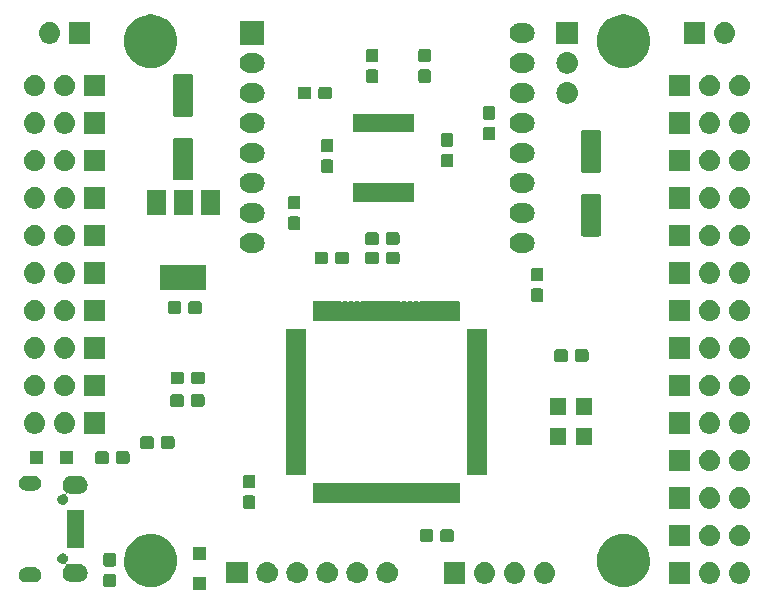
<source format=gbr>
G04 #@! TF.GenerationSoftware,KiCad,Pcbnew,(5.1.2-1)-1*
G04 #@! TF.CreationDate,2019-07-06T18:38:22+02:00*
G04 #@! TF.ProjectId,servonoid,73657276-6f6e-46f6-9964-2e6b69636164,rev?*
G04 #@! TF.SameCoordinates,Original*
G04 #@! TF.FileFunction,Soldermask,Top*
G04 #@! TF.FilePolarity,Negative*
%FSLAX46Y46*%
G04 Gerber Fmt 4.6, Leading zero omitted, Abs format (unit mm)*
G04 Created by KiCad (PCBNEW (5.1.2-1)-1) date 2019-07-06 18:38:22*
%MOMM*%
%LPD*%
G04 APERTURE LIST*
%ADD10C,0.100000*%
G04 APERTURE END LIST*
D10*
G36*
X137076000Y-129075000D02*
G01*
X135974000Y-129075000D01*
X135974000Y-127973000D01*
X137076000Y-127973000D01*
X137076000Y-129075000D01*
X137076000Y-129075000D01*
G37*
G36*
X132675880Y-124359776D02*
G01*
X133056593Y-124435504D01*
X133466249Y-124605189D01*
X133834929Y-124851534D01*
X134148466Y-125165071D01*
X134394811Y-125533751D01*
X134564496Y-125943407D01*
X134615336Y-126199000D01*
X134651000Y-126378295D01*
X134651000Y-126821705D01*
X134645924Y-126847222D01*
X134564496Y-127256593D01*
X134394811Y-127666249D01*
X134148466Y-128034929D01*
X133834929Y-128348466D01*
X133466249Y-128594811D01*
X133056593Y-128764496D01*
X132675880Y-128840224D01*
X132621705Y-128851000D01*
X132178295Y-128851000D01*
X132124120Y-128840224D01*
X131743407Y-128764496D01*
X131333751Y-128594811D01*
X130965071Y-128348466D01*
X130651534Y-128034929D01*
X130405189Y-127666249D01*
X130235504Y-127256593D01*
X130154076Y-126847222D01*
X130149000Y-126821705D01*
X130149000Y-126378295D01*
X130184664Y-126199000D01*
X130235504Y-125943407D01*
X130405189Y-125533751D01*
X130651534Y-125165071D01*
X130965071Y-124851534D01*
X131333751Y-124605189D01*
X131743407Y-124435504D01*
X132124120Y-124359776D01*
X132178295Y-124349000D01*
X132621705Y-124349000D01*
X132675880Y-124359776D01*
X132675880Y-124359776D01*
G37*
G36*
X172675880Y-124359776D02*
G01*
X173056593Y-124435504D01*
X173466249Y-124605189D01*
X173834929Y-124851534D01*
X174148466Y-125165071D01*
X174394811Y-125533751D01*
X174564496Y-125943407D01*
X174615336Y-126199000D01*
X174651000Y-126378295D01*
X174651000Y-126821705D01*
X174645924Y-126847222D01*
X174564496Y-127256593D01*
X174394811Y-127666249D01*
X174148466Y-128034929D01*
X173834929Y-128348466D01*
X173466249Y-128594811D01*
X173056593Y-128764496D01*
X172675880Y-128840224D01*
X172621705Y-128851000D01*
X172178295Y-128851000D01*
X172124120Y-128840224D01*
X171743407Y-128764496D01*
X171333751Y-128594811D01*
X170965071Y-128348466D01*
X170651534Y-128034929D01*
X170405189Y-127666249D01*
X170235504Y-127256593D01*
X170154076Y-126847222D01*
X170149000Y-126821705D01*
X170149000Y-126378295D01*
X170184664Y-126199000D01*
X170235504Y-125943407D01*
X170405189Y-125533751D01*
X170651534Y-125165071D01*
X170965071Y-124851534D01*
X171333751Y-124605189D01*
X171743407Y-124435504D01*
X172124120Y-124359776D01*
X172178295Y-124349000D01*
X172621705Y-124349000D01*
X172675880Y-124359776D01*
X172675880Y-124359776D01*
G37*
G36*
X129269499Y-127698445D02*
G01*
X129306995Y-127709820D01*
X129341554Y-127728292D01*
X129371847Y-127753153D01*
X129396708Y-127783446D01*
X129415180Y-127818005D01*
X129426555Y-127855501D01*
X129431000Y-127900638D01*
X129431000Y-128639362D01*
X129426555Y-128684499D01*
X129415180Y-128721995D01*
X129396708Y-128756554D01*
X129371847Y-128786847D01*
X129341554Y-128811708D01*
X129306995Y-128830180D01*
X129269499Y-128841555D01*
X129224362Y-128846000D01*
X128585638Y-128846000D01*
X128540501Y-128841555D01*
X128503005Y-128830180D01*
X128468446Y-128811708D01*
X128438153Y-128786847D01*
X128413292Y-128756554D01*
X128394820Y-128721995D01*
X128383445Y-128684499D01*
X128379000Y-128639362D01*
X128379000Y-127900638D01*
X128383445Y-127855501D01*
X128394820Y-127818005D01*
X128413292Y-127783446D01*
X128438153Y-127753153D01*
X128468446Y-127728292D01*
X128503005Y-127709820D01*
X128540501Y-127698445D01*
X128585638Y-127694000D01*
X129224362Y-127694000D01*
X129269499Y-127698445D01*
X129269499Y-127698445D01*
G37*
G36*
X178066000Y-128536000D02*
G01*
X176264000Y-128536000D01*
X176264000Y-126734000D01*
X178066000Y-126734000D01*
X178066000Y-128536000D01*
X178066000Y-128536000D01*
G37*
G36*
X165845442Y-126740518D02*
G01*
X165911627Y-126747037D01*
X166081466Y-126798557D01*
X166237991Y-126882222D01*
X166273014Y-126910965D01*
X166375186Y-126994814D01*
X166448075Y-127083631D01*
X166487778Y-127132009D01*
X166571443Y-127288534D01*
X166622963Y-127458373D01*
X166640359Y-127635000D01*
X166622963Y-127811627D01*
X166571443Y-127981466D01*
X166487778Y-128137991D01*
X166463375Y-128167726D01*
X166375186Y-128275185D01*
X166263349Y-128366967D01*
X166237991Y-128387778D01*
X166081466Y-128471443D01*
X165911627Y-128522963D01*
X165845443Y-128529481D01*
X165779260Y-128536000D01*
X165690740Y-128536000D01*
X165624557Y-128529481D01*
X165558373Y-128522963D01*
X165388534Y-128471443D01*
X165232009Y-128387778D01*
X165206651Y-128366967D01*
X165094814Y-128275185D01*
X165006625Y-128167726D01*
X164982222Y-128137991D01*
X164898557Y-127981466D01*
X164847037Y-127811627D01*
X164829641Y-127635000D01*
X164847037Y-127458373D01*
X164898557Y-127288534D01*
X164982222Y-127132009D01*
X165021925Y-127083631D01*
X165094814Y-126994814D01*
X165196986Y-126910965D01*
X165232009Y-126882222D01*
X165388534Y-126798557D01*
X165558373Y-126747037D01*
X165624558Y-126740518D01*
X165690740Y-126734000D01*
X165779260Y-126734000D01*
X165845442Y-126740518D01*
X165845442Y-126740518D01*
G37*
G36*
X163305442Y-126740518D02*
G01*
X163371627Y-126747037D01*
X163541466Y-126798557D01*
X163697991Y-126882222D01*
X163733014Y-126910965D01*
X163835186Y-126994814D01*
X163908075Y-127083631D01*
X163947778Y-127132009D01*
X164031443Y-127288534D01*
X164082963Y-127458373D01*
X164100359Y-127635000D01*
X164082963Y-127811627D01*
X164031443Y-127981466D01*
X163947778Y-128137991D01*
X163923375Y-128167726D01*
X163835186Y-128275185D01*
X163723349Y-128366967D01*
X163697991Y-128387778D01*
X163541466Y-128471443D01*
X163371627Y-128522963D01*
X163305443Y-128529481D01*
X163239260Y-128536000D01*
X163150740Y-128536000D01*
X163084557Y-128529481D01*
X163018373Y-128522963D01*
X162848534Y-128471443D01*
X162692009Y-128387778D01*
X162666651Y-128366967D01*
X162554814Y-128275185D01*
X162466625Y-128167726D01*
X162442222Y-128137991D01*
X162358557Y-127981466D01*
X162307037Y-127811627D01*
X162289641Y-127635000D01*
X162307037Y-127458373D01*
X162358557Y-127288534D01*
X162442222Y-127132009D01*
X162481925Y-127083631D01*
X162554814Y-126994814D01*
X162656986Y-126910965D01*
X162692009Y-126882222D01*
X162848534Y-126798557D01*
X163018373Y-126747037D01*
X163084558Y-126740518D01*
X163150740Y-126734000D01*
X163239260Y-126734000D01*
X163305442Y-126740518D01*
X163305442Y-126740518D01*
G37*
G36*
X160765442Y-126740518D02*
G01*
X160831627Y-126747037D01*
X161001466Y-126798557D01*
X161157991Y-126882222D01*
X161193014Y-126910965D01*
X161295186Y-126994814D01*
X161368075Y-127083631D01*
X161407778Y-127132009D01*
X161491443Y-127288534D01*
X161542963Y-127458373D01*
X161560359Y-127635000D01*
X161542963Y-127811627D01*
X161491443Y-127981466D01*
X161407778Y-128137991D01*
X161383375Y-128167726D01*
X161295186Y-128275185D01*
X161183349Y-128366967D01*
X161157991Y-128387778D01*
X161001466Y-128471443D01*
X160831627Y-128522963D01*
X160765443Y-128529481D01*
X160699260Y-128536000D01*
X160610740Y-128536000D01*
X160544557Y-128529481D01*
X160478373Y-128522963D01*
X160308534Y-128471443D01*
X160152009Y-128387778D01*
X160126651Y-128366967D01*
X160014814Y-128275185D01*
X159926625Y-128167726D01*
X159902222Y-128137991D01*
X159818557Y-127981466D01*
X159767037Y-127811627D01*
X159749641Y-127635000D01*
X159767037Y-127458373D01*
X159818557Y-127288534D01*
X159902222Y-127132009D01*
X159941925Y-127083631D01*
X160014814Y-126994814D01*
X160116986Y-126910965D01*
X160152009Y-126882222D01*
X160308534Y-126798557D01*
X160478373Y-126747037D01*
X160544558Y-126740518D01*
X160610740Y-126734000D01*
X160699260Y-126734000D01*
X160765442Y-126740518D01*
X160765442Y-126740518D01*
G37*
G36*
X159016000Y-128536000D02*
G01*
X157214000Y-128536000D01*
X157214000Y-126734000D01*
X159016000Y-126734000D01*
X159016000Y-128536000D01*
X159016000Y-128536000D01*
G37*
G36*
X179815442Y-126740518D02*
G01*
X179881627Y-126747037D01*
X180051466Y-126798557D01*
X180207991Y-126882222D01*
X180243014Y-126910965D01*
X180345186Y-126994814D01*
X180418075Y-127083631D01*
X180457778Y-127132009D01*
X180541443Y-127288534D01*
X180592963Y-127458373D01*
X180610359Y-127635000D01*
X180592963Y-127811627D01*
X180541443Y-127981466D01*
X180457778Y-128137991D01*
X180433375Y-128167726D01*
X180345186Y-128275185D01*
X180233349Y-128366967D01*
X180207991Y-128387778D01*
X180051466Y-128471443D01*
X179881627Y-128522963D01*
X179815443Y-128529481D01*
X179749260Y-128536000D01*
X179660740Y-128536000D01*
X179594557Y-128529481D01*
X179528373Y-128522963D01*
X179358534Y-128471443D01*
X179202009Y-128387778D01*
X179176651Y-128366967D01*
X179064814Y-128275185D01*
X178976625Y-128167726D01*
X178952222Y-128137991D01*
X178868557Y-127981466D01*
X178817037Y-127811627D01*
X178799641Y-127635000D01*
X178817037Y-127458373D01*
X178868557Y-127288534D01*
X178952222Y-127132009D01*
X178991925Y-127083631D01*
X179064814Y-126994814D01*
X179166986Y-126910965D01*
X179202009Y-126882222D01*
X179358534Y-126798557D01*
X179528373Y-126747037D01*
X179594558Y-126740518D01*
X179660740Y-126734000D01*
X179749260Y-126734000D01*
X179815442Y-126740518D01*
X179815442Y-126740518D01*
G37*
G36*
X182355442Y-126740518D02*
G01*
X182421627Y-126747037D01*
X182591466Y-126798557D01*
X182747991Y-126882222D01*
X182783014Y-126910965D01*
X182885186Y-126994814D01*
X182958075Y-127083631D01*
X182997778Y-127132009D01*
X183081443Y-127288534D01*
X183132963Y-127458373D01*
X183150359Y-127635000D01*
X183132963Y-127811627D01*
X183081443Y-127981466D01*
X182997778Y-128137991D01*
X182973375Y-128167726D01*
X182885186Y-128275185D01*
X182773349Y-128366967D01*
X182747991Y-128387778D01*
X182591466Y-128471443D01*
X182421627Y-128522963D01*
X182355443Y-128529481D01*
X182289260Y-128536000D01*
X182200740Y-128536000D01*
X182134557Y-128529481D01*
X182068373Y-128522963D01*
X181898534Y-128471443D01*
X181742009Y-128387778D01*
X181716651Y-128366967D01*
X181604814Y-128275185D01*
X181516625Y-128167726D01*
X181492222Y-128137991D01*
X181408557Y-127981466D01*
X181357037Y-127811627D01*
X181339641Y-127635000D01*
X181357037Y-127458373D01*
X181408557Y-127288534D01*
X181492222Y-127132009D01*
X181531925Y-127083631D01*
X181604814Y-126994814D01*
X181706986Y-126910965D01*
X181742009Y-126882222D01*
X181898534Y-126798557D01*
X182068373Y-126747037D01*
X182134558Y-126740518D01*
X182200740Y-126734000D01*
X182289260Y-126734000D01*
X182355442Y-126740518D01*
X182355442Y-126740518D01*
G37*
G36*
X152510443Y-126705519D02*
G01*
X152576627Y-126712037D01*
X152746466Y-126763557D01*
X152902991Y-126847222D01*
X152913226Y-126855622D01*
X153040186Y-126959814D01*
X153103013Y-127036370D01*
X153152778Y-127097009D01*
X153236443Y-127253534D01*
X153287963Y-127423373D01*
X153305359Y-127600000D01*
X153287963Y-127776627D01*
X153236443Y-127946466D01*
X153152778Y-128102991D01*
X153137106Y-128122087D01*
X153040186Y-128240186D01*
X152957531Y-128308018D01*
X152902991Y-128352778D01*
X152746466Y-128436443D01*
X152576627Y-128487963D01*
X152510442Y-128494482D01*
X152444260Y-128501000D01*
X152355740Y-128501000D01*
X152289558Y-128494482D01*
X152223373Y-128487963D01*
X152053534Y-128436443D01*
X151897009Y-128352778D01*
X151842469Y-128308018D01*
X151759814Y-128240186D01*
X151662894Y-128122087D01*
X151647222Y-128102991D01*
X151563557Y-127946466D01*
X151512037Y-127776627D01*
X151494641Y-127600000D01*
X151512037Y-127423373D01*
X151563557Y-127253534D01*
X151647222Y-127097009D01*
X151696987Y-127036370D01*
X151759814Y-126959814D01*
X151886774Y-126855622D01*
X151897009Y-126847222D01*
X152053534Y-126763557D01*
X152223373Y-126712037D01*
X152289557Y-126705519D01*
X152355740Y-126699000D01*
X152444260Y-126699000D01*
X152510443Y-126705519D01*
X152510443Y-126705519D01*
G37*
G36*
X149970443Y-126705519D02*
G01*
X150036627Y-126712037D01*
X150206466Y-126763557D01*
X150362991Y-126847222D01*
X150373226Y-126855622D01*
X150500186Y-126959814D01*
X150563013Y-127036370D01*
X150612778Y-127097009D01*
X150696443Y-127253534D01*
X150747963Y-127423373D01*
X150765359Y-127600000D01*
X150747963Y-127776627D01*
X150696443Y-127946466D01*
X150612778Y-128102991D01*
X150597106Y-128122087D01*
X150500186Y-128240186D01*
X150417531Y-128308018D01*
X150362991Y-128352778D01*
X150206466Y-128436443D01*
X150036627Y-128487963D01*
X149970442Y-128494482D01*
X149904260Y-128501000D01*
X149815740Y-128501000D01*
X149749558Y-128494482D01*
X149683373Y-128487963D01*
X149513534Y-128436443D01*
X149357009Y-128352778D01*
X149302469Y-128308018D01*
X149219814Y-128240186D01*
X149122894Y-128122087D01*
X149107222Y-128102991D01*
X149023557Y-127946466D01*
X148972037Y-127776627D01*
X148954641Y-127600000D01*
X148972037Y-127423373D01*
X149023557Y-127253534D01*
X149107222Y-127097009D01*
X149156987Y-127036370D01*
X149219814Y-126959814D01*
X149346774Y-126855622D01*
X149357009Y-126847222D01*
X149513534Y-126763557D01*
X149683373Y-126712037D01*
X149749557Y-126705519D01*
X149815740Y-126699000D01*
X149904260Y-126699000D01*
X149970443Y-126705519D01*
X149970443Y-126705519D01*
G37*
G36*
X147430443Y-126705519D02*
G01*
X147496627Y-126712037D01*
X147666466Y-126763557D01*
X147822991Y-126847222D01*
X147833226Y-126855622D01*
X147960186Y-126959814D01*
X148023013Y-127036370D01*
X148072778Y-127097009D01*
X148156443Y-127253534D01*
X148207963Y-127423373D01*
X148225359Y-127600000D01*
X148207963Y-127776627D01*
X148156443Y-127946466D01*
X148072778Y-128102991D01*
X148057106Y-128122087D01*
X147960186Y-128240186D01*
X147877531Y-128308018D01*
X147822991Y-128352778D01*
X147666466Y-128436443D01*
X147496627Y-128487963D01*
X147430442Y-128494482D01*
X147364260Y-128501000D01*
X147275740Y-128501000D01*
X147209558Y-128494482D01*
X147143373Y-128487963D01*
X146973534Y-128436443D01*
X146817009Y-128352778D01*
X146762469Y-128308018D01*
X146679814Y-128240186D01*
X146582894Y-128122087D01*
X146567222Y-128102991D01*
X146483557Y-127946466D01*
X146432037Y-127776627D01*
X146414641Y-127600000D01*
X146432037Y-127423373D01*
X146483557Y-127253534D01*
X146567222Y-127097009D01*
X146616987Y-127036370D01*
X146679814Y-126959814D01*
X146806774Y-126855622D01*
X146817009Y-126847222D01*
X146973534Y-126763557D01*
X147143373Y-126712037D01*
X147209557Y-126705519D01*
X147275740Y-126699000D01*
X147364260Y-126699000D01*
X147430443Y-126705519D01*
X147430443Y-126705519D01*
G37*
G36*
X144890443Y-126705519D02*
G01*
X144956627Y-126712037D01*
X145126466Y-126763557D01*
X145282991Y-126847222D01*
X145293226Y-126855622D01*
X145420186Y-126959814D01*
X145483013Y-127036370D01*
X145532778Y-127097009D01*
X145616443Y-127253534D01*
X145667963Y-127423373D01*
X145685359Y-127600000D01*
X145667963Y-127776627D01*
X145616443Y-127946466D01*
X145532778Y-128102991D01*
X145517106Y-128122087D01*
X145420186Y-128240186D01*
X145337531Y-128308018D01*
X145282991Y-128352778D01*
X145126466Y-128436443D01*
X144956627Y-128487963D01*
X144890442Y-128494482D01*
X144824260Y-128501000D01*
X144735740Y-128501000D01*
X144669558Y-128494482D01*
X144603373Y-128487963D01*
X144433534Y-128436443D01*
X144277009Y-128352778D01*
X144222469Y-128308018D01*
X144139814Y-128240186D01*
X144042894Y-128122087D01*
X144027222Y-128102991D01*
X143943557Y-127946466D01*
X143892037Y-127776627D01*
X143874641Y-127600000D01*
X143892037Y-127423373D01*
X143943557Y-127253534D01*
X144027222Y-127097009D01*
X144076987Y-127036370D01*
X144139814Y-126959814D01*
X144266774Y-126855622D01*
X144277009Y-126847222D01*
X144433534Y-126763557D01*
X144603373Y-126712037D01*
X144669557Y-126705519D01*
X144735740Y-126699000D01*
X144824260Y-126699000D01*
X144890443Y-126705519D01*
X144890443Y-126705519D01*
G37*
G36*
X142350443Y-126705519D02*
G01*
X142416627Y-126712037D01*
X142586466Y-126763557D01*
X142742991Y-126847222D01*
X142753226Y-126855622D01*
X142880186Y-126959814D01*
X142943013Y-127036370D01*
X142992778Y-127097009D01*
X143076443Y-127253534D01*
X143127963Y-127423373D01*
X143145359Y-127600000D01*
X143127963Y-127776627D01*
X143076443Y-127946466D01*
X142992778Y-128102991D01*
X142977106Y-128122087D01*
X142880186Y-128240186D01*
X142797531Y-128308018D01*
X142742991Y-128352778D01*
X142586466Y-128436443D01*
X142416627Y-128487963D01*
X142350442Y-128494482D01*
X142284260Y-128501000D01*
X142195740Y-128501000D01*
X142129558Y-128494482D01*
X142063373Y-128487963D01*
X141893534Y-128436443D01*
X141737009Y-128352778D01*
X141682469Y-128308018D01*
X141599814Y-128240186D01*
X141502894Y-128122087D01*
X141487222Y-128102991D01*
X141403557Y-127946466D01*
X141352037Y-127776627D01*
X141334641Y-127600000D01*
X141352037Y-127423373D01*
X141403557Y-127253534D01*
X141487222Y-127097009D01*
X141536987Y-127036370D01*
X141599814Y-126959814D01*
X141726774Y-126855622D01*
X141737009Y-126847222D01*
X141893534Y-126763557D01*
X142063373Y-126712037D01*
X142129557Y-126705519D01*
X142195740Y-126699000D01*
X142284260Y-126699000D01*
X142350443Y-126705519D01*
X142350443Y-126705519D01*
G37*
G36*
X140601000Y-128501000D02*
G01*
X138799000Y-128501000D01*
X138799000Y-126699000D01*
X140601000Y-126699000D01*
X140601000Y-128501000D01*
X140601000Y-128501000D01*
G37*
G36*
X122631715Y-127168058D02*
G01*
X122727753Y-127197191D01*
X122742935Y-127201796D01*
X122749722Y-127203855D01*
X122858468Y-127261981D01*
X122953790Y-127340210D01*
X123032019Y-127435532D01*
X123090145Y-127544278D01*
X123125942Y-127662285D01*
X123138028Y-127785000D01*
X123125942Y-127907715D01*
X123106138Y-127973000D01*
X123091169Y-128022348D01*
X123090145Y-128025722D01*
X123032019Y-128134468D01*
X122953790Y-128229790D01*
X122858468Y-128308019D01*
X122749722Y-128366145D01*
X122631715Y-128401942D01*
X122539746Y-128411000D01*
X121828254Y-128411000D01*
X121736285Y-128401942D01*
X121618278Y-128366145D01*
X121509532Y-128308019D01*
X121414210Y-128229790D01*
X121335981Y-128134468D01*
X121277855Y-128025722D01*
X121276832Y-128022348D01*
X121261862Y-127973000D01*
X121242058Y-127907715D01*
X121229972Y-127785000D01*
X121242058Y-127662285D01*
X121277855Y-127544278D01*
X121335981Y-127435532D01*
X121414210Y-127340210D01*
X121509532Y-127261981D01*
X121618278Y-127203855D01*
X121625066Y-127201796D01*
X121640247Y-127197191D01*
X121736285Y-127168058D01*
X121828254Y-127159000D01*
X122539746Y-127159000D01*
X122631715Y-127168058D01*
X122631715Y-127168058D01*
G37*
G36*
X125022410Y-125965525D02*
G01*
X125107426Y-125991314D01*
X125185775Y-126033193D01*
X125254449Y-126089551D01*
X125310807Y-126158225D01*
X125352686Y-126236574D01*
X125378475Y-126321590D01*
X125387182Y-126410000D01*
X125378475Y-126498410D01*
X125352686Y-126583426D01*
X125310807Y-126661775D01*
X125261851Y-126721428D01*
X125248238Y-126741802D01*
X125238860Y-126764441D01*
X125234080Y-126788474D01*
X125234080Y-126812978D01*
X125238861Y-126837012D01*
X125248238Y-126859650D01*
X125261852Y-126880025D01*
X125279179Y-126897352D01*
X125299553Y-126910965D01*
X125322192Y-126920343D01*
X125346225Y-126925123D01*
X125370729Y-126925123D01*
X125394763Y-126920342D01*
X125403216Y-126916841D01*
X125556879Y-126870228D01*
X125670882Y-126859000D01*
X126297118Y-126859000D01*
X126411121Y-126870228D01*
X126540671Y-126909527D01*
X126545413Y-126910965D01*
X126557402Y-126914602D01*
X126692204Y-126986655D01*
X126692207Y-126986657D01*
X126692208Y-126986658D01*
X126716451Y-127006554D01*
X126810369Y-127083631D01*
X126907345Y-127201796D01*
X126979398Y-127336598D01*
X127023772Y-127482879D01*
X127038754Y-127635000D01*
X127023772Y-127787121D01*
X126979398Y-127933402D01*
X126907345Y-128068204D01*
X126907343Y-128068207D01*
X126907342Y-128068208D01*
X126810369Y-128186369D01*
X126744795Y-128240185D01*
X126692204Y-128283345D01*
X126557402Y-128355398D01*
X126411121Y-128399772D01*
X126297118Y-128411000D01*
X125670882Y-128411000D01*
X125556879Y-128399772D01*
X125410598Y-128355398D01*
X125275796Y-128283345D01*
X125223206Y-128240185D01*
X125157631Y-128186369D01*
X125060658Y-128068208D01*
X125060657Y-128068207D01*
X125060655Y-128068204D01*
X124988602Y-127933402D01*
X124944228Y-127787121D01*
X124929246Y-127635000D01*
X124944228Y-127482879D01*
X124988602Y-127336598D01*
X125060655Y-127201796D01*
X125095777Y-127159000D01*
X125157631Y-127083631D01*
X125166954Y-127075980D01*
X125194105Y-127053697D01*
X125211432Y-127036370D01*
X125225046Y-127015996D01*
X125234423Y-126993357D01*
X125239204Y-126969324D01*
X125239204Y-126944820D01*
X125234424Y-126920787D01*
X125225047Y-126898148D01*
X125211433Y-126877773D01*
X125194106Y-126860446D01*
X125173732Y-126846832D01*
X125151093Y-126837455D01*
X125127060Y-126832674D01*
X125102556Y-126832674D01*
X125078523Y-126837454D01*
X125022412Y-126854475D01*
X124956158Y-126861000D01*
X124911842Y-126861000D01*
X124845590Y-126854475D01*
X124760574Y-126828686D01*
X124682225Y-126786807D01*
X124613551Y-126730449D01*
X124557193Y-126661775D01*
X124515314Y-126583426D01*
X124489525Y-126498410D01*
X124480818Y-126410000D01*
X124489525Y-126321590D01*
X124515314Y-126236574D01*
X124557193Y-126158225D01*
X124613551Y-126089551D01*
X124682225Y-126033193D01*
X124760574Y-125991314D01*
X124845590Y-125965525D01*
X124911842Y-125959000D01*
X124956158Y-125959000D01*
X125022410Y-125965525D01*
X125022410Y-125965525D01*
G37*
G36*
X129269499Y-125948445D02*
G01*
X129306995Y-125959820D01*
X129341554Y-125978292D01*
X129371847Y-126003153D01*
X129396708Y-126033446D01*
X129415180Y-126068005D01*
X129426555Y-126105501D01*
X129431000Y-126150638D01*
X129431000Y-126889362D01*
X129426555Y-126934499D01*
X129415180Y-126971995D01*
X129396708Y-127006554D01*
X129371847Y-127036847D01*
X129341554Y-127061708D01*
X129306995Y-127080180D01*
X129269499Y-127091555D01*
X129224362Y-127096000D01*
X128585638Y-127096000D01*
X128540501Y-127091555D01*
X128503005Y-127080180D01*
X128468446Y-127061708D01*
X128438153Y-127036847D01*
X128413292Y-127006554D01*
X128394820Y-126971995D01*
X128383445Y-126934499D01*
X128379000Y-126889362D01*
X128379000Y-126150638D01*
X128383445Y-126105501D01*
X128394820Y-126068005D01*
X128413292Y-126033446D01*
X128438153Y-126003153D01*
X128468446Y-125978292D01*
X128503005Y-125959820D01*
X128540501Y-125948445D01*
X128585638Y-125944000D01*
X129224362Y-125944000D01*
X129269499Y-125948445D01*
X129269499Y-125948445D01*
G37*
G36*
X137076000Y-126575000D02*
G01*
X135974000Y-126575000D01*
X135974000Y-125473000D01*
X137076000Y-125473000D01*
X137076000Y-126575000D01*
X137076000Y-126575000D01*
G37*
G36*
X126735000Y-125486000D02*
G01*
X125333000Y-125486000D01*
X125333000Y-122334000D01*
X126735000Y-122334000D01*
X126735000Y-125486000D01*
X126735000Y-125486000D01*
G37*
G36*
X178066000Y-125361000D02*
G01*
X176264000Y-125361000D01*
X176264000Y-123559000D01*
X178066000Y-123559000D01*
X178066000Y-125361000D01*
X178066000Y-125361000D01*
G37*
G36*
X182355442Y-123565518D02*
G01*
X182421627Y-123572037D01*
X182591466Y-123623557D01*
X182747991Y-123707222D01*
X182783729Y-123736552D01*
X182885186Y-123819814D01*
X182968448Y-123921271D01*
X182997778Y-123957009D01*
X183081443Y-124113534D01*
X183132963Y-124283373D01*
X183150359Y-124460000D01*
X183132963Y-124636627D01*
X183081443Y-124806466D01*
X182997778Y-124962991D01*
X182968448Y-124998729D01*
X182885186Y-125100186D01*
X182806122Y-125165071D01*
X182747991Y-125212778D01*
X182591466Y-125296443D01*
X182421627Y-125347963D01*
X182355442Y-125354482D01*
X182289260Y-125361000D01*
X182200740Y-125361000D01*
X182134558Y-125354482D01*
X182068373Y-125347963D01*
X181898534Y-125296443D01*
X181742009Y-125212778D01*
X181683878Y-125165071D01*
X181604814Y-125100186D01*
X181521552Y-124998729D01*
X181492222Y-124962991D01*
X181408557Y-124806466D01*
X181357037Y-124636627D01*
X181339641Y-124460000D01*
X181357037Y-124283373D01*
X181408557Y-124113534D01*
X181492222Y-123957009D01*
X181521552Y-123921271D01*
X181604814Y-123819814D01*
X181706271Y-123736552D01*
X181742009Y-123707222D01*
X181898534Y-123623557D01*
X182068373Y-123572037D01*
X182134558Y-123565518D01*
X182200740Y-123559000D01*
X182289260Y-123559000D01*
X182355442Y-123565518D01*
X182355442Y-123565518D01*
G37*
G36*
X179815442Y-123565518D02*
G01*
X179881627Y-123572037D01*
X180051466Y-123623557D01*
X180207991Y-123707222D01*
X180243729Y-123736552D01*
X180345186Y-123819814D01*
X180428448Y-123921271D01*
X180457778Y-123957009D01*
X180541443Y-124113534D01*
X180592963Y-124283373D01*
X180610359Y-124460000D01*
X180592963Y-124636627D01*
X180541443Y-124806466D01*
X180457778Y-124962991D01*
X180428448Y-124998729D01*
X180345186Y-125100186D01*
X180266122Y-125165071D01*
X180207991Y-125212778D01*
X180051466Y-125296443D01*
X179881627Y-125347963D01*
X179815442Y-125354482D01*
X179749260Y-125361000D01*
X179660740Y-125361000D01*
X179594558Y-125354482D01*
X179528373Y-125347963D01*
X179358534Y-125296443D01*
X179202009Y-125212778D01*
X179143878Y-125165071D01*
X179064814Y-125100186D01*
X178981552Y-124998729D01*
X178952222Y-124962991D01*
X178868557Y-124806466D01*
X178817037Y-124636627D01*
X178799641Y-124460000D01*
X178817037Y-124283373D01*
X178868557Y-124113534D01*
X178952222Y-123957009D01*
X178981552Y-123921271D01*
X179064814Y-123819814D01*
X179166271Y-123736552D01*
X179202009Y-123707222D01*
X179358534Y-123623557D01*
X179528373Y-123572037D01*
X179594558Y-123565518D01*
X179660740Y-123559000D01*
X179749260Y-123559000D01*
X179815442Y-123565518D01*
X179815442Y-123565518D01*
G37*
G36*
X156144499Y-123938445D02*
G01*
X156181995Y-123949820D01*
X156216554Y-123968292D01*
X156246847Y-123993153D01*
X156271708Y-124023446D01*
X156290180Y-124058005D01*
X156301555Y-124095501D01*
X156306000Y-124140638D01*
X156306000Y-124779362D01*
X156301555Y-124824499D01*
X156290180Y-124861995D01*
X156271708Y-124896554D01*
X156246847Y-124926847D01*
X156216554Y-124951708D01*
X156181995Y-124970180D01*
X156144499Y-124981555D01*
X156099362Y-124986000D01*
X155360638Y-124986000D01*
X155315501Y-124981555D01*
X155278005Y-124970180D01*
X155243446Y-124951708D01*
X155213153Y-124926847D01*
X155188292Y-124896554D01*
X155169820Y-124861995D01*
X155158445Y-124824499D01*
X155154000Y-124779362D01*
X155154000Y-124140638D01*
X155158445Y-124095501D01*
X155169820Y-124058005D01*
X155188292Y-124023446D01*
X155213153Y-123993153D01*
X155243446Y-123968292D01*
X155278005Y-123949820D01*
X155315501Y-123938445D01*
X155360638Y-123934000D01*
X156099362Y-123934000D01*
X156144499Y-123938445D01*
X156144499Y-123938445D01*
G37*
G36*
X157894499Y-123938445D02*
G01*
X157931995Y-123949820D01*
X157966554Y-123968292D01*
X157996847Y-123993153D01*
X158021708Y-124023446D01*
X158040180Y-124058005D01*
X158051555Y-124095501D01*
X158056000Y-124140638D01*
X158056000Y-124779362D01*
X158051555Y-124824499D01*
X158040180Y-124861995D01*
X158021708Y-124896554D01*
X157996847Y-124926847D01*
X157966554Y-124951708D01*
X157931995Y-124970180D01*
X157894499Y-124981555D01*
X157849362Y-124986000D01*
X157110638Y-124986000D01*
X157065501Y-124981555D01*
X157028005Y-124970180D01*
X156993446Y-124951708D01*
X156963153Y-124926847D01*
X156938292Y-124896554D01*
X156919820Y-124861995D01*
X156908445Y-124824499D01*
X156904000Y-124779362D01*
X156904000Y-124140638D01*
X156908445Y-124095501D01*
X156919820Y-124058005D01*
X156938292Y-124023446D01*
X156963153Y-123993153D01*
X156993446Y-123968292D01*
X157028005Y-123949820D01*
X157065501Y-123938445D01*
X157110638Y-123934000D01*
X157849362Y-123934000D01*
X157894499Y-123938445D01*
X157894499Y-123938445D01*
G37*
G36*
X141080499Y-121066445D02*
G01*
X141117995Y-121077820D01*
X141152554Y-121096292D01*
X141182847Y-121121153D01*
X141207708Y-121151446D01*
X141226180Y-121186005D01*
X141237555Y-121223501D01*
X141242000Y-121268638D01*
X141242000Y-122007362D01*
X141237555Y-122052499D01*
X141226180Y-122089995D01*
X141207708Y-122124554D01*
X141182847Y-122154847D01*
X141152554Y-122179708D01*
X141117995Y-122198180D01*
X141080499Y-122209555D01*
X141035362Y-122214000D01*
X140396638Y-122214000D01*
X140351501Y-122209555D01*
X140314005Y-122198180D01*
X140279446Y-122179708D01*
X140249153Y-122154847D01*
X140224292Y-122124554D01*
X140205820Y-122089995D01*
X140194445Y-122052499D01*
X140190000Y-122007362D01*
X140190000Y-121268638D01*
X140194445Y-121223501D01*
X140205820Y-121186005D01*
X140224292Y-121151446D01*
X140249153Y-121121153D01*
X140279446Y-121096292D01*
X140314005Y-121077820D01*
X140351501Y-121066445D01*
X140396638Y-121062000D01*
X141035362Y-121062000D01*
X141080499Y-121066445D01*
X141080499Y-121066445D01*
G37*
G36*
X182355443Y-120390519D02*
G01*
X182421627Y-120397037D01*
X182591466Y-120448557D01*
X182747991Y-120532222D01*
X182783729Y-120561552D01*
X182885186Y-120644814D01*
X182960322Y-120736369D01*
X182997778Y-120782009D01*
X183081443Y-120938534D01*
X183132963Y-121108373D01*
X183150359Y-121285000D01*
X183132963Y-121461627D01*
X183087922Y-121610107D01*
X183081442Y-121631468D01*
X183065355Y-121661564D01*
X182997778Y-121787991D01*
X182968448Y-121823729D01*
X182885186Y-121925186D01*
X182791210Y-122002309D01*
X182747991Y-122037778D01*
X182591466Y-122121443D01*
X182421627Y-122172963D01*
X182355442Y-122179482D01*
X182289260Y-122186000D01*
X182200740Y-122186000D01*
X182134558Y-122179482D01*
X182068373Y-122172963D01*
X181898534Y-122121443D01*
X181742009Y-122037778D01*
X181698790Y-122002309D01*
X181604814Y-121925186D01*
X181521552Y-121823729D01*
X181492222Y-121787991D01*
X181424645Y-121661564D01*
X181408558Y-121631468D01*
X181402078Y-121610107D01*
X181357037Y-121461627D01*
X181339641Y-121285000D01*
X181357037Y-121108373D01*
X181408557Y-120938534D01*
X181492222Y-120782009D01*
X181529678Y-120736369D01*
X181604814Y-120644814D01*
X181706271Y-120561552D01*
X181742009Y-120532222D01*
X181898534Y-120448557D01*
X182068373Y-120397037D01*
X182134557Y-120390519D01*
X182200740Y-120384000D01*
X182289260Y-120384000D01*
X182355443Y-120390519D01*
X182355443Y-120390519D01*
G37*
G36*
X179815443Y-120390519D02*
G01*
X179881627Y-120397037D01*
X180051466Y-120448557D01*
X180207991Y-120532222D01*
X180243729Y-120561552D01*
X180345186Y-120644814D01*
X180420322Y-120736369D01*
X180457778Y-120782009D01*
X180541443Y-120938534D01*
X180592963Y-121108373D01*
X180610359Y-121285000D01*
X180592963Y-121461627D01*
X180547922Y-121610107D01*
X180541442Y-121631468D01*
X180525355Y-121661564D01*
X180457778Y-121787991D01*
X180428448Y-121823729D01*
X180345186Y-121925186D01*
X180251210Y-122002309D01*
X180207991Y-122037778D01*
X180051466Y-122121443D01*
X179881627Y-122172963D01*
X179815442Y-122179482D01*
X179749260Y-122186000D01*
X179660740Y-122186000D01*
X179594558Y-122179482D01*
X179528373Y-122172963D01*
X179358534Y-122121443D01*
X179202009Y-122037778D01*
X179158790Y-122002309D01*
X179064814Y-121925186D01*
X178981552Y-121823729D01*
X178952222Y-121787991D01*
X178884645Y-121661564D01*
X178868558Y-121631468D01*
X178862078Y-121610107D01*
X178817037Y-121461627D01*
X178799641Y-121285000D01*
X178817037Y-121108373D01*
X178868557Y-120938534D01*
X178952222Y-120782009D01*
X178989678Y-120736369D01*
X179064814Y-120644814D01*
X179166271Y-120561552D01*
X179202009Y-120532222D01*
X179358534Y-120448557D01*
X179528373Y-120397037D01*
X179594557Y-120390519D01*
X179660740Y-120384000D01*
X179749260Y-120384000D01*
X179815443Y-120390519D01*
X179815443Y-120390519D01*
G37*
G36*
X178066000Y-122186000D02*
G01*
X176264000Y-122186000D01*
X176264000Y-120384000D01*
X178066000Y-120384000D01*
X178066000Y-122186000D01*
X178066000Y-122186000D01*
G37*
G36*
X126411121Y-119420228D02*
G01*
X126557402Y-119464602D01*
X126692204Y-119536655D01*
X126692207Y-119536657D01*
X126692208Y-119536658D01*
X126810369Y-119633631D01*
X126852963Y-119685531D01*
X126907345Y-119751796D01*
X126979398Y-119886598D01*
X127023772Y-120032879D01*
X127038754Y-120185000D01*
X127023772Y-120337121D01*
X126979398Y-120483402D01*
X126907345Y-120618204D01*
X126907343Y-120618207D01*
X126907342Y-120618208D01*
X126810369Y-120736369D01*
X126700371Y-120826643D01*
X126692204Y-120833345D01*
X126557402Y-120905398D01*
X126411121Y-120949772D01*
X126297118Y-120961000D01*
X125670882Y-120961000D01*
X125556879Y-120949772D01*
X125403210Y-120903157D01*
X125394751Y-120899654D01*
X125370717Y-120894876D01*
X125346213Y-120894878D01*
X125322180Y-120899661D01*
X125299542Y-120909041D01*
X125279169Y-120922656D01*
X125261844Y-120939985D01*
X125248232Y-120960361D01*
X125238857Y-120983000D01*
X125234079Y-121007034D01*
X125234081Y-121031538D01*
X125238864Y-121055571D01*
X125248244Y-121078209D01*
X125261851Y-121098572D01*
X125310807Y-121158225D01*
X125352686Y-121236574D01*
X125378475Y-121321590D01*
X125387182Y-121410000D01*
X125378475Y-121498410D01*
X125352686Y-121583426D01*
X125310807Y-121661775D01*
X125254449Y-121730449D01*
X125185775Y-121786807D01*
X125107426Y-121828686D01*
X125022410Y-121854475D01*
X124956158Y-121861000D01*
X124911842Y-121861000D01*
X124845590Y-121854475D01*
X124760574Y-121828686D01*
X124682225Y-121786807D01*
X124613551Y-121730449D01*
X124557193Y-121661775D01*
X124515314Y-121583426D01*
X124489525Y-121498410D01*
X124480818Y-121410000D01*
X124489525Y-121321590D01*
X124515314Y-121236574D01*
X124557193Y-121158225D01*
X124613551Y-121089551D01*
X124682225Y-121033193D01*
X124760574Y-120991314D01*
X124845590Y-120965525D01*
X124911842Y-120959000D01*
X124956158Y-120959000D01*
X125022412Y-120965525D01*
X125078523Y-120982546D01*
X125102556Y-120987326D01*
X125127060Y-120987326D01*
X125151093Y-120982545D01*
X125173732Y-120973168D01*
X125194106Y-120959554D01*
X125211433Y-120942227D01*
X125225047Y-120921852D01*
X125234424Y-120899213D01*
X125239204Y-120875180D01*
X125239204Y-120850676D01*
X125234423Y-120826643D01*
X125225046Y-120804004D01*
X125211432Y-120783630D01*
X125194105Y-120766303D01*
X125157633Y-120736371D01*
X125060655Y-120618204D01*
X124988602Y-120483402D01*
X124944228Y-120337121D01*
X124929246Y-120185000D01*
X124944228Y-120032879D01*
X124988602Y-119886598D01*
X125060655Y-119751796D01*
X125115038Y-119685531D01*
X125157631Y-119633631D01*
X125275792Y-119536658D01*
X125275793Y-119536657D01*
X125275796Y-119536655D01*
X125410598Y-119464602D01*
X125556879Y-119420228D01*
X125670882Y-119409000D01*
X126297118Y-119409000D01*
X126411121Y-119420228D01*
X126411121Y-119420228D01*
G37*
G36*
X146515295Y-119990323D02*
G01*
X146522309Y-119992451D01*
X146536077Y-119999810D01*
X146558716Y-120009187D01*
X146582749Y-120013967D01*
X146607253Y-120013967D01*
X146631286Y-120009186D01*
X146653923Y-119999810D01*
X146667691Y-119992451D01*
X146674705Y-119990323D01*
X146688140Y-119989000D01*
X147001860Y-119989000D01*
X147015295Y-119990323D01*
X147022309Y-119992451D01*
X147036077Y-119999810D01*
X147058716Y-120009187D01*
X147082749Y-120013967D01*
X147107253Y-120013967D01*
X147131286Y-120009186D01*
X147153923Y-119999810D01*
X147167691Y-119992451D01*
X147174705Y-119990323D01*
X147188140Y-119989000D01*
X147501860Y-119989000D01*
X147515295Y-119990323D01*
X147522309Y-119992451D01*
X147536077Y-119999810D01*
X147558716Y-120009187D01*
X147582749Y-120013967D01*
X147607253Y-120013967D01*
X147631286Y-120009186D01*
X147653923Y-119999810D01*
X147667691Y-119992451D01*
X147674705Y-119990323D01*
X147688140Y-119989000D01*
X148001860Y-119989000D01*
X148015295Y-119990323D01*
X148022309Y-119992451D01*
X148036077Y-119999810D01*
X148058716Y-120009187D01*
X148082749Y-120013967D01*
X148107253Y-120013967D01*
X148131286Y-120009186D01*
X148153923Y-119999810D01*
X148167691Y-119992451D01*
X148174705Y-119990323D01*
X148188140Y-119989000D01*
X148501860Y-119989000D01*
X148515295Y-119990323D01*
X148522309Y-119992451D01*
X148536077Y-119999810D01*
X148558716Y-120009187D01*
X148582749Y-120013967D01*
X148607253Y-120013967D01*
X148631286Y-120009186D01*
X148653923Y-119999810D01*
X148667691Y-119992451D01*
X148674705Y-119990323D01*
X148688140Y-119989000D01*
X149001860Y-119989000D01*
X149015295Y-119990323D01*
X149022309Y-119992451D01*
X149036077Y-119999810D01*
X149058716Y-120009187D01*
X149082749Y-120013967D01*
X149107253Y-120013967D01*
X149131286Y-120009186D01*
X149153923Y-119999810D01*
X149167691Y-119992451D01*
X149174705Y-119990323D01*
X149188140Y-119989000D01*
X149501860Y-119989000D01*
X149515295Y-119990323D01*
X149522309Y-119992451D01*
X149536077Y-119999810D01*
X149558716Y-120009187D01*
X149582749Y-120013967D01*
X149607253Y-120013967D01*
X149631286Y-120009186D01*
X149653923Y-119999810D01*
X149667691Y-119992451D01*
X149674705Y-119990323D01*
X149688140Y-119989000D01*
X150001860Y-119989000D01*
X150015295Y-119990323D01*
X150022309Y-119992451D01*
X150036077Y-119999810D01*
X150058716Y-120009187D01*
X150082749Y-120013967D01*
X150107253Y-120013967D01*
X150131286Y-120009186D01*
X150153923Y-119999810D01*
X150167691Y-119992451D01*
X150174705Y-119990323D01*
X150188140Y-119989000D01*
X150501860Y-119989000D01*
X150515295Y-119990323D01*
X150522309Y-119992451D01*
X150536077Y-119999810D01*
X150558716Y-120009187D01*
X150582749Y-120013967D01*
X150607253Y-120013967D01*
X150631286Y-120009186D01*
X150653923Y-119999810D01*
X150667691Y-119992451D01*
X150674705Y-119990323D01*
X150688140Y-119989000D01*
X151001860Y-119989000D01*
X151015295Y-119990323D01*
X151022309Y-119992451D01*
X151036077Y-119999810D01*
X151058716Y-120009187D01*
X151082749Y-120013967D01*
X151107253Y-120013967D01*
X151131286Y-120009186D01*
X151153923Y-119999810D01*
X151167691Y-119992451D01*
X151174705Y-119990323D01*
X151188140Y-119989000D01*
X151501860Y-119989000D01*
X151515295Y-119990323D01*
X151522309Y-119992451D01*
X151536077Y-119999810D01*
X151558716Y-120009187D01*
X151582749Y-120013967D01*
X151607253Y-120013967D01*
X151631286Y-120009186D01*
X151653923Y-119999810D01*
X151667691Y-119992451D01*
X151674705Y-119990323D01*
X151688140Y-119989000D01*
X152001860Y-119989000D01*
X152015295Y-119990323D01*
X152022309Y-119992451D01*
X152036077Y-119999810D01*
X152058716Y-120009187D01*
X152082749Y-120013967D01*
X152107253Y-120013967D01*
X152131286Y-120009186D01*
X152153923Y-119999810D01*
X152167691Y-119992451D01*
X152174705Y-119990323D01*
X152188140Y-119989000D01*
X152501860Y-119989000D01*
X152515295Y-119990323D01*
X152522309Y-119992451D01*
X152536077Y-119999810D01*
X152558716Y-120009187D01*
X152582749Y-120013967D01*
X152607253Y-120013967D01*
X152631286Y-120009186D01*
X152653923Y-119999810D01*
X152667691Y-119992451D01*
X152674705Y-119990323D01*
X152688140Y-119989000D01*
X153001860Y-119989000D01*
X153015295Y-119990323D01*
X153022309Y-119992451D01*
X153036077Y-119999810D01*
X153058716Y-120009187D01*
X153082749Y-120013967D01*
X153107253Y-120013967D01*
X153131286Y-120009186D01*
X153153923Y-119999810D01*
X153167691Y-119992451D01*
X153174705Y-119990323D01*
X153188140Y-119989000D01*
X153501860Y-119989000D01*
X153515295Y-119990323D01*
X153522309Y-119992451D01*
X153536077Y-119999810D01*
X153558716Y-120009187D01*
X153582749Y-120013967D01*
X153607253Y-120013967D01*
X153631286Y-120009186D01*
X153653923Y-119999810D01*
X153667691Y-119992451D01*
X153674705Y-119990323D01*
X153688140Y-119989000D01*
X154001860Y-119989000D01*
X154015295Y-119990323D01*
X154022309Y-119992451D01*
X154036077Y-119999810D01*
X154058716Y-120009187D01*
X154082749Y-120013967D01*
X154107253Y-120013967D01*
X154131286Y-120009186D01*
X154153923Y-119999810D01*
X154167691Y-119992451D01*
X154174705Y-119990323D01*
X154188140Y-119989000D01*
X154501860Y-119989000D01*
X154515295Y-119990323D01*
X154522309Y-119992451D01*
X154536077Y-119999810D01*
X154558716Y-120009187D01*
X154582749Y-120013967D01*
X154607253Y-120013967D01*
X154631286Y-120009186D01*
X154653923Y-119999810D01*
X154667691Y-119992451D01*
X154674705Y-119990323D01*
X154688140Y-119989000D01*
X155001860Y-119989000D01*
X155015295Y-119990323D01*
X155022309Y-119992451D01*
X155036077Y-119999810D01*
X155058716Y-120009187D01*
X155082749Y-120013967D01*
X155107253Y-120013967D01*
X155131286Y-120009186D01*
X155153923Y-119999810D01*
X155167691Y-119992451D01*
X155174705Y-119990323D01*
X155188140Y-119989000D01*
X155501860Y-119989000D01*
X155515295Y-119990323D01*
X155522309Y-119992451D01*
X155536077Y-119999810D01*
X155558716Y-120009187D01*
X155582749Y-120013967D01*
X155607253Y-120013967D01*
X155631286Y-120009186D01*
X155653923Y-119999810D01*
X155667691Y-119992451D01*
X155674705Y-119990323D01*
X155688140Y-119989000D01*
X156001860Y-119989000D01*
X156015295Y-119990323D01*
X156022309Y-119992451D01*
X156036077Y-119999810D01*
X156058716Y-120009187D01*
X156082749Y-120013967D01*
X156107253Y-120013967D01*
X156131286Y-120009186D01*
X156153923Y-119999810D01*
X156167691Y-119992451D01*
X156174705Y-119990323D01*
X156188140Y-119989000D01*
X156501860Y-119989000D01*
X156515295Y-119990323D01*
X156522309Y-119992451D01*
X156536077Y-119999810D01*
X156558716Y-120009187D01*
X156582749Y-120013967D01*
X156607253Y-120013967D01*
X156631286Y-120009186D01*
X156653923Y-119999810D01*
X156667691Y-119992451D01*
X156674705Y-119990323D01*
X156688140Y-119989000D01*
X157001860Y-119989000D01*
X157015295Y-119990323D01*
X157022309Y-119992451D01*
X157036077Y-119999810D01*
X157058716Y-120009187D01*
X157082749Y-120013967D01*
X157107253Y-120013967D01*
X157131286Y-120009186D01*
X157153923Y-119999810D01*
X157167691Y-119992451D01*
X157174705Y-119990323D01*
X157188140Y-119989000D01*
X157501860Y-119989000D01*
X157515295Y-119990323D01*
X157522309Y-119992451D01*
X157536077Y-119999810D01*
X157558716Y-120009187D01*
X157582749Y-120013967D01*
X157607253Y-120013967D01*
X157631286Y-120009186D01*
X157653923Y-119999810D01*
X157667691Y-119992451D01*
X157674705Y-119990323D01*
X157688140Y-119989000D01*
X158001860Y-119989000D01*
X158015295Y-119990323D01*
X158022309Y-119992451D01*
X158036077Y-119999810D01*
X158058716Y-120009187D01*
X158082749Y-120013967D01*
X158107253Y-120013967D01*
X158131286Y-120009186D01*
X158153923Y-119999810D01*
X158167691Y-119992451D01*
X158174705Y-119990323D01*
X158188140Y-119989000D01*
X158501860Y-119989000D01*
X158515295Y-119990323D01*
X158522310Y-119992451D01*
X158528776Y-119995908D01*
X158534442Y-120000558D01*
X158539092Y-120006224D01*
X158542549Y-120012690D01*
X158544677Y-120019705D01*
X158546000Y-120033140D01*
X158546000Y-121646860D01*
X158544677Y-121660295D01*
X158542549Y-121667310D01*
X158539092Y-121673776D01*
X158534442Y-121679442D01*
X158528776Y-121684092D01*
X158522310Y-121687549D01*
X158515295Y-121689677D01*
X158501860Y-121691000D01*
X158188140Y-121691000D01*
X158174705Y-121689677D01*
X158167691Y-121687549D01*
X158153923Y-121680190D01*
X158131284Y-121670813D01*
X158107251Y-121666033D01*
X158082747Y-121666033D01*
X158058714Y-121670814D01*
X158036077Y-121680190D01*
X158022309Y-121687549D01*
X158015295Y-121689677D01*
X158001860Y-121691000D01*
X157688140Y-121691000D01*
X157674705Y-121689677D01*
X157667691Y-121687549D01*
X157653923Y-121680190D01*
X157631284Y-121670813D01*
X157607251Y-121666033D01*
X157582747Y-121666033D01*
X157558714Y-121670814D01*
X157536077Y-121680190D01*
X157522309Y-121687549D01*
X157515295Y-121689677D01*
X157501860Y-121691000D01*
X157188140Y-121691000D01*
X157174705Y-121689677D01*
X157167691Y-121687549D01*
X157153923Y-121680190D01*
X157131284Y-121670813D01*
X157107251Y-121666033D01*
X157082747Y-121666033D01*
X157058714Y-121670814D01*
X157036077Y-121680190D01*
X157022309Y-121687549D01*
X157015295Y-121689677D01*
X157001860Y-121691000D01*
X156688140Y-121691000D01*
X156674705Y-121689677D01*
X156667691Y-121687549D01*
X156653923Y-121680190D01*
X156631284Y-121670813D01*
X156607251Y-121666033D01*
X156582747Y-121666033D01*
X156558714Y-121670814D01*
X156536077Y-121680190D01*
X156522309Y-121687549D01*
X156515295Y-121689677D01*
X156501860Y-121691000D01*
X156188140Y-121691000D01*
X156174705Y-121689677D01*
X156167691Y-121687549D01*
X156153923Y-121680190D01*
X156131284Y-121670813D01*
X156107251Y-121666033D01*
X156082747Y-121666033D01*
X156058714Y-121670814D01*
X156036077Y-121680190D01*
X156022309Y-121687549D01*
X156015295Y-121689677D01*
X156001860Y-121691000D01*
X155688140Y-121691000D01*
X155674705Y-121689677D01*
X155667691Y-121687549D01*
X155653923Y-121680190D01*
X155631284Y-121670813D01*
X155607251Y-121666033D01*
X155582747Y-121666033D01*
X155558714Y-121670814D01*
X155536077Y-121680190D01*
X155522309Y-121687549D01*
X155515295Y-121689677D01*
X155501860Y-121691000D01*
X155188140Y-121691000D01*
X155174705Y-121689677D01*
X155167691Y-121687549D01*
X155153923Y-121680190D01*
X155131284Y-121670813D01*
X155107251Y-121666033D01*
X155082747Y-121666033D01*
X155058714Y-121670814D01*
X155036077Y-121680190D01*
X155022309Y-121687549D01*
X155015295Y-121689677D01*
X155001860Y-121691000D01*
X154688140Y-121691000D01*
X154674705Y-121689677D01*
X154667691Y-121687549D01*
X154653923Y-121680190D01*
X154631284Y-121670813D01*
X154607251Y-121666033D01*
X154582747Y-121666033D01*
X154558714Y-121670814D01*
X154536077Y-121680190D01*
X154522309Y-121687549D01*
X154515295Y-121689677D01*
X154501860Y-121691000D01*
X154188140Y-121691000D01*
X154174705Y-121689677D01*
X154167691Y-121687549D01*
X154153923Y-121680190D01*
X154131284Y-121670813D01*
X154107251Y-121666033D01*
X154082747Y-121666033D01*
X154058714Y-121670814D01*
X154036077Y-121680190D01*
X154022309Y-121687549D01*
X154015295Y-121689677D01*
X154001860Y-121691000D01*
X153688140Y-121691000D01*
X153674705Y-121689677D01*
X153667691Y-121687549D01*
X153653923Y-121680190D01*
X153631284Y-121670813D01*
X153607251Y-121666033D01*
X153582747Y-121666033D01*
X153558714Y-121670814D01*
X153536077Y-121680190D01*
X153522309Y-121687549D01*
X153515295Y-121689677D01*
X153501860Y-121691000D01*
X153188140Y-121691000D01*
X153174705Y-121689677D01*
X153167691Y-121687549D01*
X153153923Y-121680190D01*
X153131284Y-121670813D01*
X153107251Y-121666033D01*
X153082747Y-121666033D01*
X153058714Y-121670814D01*
X153036077Y-121680190D01*
X153022309Y-121687549D01*
X153015295Y-121689677D01*
X153001860Y-121691000D01*
X152688140Y-121691000D01*
X152674705Y-121689677D01*
X152667691Y-121687549D01*
X152653923Y-121680190D01*
X152631284Y-121670813D01*
X152607251Y-121666033D01*
X152582747Y-121666033D01*
X152558714Y-121670814D01*
X152536077Y-121680190D01*
X152522309Y-121687549D01*
X152515295Y-121689677D01*
X152501860Y-121691000D01*
X152188140Y-121691000D01*
X152174705Y-121689677D01*
X152167691Y-121687549D01*
X152153923Y-121680190D01*
X152131284Y-121670813D01*
X152107251Y-121666033D01*
X152082747Y-121666033D01*
X152058714Y-121670814D01*
X152036077Y-121680190D01*
X152022309Y-121687549D01*
X152015295Y-121689677D01*
X152001860Y-121691000D01*
X151688140Y-121691000D01*
X151674705Y-121689677D01*
X151667691Y-121687549D01*
X151653923Y-121680190D01*
X151631284Y-121670813D01*
X151607251Y-121666033D01*
X151582747Y-121666033D01*
X151558714Y-121670814D01*
X151536077Y-121680190D01*
X151522309Y-121687549D01*
X151515295Y-121689677D01*
X151501860Y-121691000D01*
X151188140Y-121691000D01*
X151174705Y-121689677D01*
X151167691Y-121687549D01*
X151153923Y-121680190D01*
X151131284Y-121670813D01*
X151107251Y-121666033D01*
X151082747Y-121666033D01*
X151058714Y-121670814D01*
X151036077Y-121680190D01*
X151022309Y-121687549D01*
X151015295Y-121689677D01*
X151001860Y-121691000D01*
X150688140Y-121691000D01*
X150674705Y-121689677D01*
X150667691Y-121687549D01*
X150653923Y-121680190D01*
X150631284Y-121670813D01*
X150607251Y-121666033D01*
X150582747Y-121666033D01*
X150558714Y-121670814D01*
X150536077Y-121680190D01*
X150522309Y-121687549D01*
X150515295Y-121689677D01*
X150501860Y-121691000D01*
X150188140Y-121691000D01*
X150174705Y-121689677D01*
X150167691Y-121687549D01*
X150153923Y-121680190D01*
X150131284Y-121670813D01*
X150107251Y-121666033D01*
X150082747Y-121666033D01*
X150058714Y-121670814D01*
X150036077Y-121680190D01*
X150022309Y-121687549D01*
X150015295Y-121689677D01*
X150001860Y-121691000D01*
X149688140Y-121691000D01*
X149674705Y-121689677D01*
X149667691Y-121687549D01*
X149653923Y-121680190D01*
X149631284Y-121670813D01*
X149607251Y-121666033D01*
X149582747Y-121666033D01*
X149558714Y-121670814D01*
X149536077Y-121680190D01*
X149522309Y-121687549D01*
X149515295Y-121689677D01*
X149501860Y-121691000D01*
X149188140Y-121691000D01*
X149174705Y-121689677D01*
X149167691Y-121687549D01*
X149153923Y-121680190D01*
X149131284Y-121670813D01*
X149107251Y-121666033D01*
X149082747Y-121666033D01*
X149058714Y-121670814D01*
X149036077Y-121680190D01*
X149022309Y-121687549D01*
X149015295Y-121689677D01*
X149001860Y-121691000D01*
X148688140Y-121691000D01*
X148674705Y-121689677D01*
X148667691Y-121687549D01*
X148653923Y-121680190D01*
X148631284Y-121670813D01*
X148607251Y-121666033D01*
X148582747Y-121666033D01*
X148558714Y-121670814D01*
X148536077Y-121680190D01*
X148522309Y-121687549D01*
X148515295Y-121689677D01*
X148501860Y-121691000D01*
X148188140Y-121691000D01*
X148174705Y-121689677D01*
X148167691Y-121687549D01*
X148153923Y-121680190D01*
X148131284Y-121670813D01*
X148107251Y-121666033D01*
X148082747Y-121666033D01*
X148058714Y-121670814D01*
X148036077Y-121680190D01*
X148022309Y-121687549D01*
X148015295Y-121689677D01*
X148001860Y-121691000D01*
X147688140Y-121691000D01*
X147674705Y-121689677D01*
X147667691Y-121687549D01*
X147653923Y-121680190D01*
X147631284Y-121670813D01*
X147607251Y-121666033D01*
X147582747Y-121666033D01*
X147558714Y-121670814D01*
X147536077Y-121680190D01*
X147522309Y-121687549D01*
X147515295Y-121689677D01*
X147501860Y-121691000D01*
X147188140Y-121691000D01*
X147174705Y-121689677D01*
X147167691Y-121687549D01*
X147153923Y-121680190D01*
X147131284Y-121670813D01*
X147107251Y-121666033D01*
X147082747Y-121666033D01*
X147058714Y-121670814D01*
X147036077Y-121680190D01*
X147022309Y-121687549D01*
X147015295Y-121689677D01*
X147001860Y-121691000D01*
X146688140Y-121691000D01*
X146674705Y-121689677D01*
X146667691Y-121687549D01*
X146653923Y-121680190D01*
X146631284Y-121670813D01*
X146607251Y-121666033D01*
X146582747Y-121666033D01*
X146558714Y-121670814D01*
X146536077Y-121680190D01*
X146522309Y-121687549D01*
X146515295Y-121689677D01*
X146501860Y-121691000D01*
X146188140Y-121691000D01*
X146174705Y-121689677D01*
X146167690Y-121687549D01*
X146161224Y-121684092D01*
X146155558Y-121679442D01*
X146150908Y-121673776D01*
X146147451Y-121667310D01*
X146145323Y-121660295D01*
X146144000Y-121646860D01*
X146144000Y-120033140D01*
X146145323Y-120019705D01*
X146147451Y-120012690D01*
X146150908Y-120006224D01*
X146155558Y-120000558D01*
X146161224Y-119995908D01*
X146167690Y-119992451D01*
X146174705Y-119990323D01*
X146188140Y-119989000D01*
X146501860Y-119989000D01*
X146515295Y-119990323D01*
X146515295Y-119990323D01*
G37*
G36*
X122631715Y-119418058D02*
G01*
X122749722Y-119453855D01*
X122858468Y-119511981D01*
X122953790Y-119590210D01*
X123032019Y-119685532D01*
X123090145Y-119794278D01*
X123125942Y-119912285D01*
X123138028Y-120035000D01*
X123125942Y-120157715D01*
X123090145Y-120275722D01*
X123032019Y-120384468D01*
X122953790Y-120479790D01*
X122858468Y-120558019D01*
X122749722Y-120616145D01*
X122749719Y-120616146D01*
X122742921Y-120618208D01*
X122631715Y-120651942D01*
X122539746Y-120661000D01*
X121828254Y-120661000D01*
X121736285Y-120651942D01*
X121625079Y-120618208D01*
X121618281Y-120616146D01*
X121618278Y-120616145D01*
X121509532Y-120558019D01*
X121414210Y-120479790D01*
X121335981Y-120384468D01*
X121277855Y-120275722D01*
X121242058Y-120157715D01*
X121229972Y-120035000D01*
X121242058Y-119912285D01*
X121277855Y-119794278D01*
X121335981Y-119685532D01*
X121414210Y-119590210D01*
X121509532Y-119511981D01*
X121618278Y-119453855D01*
X121736285Y-119418058D01*
X121828254Y-119409000D01*
X122539746Y-119409000D01*
X122631715Y-119418058D01*
X122631715Y-119418058D01*
G37*
G36*
X141080499Y-119316445D02*
G01*
X141117995Y-119327820D01*
X141152554Y-119346292D01*
X141182847Y-119371153D01*
X141207708Y-119401446D01*
X141226180Y-119436005D01*
X141237555Y-119473501D01*
X141242000Y-119518638D01*
X141242000Y-120257362D01*
X141237555Y-120302499D01*
X141226180Y-120339995D01*
X141207708Y-120374554D01*
X141182847Y-120404847D01*
X141152554Y-120429708D01*
X141117995Y-120448180D01*
X141080499Y-120459555D01*
X141035362Y-120464000D01*
X140396638Y-120464000D01*
X140351501Y-120459555D01*
X140314005Y-120448180D01*
X140279446Y-120429708D01*
X140249153Y-120404847D01*
X140224292Y-120374554D01*
X140205820Y-120339995D01*
X140194445Y-120302499D01*
X140190000Y-120257362D01*
X140190000Y-119518638D01*
X140194445Y-119473501D01*
X140205820Y-119436005D01*
X140224292Y-119401446D01*
X140249153Y-119371153D01*
X140279446Y-119346292D01*
X140314005Y-119327820D01*
X140351501Y-119316445D01*
X140396638Y-119312000D01*
X141035362Y-119312000D01*
X141080499Y-119316445D01*
X141080499Y-119316445D01*
G37*
G36*
X145490295Y-106965323D02*
G01*
X145497310Y-106967451D01*
X145503776Y-106970908D01*
X145509442Y-106975558D01*
X145514092Y-106981224D01*
X145517549Y-106987690D01*
X145519677Y-106994705D01*
X145521000Y-107008140D01*
X145521000Y-107321860D01*
X145519677Y-107335295D01*
X145517549Y-107342309D01*
X145510190Y-107356077D01*
X145500813Y-107378716D01*
X145496033Y-107402749D01*
X145496033Y-107427253D01*
X145500814Y-107451286D01*
X145510190Y-107473923D01*
X145517549Y-107487691D01*
X145519677Y-107494705D01*
X145521000Y-107508140D01*
X145521000Y-107821860D01*
X145519677Y-107835295D01*
X145517549Y-107842309D01*
X145510190Y-107856077D01*
X145500813Y-107878716D01*
X145496033Y-107902749D01*
X145496033Y-107927253D01*
X145500814Y-107951286D01*
X145510190Y-107973923D01*
X145517549Y-107987691D01*
X145519677Y-107994705D01*
X145521000Y-108008140D01*
X145521000Y-108321860D01*
X145519677Y-108335295D01*
X145517549Y-108342309D01*
X145510190Y-108356077D01*
X145500813Y-108378716D01*
X145496033Y-108402749D01*
X145496033Y-108427253D01*
X145500814Y-108451286D01*
X145510190Y-108473923D01*
X145517549Y-108487691D01*
X145519677Y-108494705D01*
X145521000Y-108508140D01*
X145521000Y-108821860D01*
X145519677Y-108835295D01*
X145517549Y-108842309D01*
X145510190Y-108856077D01*
X145500813Y-108878716D01*
X145496033Y-108902749D01*
X145496033Y-108927253D01*
X145500814Y-108951286D01*
X145510190Y-108973923D01*
X145517549Y-108987691D01*
X145519677Y-108994705D01*
X145521000Y-109008140D01*
X145521000Y-109321860D01*
X145519677Y-109335295D01*
X145517549Y-109342309D01*
X145510190Y-109356077D01*
X145500813Y-109378716D01*
X145496033Y-109402749D01*
X145496033Y-109427253D01*
X145500814Y-109451286D01*
X145510190Y-109473923D01*
X145517549Y-109487691D01*
X145519677Y-109494705D01*
X145521000Y-109508140D01*
X145521000Y-109821860D01*
X145519677Y-109835295D01*
X145517549Y-109842309D01*
X145510190Y-109856077D01*
X145500813Y-109878716D01*
X145496033Y-109902749D01*
X145496033Y-109927253D01*
X145500814Y-109951286D01*
X145510190Y-109973923D01*
X145517549Y-109987691D01*
X145519677Y-109994705D01*
X145521000Y-110008140D01*
X145521000Y-110321860D01*
X145519677Y-110335295D01*
X145517549Y-110342309D01*
X145510190Y-110356077D01*
X145500813Y-110378716D01*
X145496033Y-110402749D01*
X145496033Y-110427253D01*
X145500814Y-110451286D01*
X145510190Y-110473923D01*
X145517549Y-110487691D01*
X145519677Y-110494705D01*
X145521000Y-110508140D01*
X145521000Y-110821860D01*
X145519677Y-110835295D01*
X145517549Y-110842309D01*
X145510190Y-110856077D01*
X145500813Y-110878716D01*
X145496033Y-110902749D01*
X145496033Y-110927253D01*
X145500814Y-110951286D01*
X145510190Y-110973923D01*
X145517549Y-110987691D01*
X145519677Y-110994705D01*
X145521000Y-111008140D01*
X145521000Y-111321860D01*
X145519677Y-111335295D01*
X145517549Y-111342309D01*
X145510190Y-111356077D01*
X145500813Y-111378716D01*
X145496033Y-111402749D01*
X145496033Y-111427253D01*
X145500814Y-111451286D01*
X145510190Y-111473923D01*
X145517549Y-111487691D01*
X145519677Y-111494705D01*
X145521000Y-111508140D01*
X145521000Y-111821860D01*
X145519677Y-111835295D01*
X145517549Y-111842309D01*
X145510190Y-111856077D01*
X145500813Y-111878716D01*
X145496033Y-111902749D01*
X145496033Y-111927253D01*
X145500814Y-111951286D01*
X145510190Y-111973923D01*
X145517549Y-111987691D01*
X145519677Y-111994705D01*
X145521000Y-112008140D01*
X145521000Y-112321860D01*
X145519677Y-112335295D01*
X145517549Y-112342309D01*
X145510190Y-112356077D01*
X145500813Y-112378716D01*
X145496033Y-112402749D01*
X145496033Y-112427253D01*
X145500814Y-112451286D01*
X145510190Y-112473923D01*
X145517549Y-112487691D01*
X145519677Y-112494705D01*
X145521000Y-112508140D01*
X145521000Y-112821860D01*
X145519677Y-112835295D01*
X145517549Y-112842309D01*
X145510190Y-112856077D01*
X145500813Y-112878716D01*
X145496033Y-112902749D01*
X145496033Y-112927253D01*
X145500814Y-112951286D01*
X145510190Y-112973923D01*
X145517549Y-112987691D01*
X145519677Y-112994705D01*
X145521000Y-113008140D01*
X145521000Y-113321860D01*
X145519677Y-113335295D01*
X145517549Y-113342309D01*
X145510190Y-113356077D01*
X145500813Y-113378716D01*
X145496033Y-113402749D01*
X145496033Y-113427253D01*
X145500814Y-113451286D01*
X145510190Y-113473923D01*
X145517549Y-113487691D01*
X145519677Y-113494705D01*
X145521000Y-113508140D01*
X145521000Y-113821860D01*
X145519677Y-113835295D01*
X145517549Y-113842309D01*
X145510190Y-113856077D01*
X145500813Y-113878716D01*
X145496033Y-113902749D01*
X145496033Y-113927253D01*
X145500814Y-113951286D01*
X145510190Y-113973923D01*
X145517549Y-113987691D01*
X145519677Y-113994705D01*
X145521000Y-114008140D01*
X145521000Y-114321860D01*
X145519677Y-114335295D01*
X145517549Y-114342309D01*
X145510190Y-114356077D01*
X145500813Y-114378716D01*
X145496033Y-114402749D01*
X145496033Y-114427253D01*
X145500814Y-114451286D01*
X145510190Y-114473923D01*
X145517549Y-114487691D01*
X145519677Y-114494705D01*
X145521000Y-114508140D01*
X145521000Y-114821860D01*
X145519677Y-114835295D01*
X145517549Y-114842309D01*
X145510190Y-114856077D01*
X145500813Y-114878716D01*
X145496033Y-114902749D01*
X145496033Y-114927253D01*
X145500814Y-114951286D01*
X145510190Y-114973923D01*
X145517549Y-114987691D01*
X145519677Y-114994705D01*
X145521000Y-115008140D01*
X145521000Y-115321860D01*
X145519677Y-115335295D01*
X145517549Y-115342309D01*
X145510190Y-115356077D01*
X145500813Y-115378716D01*
X145496033Y-115402749D01*
X145496033Y-115427253D01*
X145500814Y-115451286D01*
X145510190Y-115473923D01*
X145517549Y-115487691D01*
X145519677Y-115494705D01*
X145521000Y-115508140D01*
X145521000Y-115821860D01*
X145519677Y-115835295D01*
X145517549Y-115842309D01*
X145510190Y-115856077D01*
X145500813Y-115878716D01*
X145496033Y-115902749D01*
X145496033Y-115927253D01*
X145500814Y-115951286D01*
X145510190Y-115973923D01*
X145517549Y-115987691D01*
X145519677Y-115994705D01*
X145521000Y-116008140D01*
X145521000Y-116321860D01*
X145519677Y-116335295D01*
X145517549Y-116342309D01*
X145510190Y-116356077D01*
X145500813Y-116378716D01*
X145496033Y-116402749D01*
X145496033Y-116427253D01*
X145500814Y-116451286D01*
X145510190Y-116473923D01*
X145517549Y-116487691D01*
X145519677Y-116494705D01*
X145521000Y-116508140D01*
X145521000Y-116821860D01*
X145519677Y-116835295D01*
X145517549Y-116842309D01*
X145510190Y-116856077D01*
X145500813Y-116878716D01*
X145496033Y-116902749D01*
X145496033Y-116927253D01*
X145500814Y-116951286D01*
X145510190Y-116973923D01*
X145517549Y-116987691D01*
X145519677Y-116994705D01*
X145521000Y-117008140D01*
X145521000Y-117321860D01*
X145519677Y-117335295D01*
X145517549Y-117342309D01*
X145510190Y-117356077D01*
X145500813Y-117378716D01*
X145496033Y-117402749D01*
X145496033Y-117427253D01*
X145500814Y-117451286D01*
X145510190Y-117473923D01*
X145517549Y-117487691D01*
X145519677Y-117494705D01*
X145521000Y-117508140D01*
X145521000Y-117821860D01*
X145519677Y-117835295D01*
X145517549Y-117842309D01*
X145510190Y-117856077D01*
X145500813Y-117878716D01*
X145496033Y-117902749D01*
X145496033Y-117927253D01*
X145500814Y-117951286D01*
X145510190Y-117973923D01*
X145517549Y-117987691D01*
X145519677Y-117994705D01*
X145521000Y-118008140D01*
X145521000Y-118321860D01*
X145519677Y-118335295D01*
X145517549Y-118342309D01*
X145510190Y-118356077D01*
X145500813Y-118378716D01*
X145496033Y-118402749D01*
X145496033Y-118427253D01*
X145500814Y-118451286D01*
X145510190Y-118473923D01*
X145517549Y-118487691D01*
X145519677Y-118494705D01*
X145521000Y-118508140D01*
X145521000Y-118821860D01*
X145519677Y-118835295D01*
X145517549Y-118842309D01*
X145510190Y-118856077D01*
X145500813Y-118878716D01*
X145496033Y-118902749D01*
X145496033Y-118927253D01*
X145500814Y-118951286D01*
X145510190Y-118973923D01*
X145517549Y-118987691D01*
X145519677Y-118994705D01*
X145521000Y-119008140D01*
X145521000Y-119321860D01*
X145519677Y-119335295D01*
X145517549Y-119342310D01*
X145514092Y-119348776D01*
X145509442Y-119354442D01*
X145503776Y-119359092D01*
X145497310Y-119362549D01*
X145490295Y-119364677D01*
X145476860Y-119366000D01*
X143863140Y-119366000D01*
X143849705Y-119364677D01*
X143842690Y-119362549D01*
X143836224Y-119359092D01*
X143830558Y-119354442D01*
X143825908Y-119348776D01*
X143822451Y-119342310D01*
X143820323Y-119335295D01*
X143819000Y-119321860D01*
X143819000Y-119008140D01*
X143820323Y-118994705D01*
X143822451Y-118987691D01*
X143829810Y-118973923D01*
X143839187Y-118951284D01*
X143843967Y-118927251D01*
X143843967Y-118902747D01*
X143839186Y-118878714D01*
X143829810Y-118856077D01*
X143822451Y-118842309D01*
X143820323Y-118835295D01*
X143819000Y-118821860D01*
X143819000Y-118508140D01*
X143820323Y-118494705D01*
X143822451Y-118487691D01*
X143829810Y-118473923D01*
X143839187Y-118451284D01*
X143843967Y-118427251D01*
X143843967Y-118402747D01*
X143839186Y-118378714D01*
X143829810Y-118356077D01*
X143822451Y-118342309D01*
X143820323Y-118335295D01*
X143819000Y-118321860D01*
X143819000Y-118008140D01*
X143820323Y-117994705D01*
X143822451Y-117987691D01*
X143829810Y-117973923D01*
X143839187Y-117951284D01*
X143843967Y-117927251D01*
X143843967Y-117902747D01*
X143839186Y-117878714D01*
X143829810Y-117856077D01*
X143822451Y-117842309D01*
X143820323Y-117835295D01*
X143819000Y-117821860D01*
X143819000Y-117508140D01*
X143820323Y-117494705D01*
X143822451Y-117487691D01*
X143829810Y-117473923D01*
X143839187Y-117451284D01*
X143843967Y-117427251D01*
X143843967Y-117402747D01*
X143839186Y-117378714D01*
X143829810Y-117356077D01*
X143822451Y-117342309D01*
X143820323Y-117335295D01*
X143819000Y-117321860D01*
X143819000Y-117008140D01*
X143820323Y-116994705D01*
X143822451Y-116987691D01*
X143829810Y-116973923D01*
X143839187Y-116951284D01*
X143843967Y-116927251D01*
X143843967Y-116902747D01*
X143839186Y-116878714D01*
X143829810Y-116856077D01*
X143822451Y-116842309D01*
X143820323Y-116835295D01*
X143819000Y-116821860D01*
X143819000Y-116508140D01*
X143820323Y-116494705D01*
X143822451Y-116487691D01*
X143829810Y-116473923D01*
X143839187Y-116451284D01*
X143843967Y-116427251D01*
X143843967Y-116402747D01*
X143839186Y-116378714D01*
X143829810Y-116356077D01*
X143822451Y-116342309D01*
X143820323Y-116335295D01*
X143819000Y-116321860D01*
X143819000Y-116008140D01*
X143820323Y-115994705D01*
X143822451Y-115987691D01*
X143829810Y-115973923D01*
X143839187Y-115951284D01*
X143843967Y-115927251D01*
X143843967Y-115902747D01*
X143839186Y-115878714D01*
X143829810Y-115856077D01*
X143822451Y-115842309D01*
X143820323Y-115835295D01*
X143819000Y-115821860D01*
X143819000Y-115508140D01*
X143820323Y-115494705D01*
X143822451Y-115487691D01*
X143829810Y-115473923D01*
X143839187Y-115451284D01*
X143843967Y-115427251D01*
X143843967Y-115402747D01*
X143839186Y-115378714D01*
X143829810Y-115356077D01*
X143822451Y-115342309D01*
X143820323Y-115335295D01*
X143819000Y-115321860D01*
X143819000Y-115008140D01*
X143820323Y-114994705D01*
X143822451Y-114987691D01*
X143829810Y-114973923D01*
X143839187Y-114951284D01*
X143843967Y-114927251D01*
X143843967Y-114902747D01*
X143839186Y-114878714D01*
X143829810Y-114856077D01*
X143822451Y-114842309D01*
X143820323Y-114835295D01*
X143819000Y-114821860D01*
X143819000Y-114508140D01*
X143820323Y-114494705D01*
X143822451Y-114487691D01*
X143829810Y-114473923D01*
X143839187Y-114451284D01*
X143843967Y-114427251D01*
X143843967Y-114402747D01*
X143839186Y-114378714D01*
X143829810Y-114356077D01*
X143822451Y-114342309D01*
X143820323Y-114335295D01*
X143819000Y-114321860D01*
X143819000Y-114008140D01*
X143820323Y-113994705D01*
X143822451Y-113987691D01*
X143829810Y-113973923D01*
X143839187Y-113951284D01*
X143843967Y-113927251D01*
X143843967Y-113902747D01*
X143839186Y-113878714D01*
X143829810Y-113856077D01*
X143822451Y-113842309D01*
X143820323Y-113835295D01*
X143819000Y-113821860D01*
X143819000Y-113508140D01*
X143820323Y-113494705D01*
X143822451Y-113487691D01*
X143829810Y-113473923D01*
X143839187Y-113451284D01*
X143843967Y-113427251D01*
X143843967Y-113402747D01*
X143839186Y-113378714D01*
X143829810Y-113356077D01*
X143822451Y-113342309D01*
X143820323Y-113335295D01*
X143819000Y-113321860D01*
X143819000Y-113008140D01*
X143820323Y-112994705D01*
X143822451Y-112987691D01*
X143829810Y-112973923D01*
X143839187Y-112951284D01*
X143843967Y-112927251D01*
X143843967Y-112902747D01*
X143839186Y-112878714D01*
X143829810Y-112856077D01*
X143822451Y-112842309D01*
X143820323Y-112835295D01*
X143819000Y-112821860D01*
X143819000Y-112508140D01*
X143820323Y-112494705D01*
X143822451Y-112487691D01*
X143829810Y-112473923D01*
X143839187Y-112451284D01*
X143843967Y-112427251D01*
X143843967Y-112402747D01*
X143839186Y-112378714D01*
X143829810Y-112356077D01*
X143822451Y-112342309D01*
X143820323Y-112335295D01*
X143819000Y-112321860D01*
X143819000Y-112008140D01*
X143820323Y-111994705D01*
X143822451Y-111987691D01*
X143829810Y-111973923D01*
X143839187Y-111951284D01*
X143843967Y-111927251D01*
X143843967Y-111902747D01*
X143839186Y-111878714D01*
X143829810Y-111856077D01*
X143822451Y-111842309D01*
X143820323Y-111835295D01*
X143819000Y-111821860D01*
X143819000Y-111508140D01*
X143820323Y-111494705D01*
X143822451Y-111487691D01*
X143829810Y-111473923D01*
X143839187Y-111451284D01*
X143843967Y-111427251D01*
X143843967Y-111402747D01*
X143839186Y-111378714D01*
X143829810Y-111356077D01*
X143822451Y-111342309D01*
X143820323Y-111335295D01*
X143819000Y-111321860D01*
X143819000Y-111008140D01*
X143820323Y-110994705D01*
X143822451Y-110987691D01*
X143829810Y-110973923D01*
X143839187Y-110951284D01*
X143843967Y-110927251D01*
X143843967Y-110902747D01*
X143839186Y-110878714D01*
X143829810Y-110856077D01*
X143822451Y-110842309D01*
X143820323Y-110835295D01*
X143819000Y-110821860D01*
X143819000Y-110508140D01*
X143820323Y-110494705D01*
X143822451Y-110487691D01*
X143829810Y-110473923D01*
X143839187Y-110451284D01*
X143843967Y-110427251D01*
X143843967Y-110402747D01*
X143839186Y-110378714D01*
X143829810Y-110356077D01*
X143822451Y-110342309D01*
X143820323Y-110335295D01*
X143819000Y-110321860D01*
X143819000Y-110008140D01*
X143820323Y-109994705D01*
X143822451Y-109987691D01*
X143829810Y-109973923D01*
X143839187Y-109951284D01*
X143843967Y-109927251D01*
X143843967Y-109902747D01*
X143839186Y-109878714D01*
X143829810Y-109856077D01*
X143822451Y-109842309D01*
X143820323Y-109835295D01*
X143819000Y-109821860D01*
X143819000Y-109508140D01*
X143820323Y-109494705D01*
X143822451Y-109487691D01*
X143829810Y-109473923D01*
X143839187Y-109451284D01*
X143843967Y-109427251D01*
X143843967Y-109402747D01*
X143839186Y-109378714D01*
X143829810Y-109356077D01*
X143822451Y-109342309D01*
X143820323Y-109335295D01*
X143819000Y-109321860D01*
X143819000Y-109008140D01*
X143820323Y-108994705D01*
X143822451Y-108987691D01*
X143829810Y-108973923D01*
X143839187Y-108951284D01*
X143843967Y-108927251D01*
X143843967Y-108902747D01*
X143839186Y-108878714D01*
X143829810Y-108856077D01*
X143822451Y-108842309D01*
X143820323Y-108835295D01*
X143819000Y-108821860D01*
X143819000Y-108508140D01*
X143820323Y-108494705D01*
X143822451Y-108487691D01*
X143829810Y-108473923D01*
X143839187Y-108451284D01*
X143843967Y-108427251D01*
X143843967Y-108402747D01*
X143839186Y-108378714D01*
X143829810Y-108356077D01*
X143822451Y-108342309D01*
X143820323Y-108335295D01*
X143819000Y-108321860D01*
X143819000Y-108008140D01*
X143820323Y-107994705D01*
X143822451Y-107987691D01*
X143829810Y-107973923D01*
X143839187Y-107951284D01*
X143843967Y-107927251D01*
X143843967Y-107902747D01*
X143839186Y-107878714D01*
X143829810Y-107856077D01*
X143822451Y-107842309D01*
X143820323Y-107835295D01*
X143819000Y-107821860D01*
X143819000Y-107508140D01*
X143820323Y-107494705D01*
X143822451Y-107487691D01*
X143829810Y-107473923D01*
X143839187Y-107451284D01*
X143843967Y-107427251D01*
X143843967Y-107402747D01*
X143839186Y-107378714D01*
X143829810Y-107356077D01*
X143822451Y-107342309D01*
X143820323Y-107335295D01*
X143819000Y-107321860D01*
X143819000Y-107008140D01*
X143820323Y-106994705D01*
X143822451Y-106987690D01*
X143825908Y-106981224D01*
X143830558Y-106975558D01*
X143836224Y-106970908D01*
X143842690Y-106967451D01*
X143849705Y-106965323D01*
X143863140Y-106964000D01*
X145476860Y-106964000D01*
X145490295Y-106965323D01*
X145490295Y-106965323D01*
G37*
G36*
X160840295Y-106965323D02*
G01*
X160847310Y-106967451D01*
X160853776Y-106970908D01*
X160859442Y-106975558D01*
X160864092Y-106981224D01*
X160867549Y-106987690D01*
X160869677Y-106994705D01*
X160871000Y-107008140D01*
X160871000Y-107321860D01*
X160869677Y-107335295D01*
X160867549Y-107342309D01*
X160860190Y-107356077D01*
X160850813Y-107378716D01*
X160846033Y-107402749D01*
X160846033Y-107427253D01*
X160850814Y-107451286D01*
X160860190Y-107473923D01*
X160867549Y-107487691D01*
X160869677Y-107494705D01*
X160871000Y-107508140D01*
X160871000Y-107821860D01*
X160869677Y-107835295D01*
X160867549Y-107842309D01*
X160860190Y-107856077D01*
X160850813Y-107878716D01*
X160846033Y-107902749D01*
X160846033Y-107927253D01*
X160850814Y-107951286D01*
X160860190Y-107973923D01*
X160867549Y-107987691D01*
X160869677Y-107994705D01*
X160871000Y-108008140D01*
X160871000Y-108321860D01*
X160869677Y-108335295D01*
X160867549Y-108342309D01*
X160860190Y-108356077D01*
X160850813Y-108378716D01*
X160846033Y-108402749D01*
X160846033Y-108427253D01*
X160850814Y-108451286D01*
X160860190Y-108473923D01*
X160867549Y-108487691D01*
X160869677Y-108494705D01*
X160871000Y-108508140D01*
X160871000Y-108821860D01*
X160869677Y-108835295D01*
X160867549Y-108842309D01*
X160860190Y-108856077D01*
X160850813Y-108878716D01*
X160846033Y-108902749D01*
X160846033Y-108927253D01*
X160850814Y-108951286D01*
X160860190Y-108973923D01*
X160867549Y-108987691D01*
X160869677Y-108994705D01*
X160871000Y-109008140D01*
X160871000Y-109321860D01*
X160869677Y-109335295D01*
X160867549Y-109342309D01*
X160860190Y-109356077D01*
X160850813Y-109378716D01*
X160846033Y-109402749D01*
X160846033Y-109427253D01*
X160850814Y-109451286D01*
X160860190Y-109473923D01*
X160867549Y-109487691D01*
X160869677Y-109494705D01*
X160871000Y-109508140D01*
X160871000Y-109821860D01*
X160869677Y-109835295D01*
X160867549Y-109842309D01*
X160860190Y-109856077D01*
X160850813Y-109878716D01*
X160846033Y-109902749D01*
X160846033Y-109927253D01*
X160850814Y-109951286D01*
X160860190Y-109973923D01*
X160867549Y-109987691D01*
X160869677Y-109994705D01*
X160871000Y-110008140D01*
X160871000Y-110321860D01*
X160869677Y-110335295D01*
X160867549Y-110342309D01*
X160860190Y-110356077D01*
X160850813Y-110378716D01*
X160846033Y-110402749D01*
X160846033Y-110427253D01*
X160850814Y-110451286D01*
X160860190Y-110473923D01*
X160867549Y-110487691D01*
X160869677Y-110494705D01*
X160871000Y-110508140D01*
X160871000Y-110821860D01*
X160869677Y-110835295D01*
X160867549Y-110842309D01*
X160860190Y-110856077D01*
X160850813Y-110878716D01*
X160846033Y-110902749D01*
X160846033Y-110927253D01*
X160850814Y-110951286D01*
X160860190Y-110973923D01*
X160867549Y-110987691D01*
X160869677Y-110994705D01*
X160871000Y-111008140D01*
X160871000Y-111321860D01*
X160869677Y-111335295D01*
X160867549Y-111342309D01*
X160860190Y-111356077D01*
X160850813Y-111378716D01*
X160846033Y-111402749D01*
X160846033Y-111427253D01*
X160850814Y-111451286D01*
X160860190Y-111473923D01*
X160867549Y-111487691D01*
X160869677Y-111494705D01*
X160871000Y-111508140D01*
X160871000Y-111821860D01*
X160869677Y-111835295D01*
X160867549Y-111842309D01*
X160860190Y-111856077D01*
X160850813Y-111878716D01*
X160846033Y-111902749D01*
X160846033Y-111927253D01*
X160850814Y-111951286D01*
X160860190Y-111973923D01*
X160867549Y-111987691D01*
X160869677Y-111994705D01*
X160871000Y-112008140D01*
X160871000Y-112321860D01*
X160869677Y-112335295D01*
X160867549Y-112342309D01*
X160860190Y-112356077D01*
X160850813Y-112378716D01*
X160846033Y-112402749D01*
X160846033Y-112427253D01*
X160850814Y-112451286D01*
X160860190Y-112473923D01*
X160867549Y-112487691D01*
X160869677Y-112494705D01*
X160871000Y-112508140D01*
X160871000Y-112821860D01*
X160869677Y-112835295D01*
X160867549Y-112842309D01*
X160860190Y-112856077D01*
X160850813Y-112878716D01*
X160846033Y-112902749D01*
X160846033Y-112927253D01*
X160850814Y-112951286D01*
X160860190Y-112973923D01*
X160867549Y-112987691D01*
X160869677Y-112994705D01*
X160871000Y-113008140D01*
X160871000Y-113321860D01*
X160869677Y-113335295D01*
X160867549Y-113342309D01*
X160860190Y-113356077D01*
X160850813Y-113378716D01*
X160846033Y-113402749D01*
X160846033Y-113427253D01*
X160850814Y-113451286D01*
X160860190Y-113473923D01*
X160867549Y-113487691D01*
X160869677Y-113494705D01*
X160871000Y-113508140D01*
X160871000Y-113821860D01*
X160869677Y-113835295D01*
X160867549Y-113842309D01*
X160860190Y-113856077D01*
X160850813Y-113878716D01*
X160846033Y-113902749D01*
X160846033Y-113927253D01*
X160850814Y-113951286D01*
X160860190Y-113973923D01*
X160867549Y-113987691D01*
X160869677Y-113994705D01*
X160871000Y-114008140D01*
X160871000Y-114321860D01*
X160869677Y-114335295D01*
X160867549Y-114342309D01*
X160860190Y-114356077D01*
X160850813Y-114378716D01*
X160846033Y-114402749D01*
X160846033Y-114427253D01*
X160850814Y-114451286D01*
X160860190Y-114473923D01*
X160867549Y-114487691D01*
X160869677Y-114494705D01*
X160871000Y-114508140D01*
X160871000Y-114821860D01*
X160869677Y-114835295D01*
X160867549Y-114842309D01*
X160860190Y-114856077D01*
X160850813Y-114878716D01*
X160846033Y-114902749D01*
X160846033Y-114927253D01*
X160850814Y-114951286D01*
X160860190Y-114973923D01*
X160867549Y-114987691D01*
X160869677Y-114994705D01*
X160871000Y-115008140D01*
X160871000Y-115321860D01*
X160869677Y-115335295D01*
X160867549Y-115342309D01*
X160860190Y-115356077D01*
X160850813Y-115378716D01*
X160846033Y-115402749D01*
X160846033Y-115427253D01*
X160850814Y-115451286D01*
X160860190Y-115473923D01*
X160867549Y-115487691D01*
X160869677Y-115494705D01*
X160871000Y-115508140D01*
X160871000Y-115821860D01*
X160869677Y-115835295D01*
X160867549Y-115842309D01*
X160860190Y-115856077D01*
X160850813Y-115878716D01*
X160846033Y-115902749D01*
X160846033Y-115927253D01*
X160850814Y-115951286D01*
X160860190Y-115973923D01*
X160867549Y-115987691D01*
X160869677Y-115994705D01*
X160871000Y-116008140D01*
X160871000Y-116321860D01*
X160869677Y-116335295D01*
X160867549Y-116342309D01*
X160860190Y-116356077D01*
X160850813Y-116378716D01*
X160846033Y-116402749D01*
X160846033Y-116427253D01*
X160850814Y-116451286D01*
X160860190Y-116473923D01*
X160867549Y-116487691D01*
X160869677Y-116494705D01*
X160871000Y-116508140D01*
X160871000Y-116821860D01*
X160869677Y-116835295D01*
X160867549Y-116842309D01*
X160860190Y-116856077D01*
X160850813Y-116878716D01*
X160846033Y-116902749D01*
X160846033Y-116927253D01*
X160850814Y-116951286D01*
X160860190Y-116973923D01*
X160867549Y-116987691D01*
X160869677Y-116994705D01*
X160871000Y-117008140D01*
X160871000Y-117321860D01*
X160869677Y-117335295D01*
X160867549Y-117342309D01*
X160860190Y-117356077D01*
X160850813Y-117378716D01*
X160846033Y-117402749D01*
X160846033Y-117427253D01*
X160850814Y-117451286D01*
X160860190Y-117473923D01*
X160867549Y-117487691D01*
X160869677Y-117494705D01*
X160871000Y-117508140D01*
X160871000Y-117821860D01*
X160869677Y-117835295D01*
X160867549Y-117842309D01*
X160860190Y-117856077D01*
X160850813Y-117878716D01*
X160846033Y-117902749D01*
X160846033Y-117927253D01*
X160850814Y-117951286D01*
X160860190Y-117973923D01*
X160867549Y-117987691D01*
X160869677Y-117994705D01*
X160871000Y-118008140D01*
X160871000Y-118321860D01*
X160869677Y-118335295D01*
X160867549Y-118342309D01*
X160860190Y-118356077D01*
X160850813Y-118378716D01*
X160846033Y-118402749D01*
X160846033Y-118427253D01*
X160850814Y-118451286D01*
X160860190Y-118473923D01*
X160867549Y-118487691D01*
X160869677Y-118494705D01*
X160871000Y-118508140D01*
X160871000Y-118821860D01*
X160869677Y-118835295D01*
X160867549Y-118842309D01*
X160860190Y-118856077D01*
X160850813Y-118878716D01*
X160846033Y-118902749D01*
X160846033Y-118927253D01*
X160850814Y-118951286D01*
X160860190Y-118973923D01*
X160867549Y-118987691D01*
X160869677Y-118994705D01*
X160871000Y-119008140D01*
X160871000Y-119321860D01*
X160869677Y-119335295D01*
X160867549Y-119342310D01*
X160864092Y-119348776D01*
X160859442Y-119354442D01*
X160853776Y-119359092D01*
X160847310Y-119362549D01*
X160840295Y-119364677D01*
X160826860Y-119366000D01*
X159213140Y-119366000D01*
X159199705Y-119364677D01*
X159192690Y-119362549D01*
X159186224Y-119359092D01*
X159180558Y-119354442D01*
X159175908Y-119348776D01*
X159172451Y-119342310D01*
X159170323Y-119335295D01*
X159169000Y-119321860D01*
X159169000Y-119008140D01*
X159170323Y-118994705D01*
X159172451Y-118987691D01*
X159179810Y-118973923D01*
X159189187Y-118951284D01*
X159193967Y-118927251D01*
X159193967Y-118902747D01*
X159189186Y-118878714D01*
X159179810Y-118856077D01*
X159172451Y-118842309D01*
X159170323Y-118835295D01*
X159169000Y-118821860D01*
X159169000Y-118508140D01*
X159170323Y-118494705D01*
X159172451Y-118487691D01*
X159179810Y-118473923D01*
X159189187Y-118451284D01*
X159193967Y-118427251D01*
X159193967Y-118402747D01*
X159189186Y-118378714D01*
X159179810Y-118356077D01*
X159172451Y-118342309D01*
X159170323Y-118335295D01*
X159169000Y-118321860D01*
X159169000Y-118008140D01*
X159170323Y-117994705D01*
X159172451Y-117987691D01*
X159179810Y-117973923D01*
X159189187Y-117951284D01*
X159193967Y-117927251D01*
X159193967Y-117902747D01*
X159189186Y-117878714D01*
X159179810Y-117856077D01*
X159172451Y-117842309D01*
X159170323Y-117835295D01*
X159169000Y-117821860D01*
X159169000Y-117508140D01*
X159170323Y-117494705D01*
X159172451Y-117487691D01*
X159179810Y-117473923D01*
X159189187Y-117451284D01*
X159193967Y-117427251D01*
X159193967Y-117402747D01*
X159189186Y-117378714D01*
X159179810Y-117356077D01*
X159172451Y-117342309D01*
X159170323Y-117335295D01*
X159169000Y-117321860D01*
X159169000Y-117008140D01*
X159170323Y-116994705D01*
X159172451Y-116987691D01*
X159179810Y-116973923D01*
X159189187Y-116951284D01*
X159193967Y-116927251D01*
X159193967Y-116902747D01*
X159189186Y-116878714D01*
X159179810Y-116856077D01*
X159172451Y-116842309D01*
X159170323Y-116835295D01*
X159169000Y-116821860D01*
X159169000Y-116508140D01*
X159170323Y-116494705D01*
X159172451Y-116487691D01*
X159179810Y-116473923D01*
X159189187Y-116451284D01*
X159193967Y-116427251D01*
X159193967Y-116402747D01*
X159189186Y-116378714D01*
X159179810Y-116356077D01*
X159172451Y-116342309D01*
X159170323Y-116335295D01*
X159169000Y-116321860D01*
X159169000Y-116008140D01*
X159170323Y-115994705D01*
X159172451Y-115987691D01*
X159179810Y-115973923D01*
X159189187Y-115951284D01*
X159193967Y-115927251D01*
X159193967Y-115902747D01*
X159189186Y-115878714D01*
X159179810Y-115856077D01*
X159172451Y-115842309D01*
X159170323Y-115835295D01*
X159169000Y-115821860D01*
X159169000Y-115508140D01*
X159170323Y-115494705D01*
X159172451Y-115487691D01*
X159179810Y-115473923D01*
X159189187Y-115451284D01*
X159193967Y-115427251D01*
X159193967Y-115402747D01*
X159189186Y-115378714D01*
X159179810Y-115356077D01*
X159172451Y-115342309D01*
X159170323Y-115335295D01*
X159169000Y-115321860D01*
X159169000Y-115008140D01*
X159170323Y-114994705D01*
X159172451Y-114987691D01*
X159179810Y-114973923D01*
X159189187Y-114951284D01*
X159193967Y-114927251D01*
X159193967Y-114902747D01*
X159189186Y-114878714D01*
X159179810Y-114856077D01*
X159172451Y-114842309D01*
X159170323Y-114835295D01*
X159169000Y-114821860D01*
X159169000Y-114508140D01*
X159170323Y-114494705D01*
X159172451Y-114487691D01*
X159179810Y-114473923D01*
X159189187Y-114451284D01*
X159193967Y-114427251D01*
X159193967Y-114402747D01*
X159189186Y-114378714D01*
X159179810Y-114356077D01*
X159172451Y-114342309D01*
X159170323Y-114335295D01*
X159169000Y-114321860D01*
X159169000Y-114008140D01*
X159170323Y-113994705D01*
X159172451Y-113987691D01*
X159179810Y-113973923D01*
X159189187Y-113951284D01*
X159193967Y-113927251D01*
X159193967Y-113902747D01*
X159189186Y-113878714D01*
X159179810Y-113856077D01*
X159172451Y-113842309D01*
X159170323Y-113835295D01*
X159169000Y-113821860D01*
X159169000Y-113508140D01*
X159170323Y-113494705D01*
X159172451Y-113487691D01*
X159179810Y-113473923D01*
X159189187Y-113451284D01*
X159193967Y-113427251D01*
X159193967Y-113402747D01*
X159189186Y-113378714D01*
X159179810Y-113356077D01*
X159172451Y-113342309D01*
X159170323Y-113335295D01*
X159169000Y-113321860D01*
X159169000Y-113008140D01*
X159170323Y-112994705D01*
X159172451Y-112987691D01*
X159179810Y-112973923D01*
X159189187Y-112951284D01*
X159193967Y-112927251D01*
X159193967Y-112902747D01*
X159189186Y-112878714D01*
X159179810Y-112856077D01*
X159172451Y-112842309D01*
X159170323Y-112835295D01*
X159169000Y-112821860D01*
X159169000Y-112508140D01*
X159170323Y-112494705D01*
X159172451Y-112487691D01*
X159179810Y-112473923D01*
X159189187Y-112451284D01*
X159193967Y-112427251D01*
X159193967Y-112402747D01*
X159189186Y-112378714D01*
X159179810Y-112356077D01*
X159172451Y-112342309D01*
X159170323Y-112335295D01*
X159169000Y-112321860D01*
X159169000Y-112008140D01*
X159170323Y-111994705D01*
X159172451Y-111987691D01*
X159179810Y-111973923D01*
X159189187Y-111951284D01*
X159193967Y-111927251D01*
X159193967Y-111902747D01*
X159189186Y-111878714D01*
X159179810Y-111856077D01*
X159172451Y-111842309D01*
X159170323Y-111835295D01*
X159169000Y-111821860D01*
X159169000Y-111508140D01*
X159170323Y-111494705D01*
X159172451Y-111487691D01*
X159179810Y-111473923D01*
X159189187Y-111451284D01*
X159193967Y-111427251D01*
X159193967Y-111402747D01*
X159189186Y-111378714D01*
X159179810Y-111356077D01*
X159172451Y-111342309D01*
X159170323Y-111335295D01*
X159169000Y-111321860D01*
X159169000Y-111008140D01*
X159170323Y-110994705D01*
X159172451Y-110987691D01*
X159179810Y-110973923D01*
X159189187Y-110951284D01*
X159193967Y-110927251D01*
X159193967Y-110902747D01*
X159189186Y-110878714D01*
X159179810Y-110856077D01*
X159172451Y-110842309D01*
X159170323Y-110835295D01*
X159169000Y-110821860D01*
X159169000Y-110508140D01*
X159170323Y-110494705D01*
X159172451Y-110487691D01*
X159179810Y-110473923D01*
X159189187Y-110451284D01*
X159193967Y-110427251D01*
X159193967Y-110402747D01*
X159189186Y-110378714D01*
X159179810Y-110356077D01*
X159172451Y-110342309D01*
X159170323Y-110335295D01*
X159169000Y-110321860D01*
X159169000Y-110008140D01*
X159170323Y-109994705D01*
X159172451Y-109987691D01*
X159179810Y-109973923D01*
X159189187Y-109951284D01*
X159193967Y-109927251D01*
X159193967Y-109902747D01*
X159189186Y-109878714D01*
X159179810Y-109856077D01*
X159172451Y-109842309D01*
X159170323Y-109835295D01*
X159169000Y-109821860D01*
X159169000Y-109508140D01*
X159170323Y-109494705D01*
X159172451Y-109487691D01*
X159179810Y-109473923D01*
X159189187Y-109451284D01*
X159193967Y-109427251D01*
X159193967Y-109402747D01*
X159189186Y-109378714D01*
X159179810Y-109356077D01*
X159172451Y-109342309D01*
X159170323Y-109335295D01*
X159169000Y-109321860D01*
X159169000Y-109008140D01*
X159170323Y-108994705D01*
X159172451Y-108987691D01*
X159179810Y-108973923D01*
X159189187Y-108951284D01*
X159193967Y-108927251D01*
X159193967Y-108902747D01*
X159189186Y-108878714D01*
X159179810Y-108856077D01*
X159172451Y-108842309D01*
X159170323Y-108835295D01*
X159169000Y-108821860D01*
X159169000Y-108508140D01*
X159170323Y-108494705D01*
X159172451Y-108487691D01*
X159179810Y-108473923D01*
X159189187Y-108451284D01*
X159193967Y-108427251D01*
X159193967Y-108402747D01*
X159189186Y-108378714D01*
X159179810Y-108356077D01*
X159172451Y-108342309D01*
X159170323Y-108335295D01*
X159169000Y-108321860D01*
X159169000Y-108008140D01*
X159170323Y-107994705D01*
X159172451Y-107987691D01*
X159179810Y-107973923D01*
X159189187Y-107951284D01*
X159193967Y-107927251D01*
X159193967Y-107902747D01*
X159189186Y-107878714D01*
X159179810Y-107856077D01*
X159172451Y-107842309D01*
X159170323Y-107835295D01*
X159169000Y-107821860D01*
X159169000Y-107508140D01*
X159170323Y-107494705D01*
X159172451Y-107487691D01*
X159179810Y-107473923D01*
X159189187Y-107451284D01*
X159193967Y-107427251D01*
X159193967Y-107402747D01*
X159189186Y-107378714D01*
X159179810Y-107356077D01*
X159172451Y-107342309D01*
X159170323Y-107335295D01*
X159169000Y-107321860D01*
X159169000Y-107008140D01*
X159170323Y-106994705D01*
X159172451Y-106987690D01*
X159175908Y-106981224D01*
X159180558Y-106975558D01*
X159186224Y-106970908D01*
X159192690Y-106967451D01*
X159199705Y-106965323D01*
X159213140Y-106964000D01*
X160826860Y-106964000D01*
X160840295Y-106965323D01*
X160840295Y-106965323D01*
G37*
G36*
X182355443Y-117215519D02*
G01*
X182421627Y-117222037D01*
X182591466Y-117273557D01*
X182747991Y-117357222D01*
X182768828Y-117374323D01*
X182885186Y-117469814D01*
X182962892Y-117564500D01*
X182997778Y-117607009D01*
X183081443Y-117763534D01*
X183132963Y-117933373D01*
X183150359Y-118110000D01*
X183132963Y-118286627D01*
X183081443Y-118456466D01*
X182997778Y-118612991D01*
X182968448Y-118648729D01*
X182885186Y-118750186D01*
X182783729Y-118833448D01*
X182747991Y-118862778D01*
X182591466Y-118946443D01*
X182421627Y-118997963D01*
X182355443Y-119004481D01*
X182289260Y-119011000D01*
X182200740Y-119011000D01*
X182134557Y-119004481D01*
X182068373Y-118997963D01*
X181898534Y-118946443D01*
X181742009Y-118862778D01*
X181706271Y-118833448D01*
X181604814Y-118750186D01*
X181521552Y-118648729D01*
X181492222Y-118612991D01*
X181408557Y-118456466D01*
X181357037Y-118286627D01*
X181339641Y-118110000D01*
X181357037Y-117933373D01*
X181408557Y-117763534D01*
X181492222Y-117607009D01*
X181527108Y-117564500D01*
X181604814Y-117469814D01*
X181721172Y-117374323D01*
X181742009Y-117357222D01*
X181898534Y-117273557D01*
X182068373Y-117222037D01*
X182134557Y-117215519D01*
X182200740Y-117209000D01*
X182289260Y-117209000D01*
X182355443Y-117215519D01*
X182355443Y-117215519D01*
G37*
G36*
X179815443Y-117215519D02*
G01*
X179881627Y-117222037D01*
X180051466Y-117273557D01*
X180207991Y-117357222D01*
X180228828Y-117374323D01*
X180345186Y-117469814D01*
X180422892Y-117564500D01*
X180457778Y-117607009D01*
X180541443Y-117763534D01*
X180592963Y-117933373D01*
X180610359Y-118110000D01*
X180592963Y-118286627D01*
X180541443Y-118456466D01*
X180457778Y-118612991D01*
X180428448Y-118648729D01*
X180345186Y-118750186D01*
X180243729Y-118833448D01*
X180207991Y-118862778D01*
X180051466Y-118946443D01*
X179881627Y-118997963D01*
X179815443Y-119004481D01*
X179749260Y-119011000D01*
X179660740Y-119011000D01*
X179594557Y-119004481D01*
X179528373Y-118997963D01*
X179358534Y-118946443D01*
X179202009Y-118862778D01*
X179166271Y-118833448D01*
X179064814Y-118750186D01*
X178981552Y-118648729D01*
X178952222Y-118612991D01*
X178868557Y-118456466D01*
X178817037Y-118286627D01*
X178799641Y-118110000D01*
X178817037Y-117933373D01*
X178868557Y-117763534D01*
X178952222Y-117607009D01*
X178987108Y-117564500D01*
X179064814Y-117469814D01*
X179181172Y-117374323D01*
X179202009Y-117357222D01*
X179358534Y-117273557D01*
X179528373Y-117222037D01*
X179594557Y-117215519D01*
X179660740Y-117209000D01*
X179749260Y-117209000D01*
X179815443Y-117215519D01*
X179815443Y-117215519D01*
G37*
G36*
X178066000Y-119011000D02*
G01*
X176264000Y-119011000D01*
X176264000Y-117209000D01*
X178066000Y-117209000D01*
X178066000Y-119011000D01*
X178066000Y-119011000D01*
G37*
G36*
X123273000Y-118407000D02*
G01*
X122171000Y-118407000D01*
X122171000Y-117305000D01*
X123273000Y-117305000D01*
X123273000Y-118407000D01*
X123273000Y-118407000D01*
G37*
G36*
X125773000Y-118407000D02*
G01*
X124671000Y-118407000D01*
X124671000Y-117305000D01*
X125773000Y-117305000D01*
X125773000Y-118407000D01*
X125773000Y-118407000D01*
G37*
G36*
X128684499Y-117334445D02*
G01*
X128721995Y-117345820D01*
X128756554Y-117364292D01*
X128786847Y-117389153D01*
X128811708Y-117419446D01*
X128830180Y-117454005D01*
X128841555Y-117491501D01*
X128846000Y-117536638D01*
X128846000Y-118175362D01*
X128841555Y-118220499D01*
X128830180Y-118257995D01*
X128811708Y-118292554D01*
X128786847Y-118322847D01*
X128756554Y-118347708D01*
X128721995Y-118366180D01*
X128684499Y-118377555D01*
X128639362Y-118382000D01*
X127900638Y-118382000D01*
X127855501Y-118377555D01*
X127818005Y-118366180D01*
X127783446Y-118347708D01*
X127753153Y-118322847D01*
X127728292Y-118292554D01*
X127709820Y-118257995D01*
X127698445Y-118220499D01*
X127694000Y-118175362D01*
X127694000Y-117536638D01*
X127698445Y-117491501D01*
X127709820Y-117454005D01*
X127728292Y-117419446D01*
X127753153Y-117389153D01*
X127783446Y-117364292D01*
X127818005Y-117345820D01*
X127855501Y-117334445D01*
X127900638Y-117330000D01*
X128639362Y-117330000D01*
X128684499Y-117334445D01*
X128684499Y-117334445D01*
G37*
G36*
X130434499Y-117334445D02*
G01*
X130471995Y-117345820D01*
X130506554Y-117364292D01*
X130536847Y-117389153D01*
X130561708Y-117419446D01*
X130580180Y-117454005D01*
X130591555Y-117491501D01*
X130596000Y-117536638D01*
X130596000Y-118175362D01*
X130591555Y-118220499D01*
X130580180Y-118257995D01*
X130561708Y-118292554D01*
X130536847Y-118322847D01*
X130506554Y-118347708D01*
X130471995Y-118366180D01*
X130434499Y-118377555D01*
X130389362Y-118382000D01*
X129650638Y-118382000D01*
X129605501Y-118377555D01*
X129568005Y-118366180D01*
X129533446Y-118347708D01*
X129503153Y-118322847D01*
X129478292Y-118292554D01*
X129459820Y-118257995D01*
X129448445Y-118220499D01*
X129444000Y-118175362D01*
X129444000Y-117536638D01*
X129448445Y-117491501D01*
X129459820Y-117454005D01*
X129478292Y-117419446D01*
X129503153Y-117389153D01*
X129533446Y-117364292D01*
X129568005Y-117345820D01*
X129605501Y-117334445D01*
X129650638Y-117330000D01*
X130389362Y-117330000D01*
X130434499Y-117334445D01*
X130434499Y-117334445D01*
G37*
G36*
X134244499Y-116064445D02*
G01*
X134281995Y-116075820D01*
X134316554Y-116094292D01*
X134346847Y-116119153D01*
X134371708Y-116149446D01*
X134390180Y-116184005D01*
X134401555Y-116221501D01*
X134406000Y-116266638D01*
X134406000Y-116905362D01*
X134401555Y-116950499D01*
X134390180Y-116987995D01*
X134371708Y-117022554D01*
X134346847Y-117052847D01*
X134316554Y-117077708D01*
X134281995Y-117096180D01*
X134244499Y-117107555D01*
X134199362Y-117112000D01*
X133460638Y-117112000D01*
X133415501Y-117107555D01*
X133378005Y-117096180D01*
X133343446Y-117077708D01*
X133313153Y-117052847D01*
X133288292Y-117022554D01*
X133269820Y-116987995D01*
X133258445Y-116950499D01*
X133254000Y-116905362D01*
X133254000Y-116266638D01*
X133258445Y-116221501D01*
X133269820Y-116184005D01*
X133288292Y-116149446D01*
X133313153Y-116119153D01*
X133343446Y-116094292D01*
X133378005Y-116075820D01*
X133415501Y-116064445D01*
X133460638Y-116060000D01*
X134199362Y-116060000D01*
X134244499Y-116064445D01*
X134244499Y-116064445D01*
G37*
G36*
X132494499Y-116064445D02*
G01*
X132531995Y-116075820D01*
X132566554Y-116094292D01*
X132596847Y-116119153D01*
X132621708Y-116149446D01*
X132640180Y-116184005D01*
X132651555Y-116221501D01*
X132656000Y-116266638D01*
X132656000Y-116905362D01*
X132651555Y-116950499D01*
X132640180Y-116987995D01*
X132621708Y-117022554D01*
X132596847Y-117052847D01*
X132566554Y-117077708D01*
X132531995Y-117096180D01*
X132494499Y-117107555D01*
X132449362Y-117112000D01*
X131710638Y-117112000D01*
X131665501Y-117107555D01*
X131628005Y-117096180D01*
X131593446Y-117077708D01*
X131563153Y-117052847D01*
X131538292Y-117022554D01*
X131519820Y-116987995D01*
X131508445Y-116950499D01*
X131504000Y-116905362D01*
X131504000Y-116266638D01*
X131508445Y-116221501D01*
X131519820Y-116184005D01*
X131538292Y-116149446D01*
X131563153Y-116119153D01*
X131593446Y-116094292D01*
X131628005Y-116075820D01*
X131665501Y-116064445D01*
X131710638Y-116060000D01*
X132449362Y-116060000D01*
X132494499Y-116064445D01*
X132494499Y-116064445D01*
G37*
G36*
X169729000Y-116829000D02*
G01*
X168427000Y-116829000D01*
X168427000Y-115327000D01*
X169729000Y-115327000D01*
X169729000Y-116829000D01*
X169729000Y-116829000D01*
G37*
G36*
X167529000Y-116829000D02*
G01*
X166227000Y-116829000D01*
X166227000Y-115327000D01*
X167529000Y-115327000D01*
X167529000Y-116829000D01*
X167529000Y-116829000D01*
G37*
G36*
X179815442Y-114040518D02*
G01*
X179881627Y-114047037D01*
X180051466Y-114098557D01*
X180207991Y-114182222D01*
X180243729Y-114211552D01*
X180345186Y-114294814D01*
X180428448Y-114396271D01*
X180457778Y-114432009D01*
X180457779Y-114432011D01*
X180528597Y-114564500D01*
X180541443Y-114588534D01*
X180592963Y-114758373D01*
X180610359Y-114935000D01*
X180592963Y-115111627D01*
X180546286Y-115265500D01*
X180541442Y-115281468D01*
X180505311Y-115349063D01*
X180457778Y-115437991D01*
X180446867Y-115451286D01*
X180345186Y-115575186D01*
X180243729Y-115658448D01*
X180207991Y-115687778D01*
X180207989Y-115687779D01*
X180062585Y-115765500D01*
X180051466Y-115771443D01*
X179881627Y-115822963D01*
X179815443Y-115829481D01*
X179749260Y-115836000D01*
X179660740Y-115836000D01*
X179594557Y-115829481D01*
X179528373Y-115822963D01*
X179358534Y-115771443D01*
X179347416Y-115765500D01*
X179202011Y-115687779D01*
X179202009Y-115687778D01*
X179166271Y-115658448D01*
X179064814Y-115575186D01*
X178963133Y-115451286D01*
X178952222Y-115437991D01*
X178904689Y-115349063D01*
X178868558Y-115281468D01*
X178863714Y-115265500D01*
X178817037Y-115111627D01*
X178799641Y-114935000D01*
X178817037Y-114758373D01*
X178868557Y-114588534D01*
X178881404Y-114564500D01*
X178952221Y-114432011D01*
X178952222Y-114432009D01*
X178981552Y-114396271D01*
X179064814Y-114294814D01*
X179166271Y-114211552D01*
X179202009Y-114182222D01*
X179358534Y-114098557D01*
X179528373Y-114047037D01*
X179594558Y-114040518D01*
X179660740Y-114034000D01*
X179749260Y-114034000D01*
X179815442Y-114040518D01*
X179815442Y-114040518D01*
G37*
G36*
X125205442Y-114040518D02*
G01*
X125271627Y-114047037D01*
X125441466Y-114098557D01*
X125597991Y-114182222D01*
X125633729Y-114211552D01*
X125735186Y-114294814D01*
X125818448Y-114396271D01*
X125847778Y-114432009D01*
X125847779Y-114432011D01*
X125918597Y-114564500D01*
X125931443Y-114588534D01*
X125982963Y-114758373D01*
X126000359Y-114935000D01*
X125982963Y-115111627D01*
X125936286Y-115265500D01*
X125931442Y-115281468D01*
X125895311Y-115349063D01*
X125847778Y-115437991D01*
X125836867Y-115451286D01*
X125735186Y-115575186D01*
X125633729Y-115658448D01*
X125597991Y-115687778D01*
X125597989Y-115687779D01*
X125452585Y-115765500D01*
X125441466Y-115771443D01*
X125271627Y-115822963D01*
X125205443Y-115829481D01*
X125139260Y-115836000D01*
X125050740Y-115836000D01*
X124984557Y-115829481D01*
X124918373Y-115822963D01*
X124748534Y-115771443D01*
X124737416Y-115765500D01*
X124592011Y-115687779D01*
X124592009Y-115687778D01*
X124556271Y-115658448D01*
X124454814Y-115575186D01*
X124353133Y-115451286D01*
X124342222Y-115437991D01*
X124294689Y-115349063D01*
X124258558Y-115281468D01*
X124253714Y-115265500D01*
X124207037Y-115111627D01*
X124189641Y-114935000D01*
X124207037Y-114758373D01*
X124258557Y-114588534D01*
X124271404Y-114564500D01*
X124342221Y-114432011D01*
X124342222Y-114432009D01*
X124371552Y-114396271D01*
X124454814Y-114294814D01*
X124556271Y-114211552D01*
X124592009Y-114182222D01*
X124748534Y-114098557D01*
X124918373Y-114047037D01*
X124984558Y-114040518D01*
X125050740Y-114034000D01*
X125139260Y-114034000D01*
X125205442Y-114040518D01*
X125205442Y-114040518D01*
G37*
G36*
X182355442Y-114040518D02*
G01*
X182421627Y-114047037D01*
X182591466Y-114098557D01*
X182747991Y-114182222D01*
X182783729Y-114211552D01*
X182885186Y-114294814D01*
X182968448Y-114396271D01*
X182997778Y-114432009D01*
X182997779Y-114432011D01*
X183068597Y-114564500D01*
X183081443Y-114588534D01*
X183132963Y-114758373D01*
X183150359Y-114935000D01*
X183132963Y-115111627D01*
X183086286Y-115265500D01*
X183081442Y-115281468D01*
X183045311Y-115349063D01*
X182997778Y-115437991D01*
X182986867Y-115451286D01*
X182885186Y-115575186D01*
X182783729Y-115658448D01*
X182747991Y-115687778D01*
X182747989Y-115687779D01*
X182602585Y-115765500D01*
X182591466Y-115771443D01*
X182421627Y-115822963D01*
X182355443Y-115829481D01*
X182289260Y-115836000D01*
X182200740Y-115836000D01*
X182134557Y-115829481D01*
X182068373Y-115822963D01*
X181898534Y-115771443D01*
X181887416Y-115765500D01*
X181742011Y-115687779D01*
X181742009Y-115687778D01*
X181706271Y-115658448D01*
X181604814Y-115575186D01*
X181503133Y-115451286D01*
X181492222Y-115437991D01*
X181444689Y-115349063D01*
X181408558Y-115281468D01*
X181403714Y-115265500D01*
X181357037Y-115111627D01*
X181339641Y-114935000D01*
X181357037Y-114758373D01*
X181408557Y-114588534D01*
X181421404Y-114564500D01*
X181492221Y-114432011D01*
X181492222Y-114432009D01*
X181521552Y-114396271D01*
X181604814Y-114294814D01*
X181706271Y-114211552D01*
X181742009Y-114182222D01*
X181898534Y-114098557D01*
X182068373Y-114047037D01*
X182134558Y-114040518D01*
X182200740Y-114034000D01*
X182289260Y-114034000D01*
X182355442Y-114040518D01*
X182355442Y-114040518D01*
G37*
G36*
X178066000Y-115836000D02*
G01*
X176264000Y-115836000D01*
X176264000Y-114034000D01*
X178066000Y-114034000D01*
X178066000Y-115836000D01*
X178066000Y-115836000D01*
G37*
G36*
X128536000Y-115836000D02*
G01*
X126734000Y-115836000D01*
X126734000Y-114034000D01*
X128536000Y-114034000D01*
X128536000Y-115836000D01*
X128536000Y-115836000D01*
G37*
G36*
X122665442Y-114040518D02*
G01*
X122731627Y-114047037D01*
X122901466Y-114098557D01*
X123057991Y-114182222D01*
X123093729Y-114211552D01*
X123195186Y-114294814D01*
X123278448Y-114396271D01*
X123307778Y-114432009D01*
X123307779Y-114432011D01*
X123378597Y-114564500D01*
X123391443Y-114588534D01*
X123442963Y-114758373D01*
X123460359Y-114935000D01*
X123442963Y-115111627D01*
X123396286Y-115265500D01*
X123391442Y-115281468D01*
X123355311Y-115349063D01*
X123307778Y-115437991D01*
X123296867Y-115451286D01*
X123195186Y-115575186D01*
X123093729Y-115658448D01*
X123057991Y-115687778D01*
X123057989Y-115687779D01*
X122912585Y-115765500D01*
X122901466Y-115771443D01*
X122731627Y-115822963D01*
X122665443Y-115829481D01*
X122599260Y-115836000D01*
X122510740Y-115836000D01*
X122444557Y-115829481D01*
X122378373Y-115822963D01*
X122208534Y-115771443D01*
X122197416Y-115765500D01*
X122052011Y-115687779D01*
X122052009Y-115687778D01*
X122016271Y-115658448D01*
X121914814Y-115575186D01*
X121813133Y-115451286D01*
X121802222Y-115437991D01*
X121754689Y-115349063D01*
X121718558Y-115281468D01*
X121713714Y-115265500D01*
X121667037Y-115111627D01*
X121649641Y-114935000D01*
X121667037Y-114758373D01*
X121718557Y-114588534D01*
X121731404Y-114564500D01*
X121802221Y-114432011D01*
X121802222Y-114432009D01*
X121831552Y-114396271D01*
X121914814Y-114294814D01*
X122016271Y-114211552D01*
X122052009Y-114182222D01*
X122208534Y-114098557D01*
X122378373Y-114047037D01*
X122444558Y-114040518D01*
X122510740Y-114034000D01*
X122599260Y-114034000D01*
X122665442Y-114040518D01*
X122665442Y-114040518D01*
G37*
G36*
X167529000Y-114289000D02*
G01*
X166227000Y-114289000D01*
X166227000Y-112787000D01*
X167529000Y-112787000D01*
X167529000Y-114289000D01*
X167529000Y-114289000D01*
G37*
G36*
X169729000Y-114289000D02*
G01*
X168427000Y-114289000D01*
X168427000Y-112787000D01*
X169729000Y-112787000D01*
X169729000Y-114289000D01*
X169729000Y-114289000D01*
G37*
G36*
X136784499Y-112508445D02*
G01*
X136821995Y-112519820D01*
X136856554Y-112538292D01*
X136886847Y-112563153D01*
X136911708Y-112593446D01*
X136930180Y-112628005D01*
X136941555Y-112665501D01*
X136946000Y-112710638D01*
X136946000Y-113349362D01*
X136941555Y-113394499D01*
X136930180Y-113431995D01*
X136911708Y-113466554D01*
X136886847Y-113496847D01*
X136856554Y-113521708D01*
X136821995Y-113540180D01*
X136784499Y-113551555D01*
X136739362Y-113556000D01*
X136000638Y-113556000D01*
X135955501Y-113551555D01*
X135918005Y-113540180D01*
X135883446Y-113521708D01*
X135853153Y-113496847D01*
X135828292Y-113466554D01*
X135809820Y-113431995D01*
X135798445Y-113394499D01*
X135794000Y-113349362D01*
X135794000Y-112710638D01*
X135798445Y-112665501D01*
X135809820Y-112628005D01*
X135828292Y-112593446D01*
X135853153Y-112563153D01*
X135883446Y-112538292D01*
X135918005Y-112519820D01*
X135955501Y-112508445D01*
X136000638Y-112504000D01*
X136739362Y-112504000D01*
X136784499Y-112508445D01*
X136784499Y-112508445D01*
G37*
G36*
X135034499Y-112508445D02*
G01*
X135071995Y-112519820D01*
X135106554Y-112538292D01*
X135136847Y-112563153D01*
X135161708Y-112593446D01*
X135180180Y-112628005D01*
X135191555Y-112665501D01*
X135196000Y-112710638D01*
X135196000Y-113349362D01*
X135191555Y-113394499D01*
X135180180Y-113431995D01*
X135161708Y-113466554D01*
X135136847Y-113496847D01*
X135106554Y-113521708D01*
X135071995Y-113540180D01*
X135034499Y-113551555D01*
X134989362Y-113556000D01*
X134250638Y-113556000D01*
X134205501Y-113551555D01*
X134168005Y-113540180D01*
X134133446Y-113521708D01*
X134103153Y-113496847D01*
X134078292Y-113466554D01*
X134059820Y-113431995D01*
X134048445Y-113394499D01*
X134044000Y-113349362D01*
X134044000Y-112710638D01*
X134048445Y-112665501D01*
X134059820Y-112628005D01*
X134078292Y-112593446D01*
X134103153Y-112563153D01*
X134133446Y-112538292D01*
X134168005Y-112519820D01*
X134205501Y-112508445D01*
X134250638Y-112504000D01*
X134989362Y-112504000D01*
X135034499Y-112508445D01*
X135034499Y-112508445D01*
G37*
G36*
X178066000Y-112661000D02*
G01*
X176264000Y-112661000D01*
X176264000Y-110859000D01*
X178066000Y-110859000D01*
X178066000Y-112661000D01*
X178066000Y-112661000D01*
G37*
G36*
X179815442Y-110865518D02*
G01*
X179881627Y-110872037D01*
X180051466Y-110923557D01*
X180207991Y-111007222D01*
X180243729Y-111036552D01*
X180345186Y-111119814D01*
X180428448Y-111221271D01*
X180457778Y-111257009D01*
X180541443Y-111413534D01*
X180592963Y-111583373D01*
X180610359Y-111760000D01*
X180592963Y-111936627D01*
X180541443Y-112106466D01*
X180457778Y-112262991D01*
X180428448Y-112298729D01*
X180345186Y-112400186D01*
X180255336Y-112473923D01*
X180207991Y-112512778D01*
X180051466Y-112596443D01*
X179881627Y-112647963D01*
X179815442Y-112654482D01*
X179749260Y-112661000D01*
X179660740Y-112661000D01*
X179594558Y-112654482D01*
X179528373Y-112647963D01*
X179358534Y-112596443D01*
X179202009Y-112512778D01*
X179154664Y-112473923D01*
X179064814Y-112400186D01*
X178981552Y-112298729D01*
X178952222Y-112262991D01*
X178868557Y-112106466D01*
X178817037Y-111936627D01*
X178799641Y-111760000D01*
X178817037Y-111583373D01*
X178868557Y-111413534D01*
X178952222Y-111257009D01*
X178981552Y-111221271D01*
X179064814Y-111119814D01*
X179166271Y-111036552D01*
X179202009Y-111007222D01*
X179358534Y-110923557D01*
X179528373Y-110872037D01*
X179594558Y-110865518D01*
X179660740Y-110859000D01*
X179749260Y-110859000D01*
X179815442Y-110865518D01*
X179815442Y-110865518D01*
G37*
G36*
X182355442Y-110865518D02*
G01*
X182421627Y-110872037D01*
X182591466Y-110923557D01*
X182747991Y-111007222D01*
X182783729Y-111036552D01*
X182885186Y-111119814D01*
X182968448Y-111221271D01*
X182997778Y-111257009D01*
X183081443Y-111413534D01*
X183132963Y-111583373D01*
X183150359Y-111760000D01*
X183132963Y-111936627D01*
X183081443Y-112106466D01*
X182997778Y-112262991D01*
X182968448Y-112298729D01*
X182885186Y-112400186D01*
X182795336Y-112473923D01*
X182747991Y-112512778D01*
X182591466Y-112596443D01*
X182421627Y-112647963D01*
X182355442Y-112654482D01*
X182289260Y-112661000D01*
X182200740Y-112661000D01*
X182134558Y-112654482D01*
X182068373Y-112647963D01*
X181898534Y-112596443D01*
X181742009Y-112512778D01*
X181694664Y-112473923D01*
X181604814Y-112400186D01*
X181521552Y-112298729D01*
X181492222Y-112262991D01*
X181408557Y-112106466D01*
X181357037Y-111936627D01*
X181339641Y-111760000D01*
X181357037Y-111583373D01*
X181408557Y-111413534D01*
X181492222Y-111257009D01*
X181521552Y-111221271D01*
X181604814Y-111119814D01*
X181706271Y-111036552D01*
X181742009Y-111007222D01*
X181898534Y-110923557D01*
X182068373Y-110872037D01*
X182134558Y-110865518D01*
X182200740Y-110859000D01*
X182289260Y-110859000D01*
X182355442Y-110865518D01*
X182355442Y-110865518D01*
G37*
G36*
X128536000Y-112661000D02*
G01*
X126734000Y-112661000D01*
X126734000Y-110859000D01*
X128536000Y-110859000D01*
X128536000Y-112661000D01*
X128536000Y-112661000D01*
G37*
G36*
X122665442Y-110865518D02*
G01*
X122731627Y-110872037D01*
X122901466Y-110923557D01*
X123057991Y-111007222D01*
X123093729Y-111036552D01*
X123195186Y-111119814D01*
X123278448Y-111221271D01*
X123307778Y-111257009D01*
X123391443Y-111413534D01*
X123442963Y-111583373D01*
X123460359Y-111760000D01*
X123442963Y-111936627D01*
X123391443Y-112106466D01*
X123307778Y-112262991D01*
X123278448Y-112298729D01*
X123195186Y-112400186D01*
X123105336Y-112473923D01*
X123057991Y-112512778D01*
X122901466Y-112596443D01*
X122731627Y-112647963D01*
X122665442Y-112654482D01*
X122599260Y-112661000D01*
X122510740Y-112661000D01*
X122444558Y-112654482D01*
X122378373Y-112647963D01*
X122208534Y-112596443D01*
X122052009Y-112512778D01*
X122004664Y-112473923D01*
X121914814Y-112400186D01*
X121831552Y-112298729D01*
X121802222Y-112262991D01*
X121718557Y-112106466D01*
X121667037Y-111936627D01*
X121649641Y-111760000D01*
X121667037Y-111583373D01*
X121718557Y-111413534D01*
X121802222Y-111257009D01*
X121831552Y-111221271D01*
X121914814Y-111119814D01*
X122016271Y-111036552D01*
X122052009Y-111007222D01*
X122208534Y-110923557D01*
X122378373Y-110872037D01*
X122444558Y-110865518D01*
X122510740Y-110859000D01*
X122599260Y-110859000D01*
X122665442Y-110865518D01*
X122665442Y-110865518D01*
G37*
G36*
X125205442Y-110865518D02*
G01*
X125271627Y-110872037D01*
X125441466Y-110923557D01*
X125597991Y-111007222D01*
X125633729Y-111036552D01*
X125735186Y-111119814D01*
X125818448Y-111221271D01*
X125847778Y-111257009D01*
X125931443Y-111413534D01*
X125982963Y-111583373D01*
X126000359Y-111760000D01*
X125982963Y-111936627D01*
X125931443Y-112106466D01*
X125847778Y-112262991D01*
X125818448Y-112298729D01*
X125735186Y-112400186D01*
X125645336Y-112473923D01*
X125597991Y-112512778D01*
X125441466Y-112596443D01*
X125271627Y-112647963D01*
X125205442Y-112654482D01*
X125139260Y-112661000D01*
X125050740Y-112661000D01*
X124984558Y-112654482D01*
X124918373Y-112647963D01*
X124748534Y-112596443D01*
X124592009Y-112512778D01*
X124544664Y-112473923D01*
X124454814Y-112400186D01*
X124371552Y-112298729D01*
X124342222Y-112262991D01*
X124258557Y-112106466D01*
X124207037Y-111936627D01*
X124189641Y-111760000D01*
X124207037Y-111583373D01*
X124258557Y-111413534D01*
X124342222Y-111257009D01*
X124371552Y-111221271D01*
X124454814Y-111119814D01*
X124556271Y-111036552D01*
X124592009Y-111007222D01*
X124748534Y-110923557D01*
X124918373Y-110872037D01*
X124984558Y-110865518D01*
X125050740Y-110859000D01*
X125139260Y-110859000D01*
X125205442Y-110865518D01*
X125205442Y-110865518D01*
G37*
G36*
X136812499Y-110603445D02*
G01*
X136849995Y-110614820D01*
X136884554Y-110633292D01*
X136914847Y-110658153D01*
X136939708Y-110688446D01*
X136958180Y-110723005D01*
X136969555Y-110760501D01*
X136974000Y-110805638D01*
X136974000Y-111444362D01*
X136969555Y-111489499D01*
X136958180Y-111526995D01*
X136939708Y-111561554D01*
X136914847Y-111591847D01*
X136884554Y-111616708D01*
X136849995Y-111635180D01*
X136812499Y-111646555D01*
X136767362Y-111651000D01*
X136028638Y-111651000D01*
X135983501Y-111646555D01*
X135946005Y-111635180D01*
X135911446Y-111616708D01*
X135881153Y-111591847D01*
X135856292Y-111561554D01*
X135837820Y-111526995D01*
X135826445Y-111489499D01*
X135822000Y-111444362D01*
X135822000Y-110805638D01*
X135826445Y-110760501D01*
X135837820Y-110723005D01*
X135856292Y-110688446D01*
X135881153Y-110658153D01*
X135911446Y-110633292D01*
X135946005Y-110614820D01*
X135983501Y-110603445D01*
X136028638Y-110599000D01*
X136767362Y-110599000D01*
X136812499Y-110603445D01*
X136812499Y-110603445D01*
G37*
G36*
X135062499Y-110603445D02*
G01*
X135099995Y-110614820D01*
X135134554Y-110633292D01*
X135164847Y-110658153D01*
X135189708Y-110688446D01*
X135208180Y-110723005D01*
X135219555Y-110760501D01*
X135224000Y-110805638D01*
X135224000Y-111444362D01*
X135219555Y-111489499D01*
X135208180Y-111526995D01*
X135189708Y-111561554D01*
X135164847Y-111591847D01*
X135134554Y-111616708D01*
X135099995Y-111635180D01*
X135062499Y-111646555D01*
X135017362Y-111651000D01*
X134278638Y-111651000D01*
X134233501Y-111646555D01*
X134196005Y-111635180D01*
X134161446Y-111616708D01*
X134131153Y-111591847D01*
X134106292Y-111561554D01*
X134087820Y-111526995D01*
X134076445Y-111489499D01*
X134072000Y-111444362D01*
X134072000Y-110805638D01*
X134076445Y-110760501D01*
X134087820Y-110723005D01*
X134106292Y-110688446D01*
X134131153Y-110658153D01*
X134161446Y-110633292D01*
X134196005Y-110614820D01*
X134233501Y-110603445D01*
X134278638Y-110599000D01*
X135017362Y-110599000D01*
X135062499Y-110603445D01*
X135062499Y-110603445D01*
G37*
G36*
X167546499Y-108698445D02*
G01*
X167583995Y-108709820D01*
X167618554Y-108728292D01*
X167648847Y-108753153D01*
X167673708Y-108783446D01*
X167692180Y-108818005D01*
X167703555Y-108855501D01*
X167708000Y-108900638D01*
X167708000Y-109539362D01*
X167703555Y-109584499D01*
X167692180Y-109621995D01*
X167673708Y-109656554D01*
X167648847Y-109686847D01*
X167618554Y-109711708D01*
X167583995Y-109730180D01*
X167546499Y-109741555D01*
X167501362Y-109746000D01*
X166762638Y-109746000D01*
X166717501Y-109741555D01*
X166680005Y-109730180D01*
X166645446Y-109711708D01*
X166615153Y-109686847D01*
X166590292Y-109656554D01*
X166571820Y-109621995D01*
X166560445Y-109584499D01*
X166556000Y-109539362D01*
X166556000Y-108900638D01*
X166560445Y-108855501D01*
X166571820Y-108818005D01*
X166590292Y-108783446D01*
X166615153Y-108753153D01*
X166645446Y-108728292D01*
X166680005Y-108709820D01*
X166717501Y-108698445D01*
X166762638Y-108694000D01*
X167501362Y-108694000D01*
X167546499Y-108698445D01*
X167546499Y-108698445D01*
G37*
G36*
X169296499Y-108698445D02*
G01*
X169333995Y-108709820D01*
X169368554Y-108728292D01*
X169398847Y-108753153D01*
X169423708Y-108783446D01*
X169442180Y-108818005D01*
X169453555Y-108855501D01*
X169458000Y-108900638D01*
X169458000Y-109539362D01*
X169453555Y-109584499D01*
X169442180Y-109621995D01*
X169423708Y-109656554D01*
X169398847Y-109686847D01*
X169368554Y-109711708D01*
X169333995Y-109730180D01*
X169296499Y-109741555D01*
X169251362Y-109746000D01*
X168512638Y-109746000D01*
X168467501Y-109741555D01*
X168430005Y-109730180D01*
X168395446Y-109711708D01*
X168365153Y-109686847D01*
X168340292Y-109656554D01*
X168321820Y-109621995D01*
X168310445Y-109584499D01*
X168306000Y-109539362D01*
X168306000Y-108900638D01*
X168310445Y-108855501D01*
X168321820Y-108818005D01*
X168340292Y-108783446D01*
X168365153Y-108753153D01*
X168395446Y-108728292D01*
X168430005Y-108709820D01*
X168467501Y-108698445D01*
X168512638Y-108694000D01*
X169251362Y-108694000D01*
X169296499Y-108698445D01*
X169296499Y-108698445D01*
G37*
G36*
X182355443Y-107690519D02*
G01*
X182421627Y-107697037D01*
X182591466Y-107748557D01*
X182747991Y-107832222D01*
X182777058Y-107856077D01*
X182885186Y-107944814D01*
X182937586Y-108008665D01*
X182997778Y-108082009D01*
X183081443Y-108238534D01*
X183132963Y-108408373D01*
X183150359Y-108585000D01*
X183132963Y-108761627D01*
X183081443Y-108931466D01*
X182997778Y-109087991D01*
X182968448Y-109123729D01*
X182885186Y-109225186D01*
X182789198Y-109303960D01*
X182747991Y-109337778D01*
X182747989Y-109337779D01*
X182626444Y-109402747D01*
X182591466Y-109421443D01*
X182421627Y-109472963D01*
X182355442Y-109479482D01*
X182289260Y-109486000D01*
X182200740Y-109486000D01*
X182134558Y-109479482D01*
X182068373Y-109472963D01*
X181898534Y-109421443D01*
X181863557Y-109402747D01*
X181742011Y-109337779D01*
X181742009Y-109337778D01*
X181700802Y-109303960D01*
X181604814Y-109225186D01*
X181521552Y-109123729D01*
X181492222Y-109087991D01*
X181408557Y-108931466D01*
X181357037Y-108761627D01*
X181339641Y-108585000D01*
X181357037Y-108408373D01*
X181408557Y-108238534D01*
X181492222Y-108082009D01*
X181552414Y-108008665D01*
X181604814Y-107944814D01*
X181712942Y-107856077D01*
X181742009Y-107832222D01*
X181898534Y-107748557D01*
X182068373Y-107697037D01*
X182134557Y-107690519D01*
X182200740Y-107684000D01*
X182289260Y-107684000D01*
X182355443Y-107690519D01*
X182355443Y-107690519D01*
G37*
G36*
X179815443Y-107690519D02*
G01*
X179881627Y-107697037D01*
X180051466Y-107748557D01*
X180207991Y-107832222D01*
X180237058Y-107856077D01*
X180345186Y-107944814D01*
X180397586Y-108008665D01*
X180457778Y-108082009D01*
X180541443Y-108238534D01*
X180592963Y-108408373D01*
X180610359Y-108585000D01*
X180592963Y-108761627D01*
X180541443Y-108931466D01*
X180457778Y-109087991D01*
X180428448Y-109123729D01*
X180345186Y-109225186D01*
X180249198Y-109303960D01*
X180207991Y-109337778D01*
X180207989Y-109337779D01*
X180086444Y-109402747D01*
X180051466Y-109421443D01*
X179881627Y-109472963D01*
X179815442Y-109479482D01*
X179749260Y-109486000D01*
X179660740Y-109486000D01*
X179594558Y-109479482D01*
X179528373Y-109472963D01*
X179358534Y-109421443D01*
X179323557Y-109402747D01*
X179202011Y-109337779D01*
X179202009Y-109337778D01*
X179160802Y-109303960D01*
X179064814Y-109225186D01*
X178981552Y-109123729D01*
X178952222Y-109087991D01*
X178868557Y-108931466D01*
X178817037Y-108761627D01*
X178799641Y-108585000D01*
X178817037Y-108408373D01*
X178868557Y-108238534D01*
X178952222Y-108082009D01*
X179012414Y-108008665D01*
X179064814Y-107944814D01*
X179172942Y-107856077D01*
X179202009Y-107832222D01*
X179358534Y-107748557D01*
X179528373Y-107697037D01*
X179594557Y-107690519D01*
X179660740Y-107684000D01*
X179749260Y-107684000D01*
X179815443Y-107690519D01*
X179815443Y-107690519D01*
G37*
G36*
X125205443Y-107690519D02*
G01*
X125271627Y-107697037D01*
X125441466Y-107748557D01*
X125597991Y-107832222D01*
X125627058Y-107856077D01*
X125735186Y-107944814D01*
X125787586Y-108008665D01*
X125847778Y-108082009D01*
X125931443Y-108238534D01*
X125982963Y-108408373D01*
X126000359Y-108585000D01*
X125982963Y-108761627D01*
X125931443Y-108931466D01*
X125847778Y-109087991D01*
X125818448Y-109123729D01*
X125735186Y-109225186D01*
X125639198Y-109303960D01*
X125597991Y-109337778D01*
X125597989Y-109337779D01*
X125476444Y-109402747D01*
X125441466Y-109421443D01*
X125271627Y-109472963D01*
X125205442Y-109479482D01*
X125139260Y-109486000D01*
X125050740Y-109486000D01*
X124984558Y-109479482D01*
X124918373Y-109472963D01*
X124748534Y-109421443D01*
X124713557Y-109402747D01*
X124592011Y-109337779D01*
X124592009Y-109337778D01*
X124550802Y-109303960D01*
X124454814Y-109225186D01*
X124371552Y-109123729D01*
X124342222Y-109087991D01*
X124258557Y-108931466D01*
X124207037Y-108761627D01*
X124189641Y-108585000D01*
X124207037Y-108408373D01*
X124258557Y-108238534D01*
X124342222Y-108082009D01*
X124402414Y-108008665D01*
X124454814Y-107944814D01*
X124562942Y-107856077D01*
X124592009Y-107832222D01*
X124748534Y-107748557D01*
X124918373Y-107697037D01*
X124984557Y-107690519D01*
X125050740Y-107684000D01*
X125139260Y-107684000D01*
X125205443Y-107690519D01*
X125205443Y-107690519D01*
G37*
G36*
X122665443Y-107690519D02*
G01*
X122731627Y-107697037D01*
X122901466Y-107748557D01*
X123057991Y-107832222D01*
X123087058Y-107856077D01*
X123195186Y-107944814D01*
X123247586Y-108008665D01*
X123307778Y-108082009D01*
X123391443Y-108238534D01*
X123442963Y-108408373D01*
X123460359Y-108585000D01*
X123442963Y-108761627D01*
X123391443Y-108931466D01*
X123307778Y-109087991D01*
X123278448Y-109123729D01*
X123195186Y-109225186D01*
X123099198Y-109303960D01*
X123057991Y-109337778D01*
X123057989Y-109337779D01*
X122936444Y-109402747D01*
X122901466Y-109421443D01*
X122731627Y-109472963D01*
X122665442Y-109479482D01*
X122599260Y-109486000D01*
X122510740Y-109486000D01*
X122444558Y-109479482D01*
X122378373Y-109472963D01*
X122208534Y-109421443D01*
X122173557Y-109402747D01*
X122052011Y-109337779D01*
X122052009Y-109337778D01*
X122010802Y-109303960D01*
X121914814Y-109225186D01*
X121831552Y-109123729D01*
X121802222Y-109087991D01*
X121718557Y-108931466D01*
X121667037Y-108761627D01*
X121649641Y-108585000D01*
X121667037Y-108408373D01*
X121718557Y-108238534D01*
X121802222Y-108082009D01*
X121862414Y-108008665D01*
X121914814Y-107944814D01*
X122022942Y-107856077D01*
X122052009Y-107832222D01*
X122208534Y-107748557D01*
X122378373Y-107697037D01*
X122444557Y-107690519D01*
X122510740Y-107684000D01*
X122599260Y-107684000D01*
X122665443Y-107690519D01*
X122665443Y-107690519D01*
G37*
G36*
X128536000Y-109486000D02*
G01*
X126734000Y-109486000D01*
X126734000Y-107684000D01*
X128536000Y-107684000D01*
X128536000Y-109486000D01*
X128536000Y-109486000D01*
G37*
G36*
X178066000Y-109486000D02*
G01*
X176264000Y-109486000D01*
X176264000Y-107684000D01*
X178066000Y-107684000D01*
X178066000Y-109486000D01*
X178066000Y-109486000D01*
G37*
G36*
X146515295Y-104640323D02*
G01*
X146522309Y-104642451D01*
X146536077Y-104649810D01*
X146558716Y-104659187D01*
X146582749Y-104663967D01*
X146607253Y-104663967D01*
X146631286Y-104659186D01*
X146653923Y-104649810D01*
X146667691Y-104642451D01*
X146674705Y-104640323D01*
X146688140Y-104639000D01*
X147001860Y-104639000D01*
X147015295Y-104640323D01*
X147022309Y-104642451D01*
X147036077Y-104649810D01*
X147058716Y-104659187D01*
X147082749Y-104663967D01*
X147107253Y-104663967D01*
X147131286Y-104659186D01*
X147153923Y-104649810D01*
X147167691Y-104642451D01*
X147174705Y-104640323D01*
X147188140Y-104639000D01*
X147501860Y-104639000D01*
X147515295Y-104640323D01*
X147522309Y-104642451D01*
X147536077Y-104649810D01*
X147558716Y-104659187D01*
X147582749Y-104663967D01*
X147607253Y-104663967D01*
X147631286Y-104659186D01*
X147653923Y-104649810D01*
X147667691Y-104642451D01*
X147674705Y-104640323D01*
X147688140Y-104639000D01*
X148001860Y-104639000D01*
X148015295Y-104640323D01*
X148022309Y-104642451D01*
X148036077Y-104649810D01*
X148058716Y-104659187D01*
X148082749Y-104663967D01*
X148107253Y-104663967D01*
X148131286Y-104659186D01*
X148153923Y-104649810D01*
X148167691Y-104642451D01*
X148174705Y-104640323D01*
X148188140Y-104639000D01*
X148501860Y-104639000D01*
X148515295Y-104640323D01*
X148522309Y-104642451D01*
X148536077Y-104649810D01*
X148558716Y-104659187D01*
X148582749Y-104663967D01*
X148607253Y-104663967D01*
X148631286Y-104659186D01*
X148653923Y-104649810D01*
X148667691Y-104642451D01*
X148674705Y-104640323D01*
X148688140Y-104639000D01*
X149001860Y-104639000D01*
X149015295Y-104640323D01*
X149022309Y-104642451D01*
X149036077Y-104649810D01*
X149058716Y-104659187D01*
X149082749Y-104663967D01*
X149107253Y-104663967D01*
X149131286Y-104659186D01*
X149153923Y-104649810D01*
X149167691Y-104642451D01*
X149174705Y-104640323D01*
X149188140Y-104639000D01*
X149501860Y-104639000D01*
X149515295Y-104640323D01*
X149522309Y-104642451D01*
X149536077Y-104649810D01*
X149558716Y-104659187D01*
X149582749Y-104663967D01*
X149607253Y-104663967D01*
X149631286Y-104659186D01*
X149653923Y-104649810D01*
X149667691Y-104642451D01*
X149674705Y-104640323D01*
X149688140Y-104639000D01*
X150001860Y-104639000D01*
X150015295Y-104640323D01*
X150022309Y-104642451D01*
X150036077Y-104649810D01*
X150058716Y-104659187D01*
X150082749Y-104663967D01*
X150107253Y-104663967D01*
X150131286Y-104659186D01*
X150153923Y-104649810D01*
X150167691Y-104642451D01*
X150174705Y-104640323D01*
X150188140Y-104639000D01*
X150501860Y-104639000D01*
X150515295Y-104640323D01*
X150522309Y-104642451D01*
X150536077Y-104649810D01*
X150558716Y-104659187D01*
X150582749Y-104663967D01*
X150607253Y-104663967D01*
X150631286Y-104659186D01*
X150653923Y-104649810D01*
X150667691Y-104642451D01*
X150674705Y-104640323D01*
X150688140Y-104639000D01*
X151001860Y-104639000D01*
X151015295Y-104640323D01*
X151022309Y-104642451D01*
X151036077Y-104649810D01*
X151058716Y-104659187D01*
X151082749Y-104663967D01*
X151107253Y-104663967D01*
X151131286Y-104659186D01*
X151153923Y-104649810D01*
X151167691Y-104642451D01*
X151174705Y-104640323D01*
X151188140Y-104639000D01*
X151501860Y-104639000D01*
X151515295Y-104640323D01*
X151522309Y-104642451D01*
X151536077Y-104649810D01*
X151558716Y-104659187D01*
X151582749Y-104663967D01*
X151607253Y-104663967D01*
X151631286Y-104659186D01*
X151653923Y-104649810D01*
X151667691Y-104642451D01*
X151674705Y-104640323D01*
X151688140Y-104639000D01*
X152001860Y-104639000D01*
X152015295Y-104640323D01*
X152022309Y-104642451D01*
X152036077Y-104649810D01*
X152058716Y-104659187D01*
X152082749Y-104663967D01*
X152107253Y-104663967D01*
X152131286Y-104659186D01*
X152153923Y-104649810D01*
X152167691Y-104642451D01*
X152174705Y-104640323D01*
X152188140Y-104639000D01*
X152501860Y-104639000D01*
X152515295Y-104640323D01*
X152522309Y-104642451D01*
X152536077Y-104649810D01*
X152558716Y-104659187D01*
X152582749Y-104663967D01*
X152607253Y-104663967D01*
X152631286Y-104659186D01*
X152653923Y-104649810D01*
X152667691Y-104642451D01*
X152674705Y-104640323D01*
X152688140Y-104639000D01*
X153001860Y-104639000D01*
X153015295Y-104640323D01*
X153022309Y-104642451D01*
X153036077Y-104649810D01*
X153058716Y-104659187D01*
X153082749Y-104663967D01*
X153107253Y-104663967D01*
X153131286Y-104659186D01*
X153153923Y-104649810D01*
X153167691Y-104642451D01*
X153174705Y-104640323D01*
X153188140Y-104639000D01*
X153501860Y-104639000D01*
X153515295Y-104640323D01*
X153522309Y-104642451D01*
X153536077Y-104649810D01*
X153558716Y-104659187D01*
X153582749Y-104663967D01*
X153607253Y-104663967D01*
X153631286Y-104659186D01*
X153653923Y-104649810D01*
X153667691Y-104642451D01*
X153674705Y-104640323D01*
X153688140Y-104639000D01*
X154001860Y-104639000D01*
X154015295Y-104640323D01*
X154022309Y-104642451D01*
X154036077Y-104649810D01*
X154058716Y-104659187D01*
X154082749Y-104663967D01*
X154107253Y-104663967D01*
X154131286Y-104659186D01*
X154153923Y-104649810D01*
X154167691Y-104642451D01*
X154174705Y-104640323D01*
X154188140Y-104639000D01*
X154501860Y-104639000D01*
X154515295Y-104640323D01*
X154522309Y-104642451D01*
X154536077Y-104649810D01*
X154558716Y-104659187D01*
X154582749Y-104663967D01*
X154607253Y-104663967D01*
X154631286Y-104659186D01*
X154653923Y-104649810D01*
X154667691Y-104642451D01*
X154674705Y-104640323D01*
X154688140Y-104639000D01*
X155001860Y-104639000D01*
X155015295Y-104640323D01*
X155022309Y-104642451D01*
X155036077Y-104649810D01*
X155058716Y-104659187D01*
X155082749Y-104663967D01*
X155107253Y-104663967D01*
X155131286Y-104659186D01*
X155153923Y-104649810D01*
X155167691Y-104642451D01*
X155174705Y-104640323D01*
X155188140Y-104639000D01*
X155501860Y-104639000D01*
X155515295Y-104640323D01*
X155522309Y-104642451D01*
X155536077Y-104649810D01*
X155558716Y-104659187D01*
X155582749Y-104663967D01*
X155607253Y-104663967D01*
X155631286Y-104659186D01*
X155653923Y-104649810D01*
X155667691Y-104642451D01*
X155674705Y-104640323D01*
X155688140Y-104639000D01*
X156001860Y-104639000D01*
X156015295Y-104640323D01*
X156022309Y-104642451D01*
X156036077Y-104649810D01*
X156058716Y-104659187D01*
X156082749Y-104663967D01*
X156107253Y-104663967D01*
X156131286Y-104659186D01*
X156153923Y-104649810D01*
X156167691Y-104642451D01*
X156174705Y-104640323D01*
X156188140Y-104639000D01*
X156501860Y-104639000D01*
X156515295Y-104640323D01*
X156522309Y-104642451D01*
X156536077Y-104649810D01*
X156558716Y-104659187D01*
X156582749Y-104663967D01*
X156607253Y-104663967D01*
X156631286Y-104659186D01*
X156653923Y-104649810D01*
X156667691Y-104642451D01*
X156674705Y-104640323D01*
X156688140Y-104639000D01*
X157001860Y-104639000D01*
X157015295Y-104640323D01*
X157022309Y-104642451D01*
X157036077Y-104649810D01*
X157058716Y-104659187D01*
X157082749Y-104663967D01*
X157107253Y-104663967D01*
X157131286Y-104659186D01*
X157153923Y-104649810D01*
X157167691Y-104642451D01*
X157174705Y-104640323D01*
X157188140Y-104639000D01*
X157501860Y-104639000D01*
X157515295Y-104640323D01*
X157522309Y-104642451D01*
X157536077Y-104649810D01*
X157558716Y-104659187D01*
X157582749Y-104663967D01*
X157607253Y-104663967D01*
X157631286Y-104659186D01*
X157653923Y-104649810D01*
X157667691Y-104642451D01*
X157674705Y-104640323D01*
X157688140Y-104639000D01*
X158001860Y-104639000D01*
X158015295Y-104640323D01*
X158022309Y-104642451D01*
X158036077Y-104649810D01*
X158058716Y-104659187D01*
X158082749Y-104663967D01*
X158107253Y-104663967D01*
X158131286Y-104659186D01*
X158153923Y-104649810D01*
X158167691Y-104642451D01*
X158174705Y-104640323D01*
X158188140Y-104639000D01*
X158501860Y-104639000D01*
X158515295Y-104640323D01*
X158522310Y-104642451D01*
X158528776Y-104645908D01*
X158534442Y-104650558D01*
X158539092Y-104656224D01*
X158542549Y-104662690D01*
X158544677Y-104669705D01*
X158546000Y-104683140D01*
X158546000Y-106296860D01*
X158544677Y-106310295D01*
X158542549Y-106317310D01*
X158539092Y-106323776D01*
X158534442Y-106329442D01*
X158528776Y-106334092D01*
X158522310Y-106337549D01*
X158515295Y-106339677D01*
X158501860Y-106341000D01*
X158188140Y-106341000D01*
X158174705Y-106339677D01*
X158167691Y-106337549D01*
X158153923Y-106330190D01*
X158131284Y-106320813D01*
X158107251Y-106316033D01*
X158082747Y-106316033D01*
X158058714Y-106320814D01*
X158036077Y-106330190D01*
X158022309Y-106337549D01*
X158015295Y-106339677D01*
X158001860Y-106341000D01*
X157688140Y-106341000D01*
X157674705Y-106339677D01*
X157667691Y-106337549D01*
X157653923Y-106330190D01*
X157631284Y-106320813D01*
X157607251Y-106316033D01*
X157582747Y-106316033D01*
X157558714Y-106320814D01*
X157536077Y-106330190D01*
X157522309Y-106337549D01*
X157515295Y-106339677D01*
X157501860Y-106341000D01*
X157188140Y-106341000D01*
X157174705Y-106339677D01*
X157167691Y-106337549D01*
X157153923Y-106330190D01*
X157131284Y-106320813D01*
X157107251Y-106316033D01*
X157082747Y-106316033D01*
X157058714Y-106320814D01*
X157036077Y-106330190D01*
X157022309Y-106337549D01*
X157015295Y-106339677D01*
X157001860Y-106341000D01*
X156688140Y-106341000D01*
X156674705Y-106339677D01*
X156667691Y-106337549D01*
X156653923Y-106330190D01*
X156631284Y-106320813D01*
X156607251Y-106316033D01*
X156582747Y-106316033D01*
X156558714Y-106320814D01*
X156536077Y-106330190D01*
X156522309Y-106337549D01*
X156515295Y-106339677D01*
X156501860Y-106341000D01*
X156188140Y-106341000D01*
X156174705Y-106339677D01*
X156167691Y-106337549D01*
X156153923Y-106330190D01*
X156131284Y-106320813D01*
X156107251Y-106316033D01*
X156082747Y-106316033D01*
X156058714Y-106320814D01*
X156036077Y-106330190D01*
X156022309Y-106337549D01*
X156015295Y-106339677D01*
X156001860Y-106341000D01*
X155688140Y-106341000D01*
X155674705Y-106339677D01*
X155667691Y-106337549D01*
X155653923Y-106330190D01*
X155631284Y-106320813D01*
X155607251Y-106316033D01*
X155582747Y-106316033D01*
X155558714Y-106320814D01*
X155536077Y-106330190D01*
X155522309Y-106337549D01*
X155515295Y-106339677D01*
X155501860Y-106341000D01*
X155188140Y-106341000D01*
X155174705Y-106339677D01*
X155167691Y-106337549D01*
X155153923Y-106330190D01*
X155131284Y-106320813D01*
X155107251Y-106316033D01*
X155082747Y-106316033D01*
X155058714Y-106320814D01*
X155036077Y-106330190D01*
X155022309Y-106337549D01*
X155015295Y-106339677D01*
X155001860Y-106341000D01*
X154688140Y-106341000D01*
X154674705Y-106339677D01*
X154667691Y-106337549D01*
X154653923Y-106330190D01*
X154631284Y-106320813D01*
X154607251Y-106316033D01*
X154582747Y-106316033D01*
X154558714Y-106320814D01*
X154536077Y-106330190D01*
X154522309Y-106337549D01*
X154515295Y-106339677D01*
X154501860Y-106341000D01*
X154188140Y-106341000D01*
X154174705Y-106339677D01*
X154167691Y-106337549D01*
X154153923Y-106330190D01*
X154131284Y-106320813D01*
X154107251Y-106316033D01*
X154082747Y-106316033D01*
X154058714Y-106320814D01*
X154036077Y-106330190D01*
X154022309Y-106337549D01*
X154015295Y-106339677D01*
X154001860Y-106341000D01*
X153688140Y-106341000D01*
X153674705Y-106339677D01*
X153667691Y-106337549D01*
X153653923Y-106330190D01*
X153631284Y-106320813D01*
X153607251Y-106316033D01*
X153582747Y-106316033D01*
X153558714Y-106320814D01*
X153536077Y-106330190D01*
X153522309Y-106337549D01*
X153515295Y-106339677D01*
X153501860Y-106341000D01*
X153188140Y-106341000D01*
X153174705Y-106339677D01*
X153167691Y-106337549D01*
X153153923Y-106330190D01*
X153131284Y-106320813D01*
X153107251Y-106316033D01*
X153082747Y-106316033D01*
X153058714Y-106320814D01*
X153036077Y-106330190D01*
X153022309Y-106337549D01*
X153015295Y-106339677D01*
X153001860Y-106341000D01*
X152688140Y-106341000D01*
X152674705Y-106339677D01*
X152667691Y-106337549D01*
X152653923Y-106330190D01*
X152631284Y-106320813D01*
X152607251Y-106316033D01*
X152582747Y-106316033D01*
X152558714Y-106320814D01*
X152536077Y-106330190D01*
X152522309Y-106337549D01*
X152515295Y-106339677D01*
X152501860Y-106341000D01*
X152188140Y-106341000D01*
X152174705Y-106339677D01*
X152167691Y-106337549D01*
X152153923Y-106330190D01*
X152131284Y-106320813D01*
X152107251Y-106316033D01*
X152082747Y-106316033D01*
X152058714Y-106320814D01*
X152036077Y-106330190D01*
X152022309Y-106337549D01*
X152015295Y-106339677D01*
X152001860Y-106341000D01*
X151688140Y-106341000D01*
X151674705Y-106339677D01*
X151667691Y-106337549D01*
X151653923Y-106330190D01*
X151631284Y-106320813D01*
X151607251Y-106316033D01*
X151582747Y-106316033D01*
X151558714Y-106320814D01*
X151536077Y-106330190D01*
X151522309Y-106337549D01*
X151515295Y-106339677D01*
X151501860Y-106341000D01*
X151188140Y-106341000D01*
X151174705Y-106339677D01*
X151167691Y-106337549D01*
X151153923Y-106330190D01*
X151131284Y-106320813D01*
X151107251Y-106316033D01*
X151082747Y-106316033D01*
X151058714Y-106320814D01*
X151036077Y-106330190D01*
X151022309Y-106337549D01*
X151015295Y-106339677D01*
X151001860Y-106341000D01*
X150688140Y-106341000D01*
X150674705Y-106339677D01*
X150667691Y-106337549D01*
X150653923Y-106330190D01*
X150631284Y-106320813D01*
X150607251Y-106316033D01*
X150582747Y-106316033D01*
X150558714Y-106320814D01*
X150536077Y-106330190D01*
X150522309Y-106337549D01*
X150515295Y-106339677D01*
X150501860Y-106341000D01*
X150188140Y-106341000D01*
X150174705Y-106339677D01*
X150167691Y-106337549D01*
X150153923Y-106330190D01*
X150131284Y-106320813D01*
X150107251Y-106316033D01*
X150082747Y-106316033D01*
X150058714Y-106320814D01*
X150036077Y-106330190D01*
X150022309Y-106337549D01*
X150015295Y-106339677D01*
X150001860Y-106341000D01*
X149688140Y-106341000D01*
X149674705Y-106339677D01*
X149667691Y-106337549D01*
X149653923Y-106330190D01*
X149631284Y-106320813D01*
X149607251Y-106316033D01*
X149582747Y-106316033D01*
X149558714Y-106320814D01*
X149536077Y-106330190D01*
X149522309Y-106337549D01*
X149515295Y-106339677D01*
X149501860Y-106341000D01*
X149188140Y-106341000D01*
X149174705Y-106339677D01*
X149167691Y-106337549D01*
X149153923Y-106330190D01*
X149131284Y-106320813D01*
X149107251Y-106316033D01*
X149082747Y-106316033D01*
X149058714Y-106320814D01*
X149036077Y-106330190D01*
X149022309Y-106337549D01*
X149015295Y-106339677D01*
X149001860Y-106341000D01*
X148688140Y-106341000D01*
X148674705Y-106339677D01*
X148667691Y-106337549D01*
X148653923Y-106330190D01*
X148631284Y-106320813D01*
X148607251Y-106316033D01*
X148582747Y-106316033D01*
X148558714Y-106320814D01*
X148536077Y-106330190D01*
X148522309Y-106337549D01*
X148515295Y-106339677D01*
X148501860Y-106341000D01*
X148188140Y-106341000D01*
X148174705Y-106339677D01*
X148167691Y-106337549D01*
X148153923Y-106330190D01*
X148131284Y-106320813D01*
X148107251Y-106316033D01*
X148082747Y-106316033D01*
X148058714Y-106320814D01*
X148036077Y-106330190D01*
X148022309Y-106337549D01*
X148015295Y-106339677D01*
X148001860Y-106341000D01*
X147688140Y-106341000D01*
X147674705Y-106339677D01*
X147667691Y-106337549D01*
X147653923Y-106330190D01*
X147631284Y-106320813D01*
X147607251Y-106316033D01*
X147582747Y-106316033D01*
X147558714Y-106320814D01*
X147536077Y-106330190D01*
X147522309Y-106337549D01*
X147515295Y-106339677D01*
X147501860Y-106341000D01*
X147188140Y-106341000D01*
X147174705Y-106339677D01*
X147167691Y-106337549D01*
X147153923Y-106330190D01*
X147131284Y-106320813D01*
X147107251Y-106316033D01*
X147082747Y-106316033D01*
X147058714Y-106320814D01*
X147036077Y-106330190D01*
X147022309Y-106337549D01*
X147015295Y-106339677D01*
X147001860Y-106341000D01*
X146688140Y-106341000D01*
X146674705Y-106339677D01*
X146667691Y-106337549D01*
X146653923Y-106330190D01*
X146631284Y-106320813D01*
X146607251Y-106316033D01*
X146582747Y-106316033D01*
X146558714Y-106320814D01*
X146536077Y-106330190D01*
X146522309Y-106337549D01*
X146515295Y-106339677D01*
X146501860Y-106341000D01*
X146188140Y-106341000D01*
X146174705Y-106339677D01*
X146167690Y-106337549D01*
X146161224Y-106334092D01*
X146155558Y-106329442D01*
X146150908Y-106323776D01*
X146147451Y-106317310D01*
X146145323Y-106310295D01*
X146144000Y-106296860D01*
X146144000Y-104683140D01*
X146145323Y-104669705D01*
X146147451Y-104662690D01*
X146150908Y-104656224D01*
X146155558Y-104650558D01*
X146161224Y-104645908D01*
X146167690Y-104642451D01*
X146174705Y-104640323D01*
X146188140Y-104639000D01*
X146501860Y-104639000D01*
X146515295Y-104640323D01*
X146515295Y-104640323D01*
G37*
G36*
X182355443Y-104515519D02*
G01*
X182421627Y-104522037D01*
X182591466Y-104573557D01*
X182747991Y-104657222D01*
X182761655Y-104668436D01*
X182885186Y-104769814D01*
X182940026Y-104836638D01*
X182997778Y-104907009D01*
X183081443Y-105063534D01*
X183132963Y-105233373D01*
X183150359Y-105410000D01*
X183132963Y-105586627D01*
X183081443Y-105756466D01*
X182997778Y-105912991D01*
X182968448Y-105948729D01*
X182885186Y-106050186D01*
X182783729Y-106133448D01*
X182747991Y-106162778D01*
X182747989Y-106162779D01*
X182602585Y-106240500D01*
X182591466Y-106246443D01*
X182421627Y-106297963D01*
X182355442Y-106304482D01*
X182289260Y-106311000D01*
X182200740Y-106311000D01*
X182134558Y-106304482D01*
X182068373Y-106297963D01*
X181898534Y-106246443D01*
X181887416Y-106240500D01*
X181742011Y-106162779D01*
X181742009Y-106162778D01*
X181706271Y-106133448D01*
X181604814Y-106050186D01*
X181521552Y-105948729D01*
X181492222Y-105912991D01*
X181408557Y-105756466D01*
X181357037Y-105586627D01*
X181339641Y-105410000D01*
X181357037Y-105233373D01*
X181408557Y-105063534D01*
X181492222Y-104907009D01*
X181549974Y-104836638D01*
X181604814Y-104769814D01*
X181728345Y-104668436D01*
X181742009Y-104657222D01*
X181898534Y-104573557D01*
X182068373Y-104522037D01*
X182134557Y-104515519D01*
X182200740Y-104509000D01*
X182289260Y-104509000D01*
X182355443Y-104515519D01*
X182355443Y-104515519D01*
G37*
G36*
X179815443Y-104515519D02*
G01*
X179881627Y-104522037D01*
X180051466Y-104573557D01*
X180207991Y-104657222D01*
X180221655Y-104668436D01*
X180345186Y-104769814D01*
X180400026Y-104836638D01*
X180457778Y-104907009D01*
X180541443Y-105063534D01*
X180592963Y-105233373D01*
X180610359Y-105410000D01*
X180592963Y-105586627D01*
X180541443Y-105756466D01*
X180457778Y-105912991D01*
X180428448Y-105948729D01*
X180345186Y-106050186D01*
X180243729Y-106133448D01*
X180207991Y-106162778D01*
X180207989Y-106162779D01*
X180062585Y-106240500D01*
X180051466Y-106246443D01*
X179881627Y-106297963D01*
X179815442Y-106304482D01*
X179749260Y-106311000D01*
X179660740Y-106311000D01*
X179594558Y-106304482D01*
X179528373Y-106297963D01*
X179358534Y-106246443D01*
X179347416Y-106240500D01*
X179202011Y-106162779D01*
X179202009Y-106162778D01*
X179166271Y-106133448D01*
X179064814Y-106050186D01*
X178981552Y-105948729D01*
X178952222Y-105912991D01*
X178868557Y-105756466D01*
X178817037Y-105586627D01*
X178799641Y-105410000D01*
X178817037Y-105233373D01*
X178868557Y-105063534D01*
X178952222Y-104907009D01*
X179009974Y-104836638D01*
X179064814Y-104769814D01*
X179188345Y-104668436D01*
X179202009Y-104657222D01*
X179358534Y-104573557D01*
X179528373Y-104522037D01*
X179594557Y-104515519D01*
X179660740Y-104509000D01*
X179749260Y-104509000D01*
X179815443Y-104515519D01*
X179815443Y-104515519D01*
G37*
G36*
X178066000Y-106311000D02*
G01*
X176264000Y-106311000D01*
X176264000Y-104509000D01*
X178066000Y-104509000D01*
X178066000Y-106311000D01*
X178066000Y-106311000D01*
G37*
G36*
X128536000Y-106311000D02*
G01*
X126734000Y-106311000D01*
X126734000Y-104509000D01*
X128536000Y-104509000D01*
X128536000Y-106311000D01*
X128536000Y-106311000D01*
G37*
G36*
X125205443Y-104515519D02*
G01*
X125271627Y-104522037D01*
X125441466Y-104573557D01*
X125597991Y-104657222D01*
X125611655Y-104668436D01*
X125735186Y-104769814D01*
X125790026Y-104836638D01*
X125847778Y-104907009D01*
X125931443Y-105063534D01*
X125982963Y-105233373D01*
X126000359Y-105410000D01*
X125982963Y-105586627D01*
X125931443Y-105756466D01*
X125847778Y-105912991D01*
X125818448Y-105948729D01*
X125735186Y-106050186D01*
X125633729Y-106133448D01*
X125597991Y-106162778D01*
X125597989Y-106162779D01*
X125452585Y-106240500D01*
X125441466Y-106246443D01*
X125271627Y-106297963D01*
X125205442Y-106304482D01*
X125139260Y-106311000D01*
X125050740Y-106311000D01*
X124984558Y-106304482D01*
X124918373Y-106297963D01*
X124748534Y-106246443D01*
X124737416Y-106240500D01*
X124592011Y-106162779D01*
X124592009Y-106162778D01*
X124556271Y-106133448D01*
X124454814Y-106050186D01*
X124371552Y-105948729D01*
X124342222Y-105912991D01*
X124258557Y-105756466D01*
X124207037Y-105586627D01*
X124189641Y-105410000D01*
X124207037Y-105233373D01*
X124258557Y-105063534D01*
X124342222Y-104907009D01*
X124399974Y-104836638D01*
X124454814Y-104769814D01*
X124578345Y-104668436D01*
X124592009Y-104657222D01*
X124748534Y-104573557D01*
X124918373Y-104522037D01*
X124984557Y-104515519D01*
X125050740Y-104509000D01*
X125139260Y-104509000D01*
X125205443Y-104515519D01*
X125205443Y-104515519D01*
G37*
G36*
X122665443Y-104515519D02*
G01*
X122731627Y-104522037D01*
X122901466Y-104573557D01*
X123057991Y-104657222D01*
X123071655Y-104668436D01*
X123195186Y-104769814D01*
X123250026Y-104836638D01*
X123307778Y-104907009D01*
X123391443Y-105063534D01*
X123442963Y-105233373D01*
X123460359Y-105410000D01*
X123442963Y-105586627D01*
X123391443Y-105756466D01*
X123307778Y-105912991D01*
X123278448Y-105948729D01*
X123195186Y-106050186D01*
X123093729Y-106133448D01*
X123057991Y-106162778D01*
X123057989Y-106162779D01*
X122912585Y-106240500D01*
X122901466Y-106246443D01*
X122731627Y-106297963D01*
X122665442Y-106304482D01*
X122599260Y-106311000D01*
X122510740Y-106311000D01*
X122444558Y-106304482D01*
X122378373Y-106297963D01*
X122208534Y-106246443D01*
X122197416Y-106240500D01*
X122052011Y-106162779D01*
X122052009Y-106162778D01*
X122016271Y-106133448D01*
X121914814Y-106050186D01*
X121831552Y-105948729D01*
X121802222Y-105912991D01*
X121718557Y-105756466D01*
X121667037Y-105586627D01*
X121649641Y-105410000D01*
X121667037Y-105233373D01*
X121718557Y-105063534D01*
X121802222Y-104907009D01*
X121859974Y-104836638D01*
X121914814Y-104769814D01*
X122038345Y-104668436D01*
X122052009Y-104657222D01*
X122208534Y-104573557D01*
X122378373Y-104522037D01*
X122444557Y-104515519D01*
X122510740Y-104509000D01*
X122599260Y-104509000D01*
X122665443Y-104515519D01*
X122665443Y-104515519D01*
G37*
G36*
X136558499Y-104634445D02*
G01*
X136595995Y-104645820D01*
X136630554Y-104664292D01*
X136660847Y-104689153D01*
X136685708Y-104719446D01*
X136704180Y-104754005D01*
X136715555Y-104791501D01*
X136720000Y-104836638D01*
X136720000Y-105475362D01*
X136715555Y-105520499D01*
X136704180Y-105557995D01*
X136685708Y-105592554D01*
X136660847Y-105622847D01*
X136630554Y-105647708D01*
X136595995Y-105666180D01*
X136558499Y-105677555D01*
X136513362Y-105682000D01*
X135774638Y-105682000D01*
X135729501Y-105677555D01*
X135692005Y-105666180D01*
X135657446Y-105647708D01*
X135627153Y-105622847D01*
X135602292Y-105592554D01*
X135583820Y-105557995D01*
X135572445Y-105520499D01*
X135568000Y-105475362D01*
X135568000Y-104836638D01*
X135572445Y-104791501D01*
X135583820Y-104754005D01*
X135602292Y-104719446D01*
X135627153Y-104689153D01*
X135657446Y-104664292D01*
X135692005Y-104645820D01*
X135729501Y-104634445D01*
X135774638Y-104630000D01*
X136513362Y-104630000D01*
X136558499Y-104634445D01*
X136558499Y-104634445D01*
G37*
G36*
X134808499Y-104634445D02*
G01*
X134845995Y-104645820D01*
X134880554Y-104664292D01*
X134910847Y-104689153D01*
X134935708Y-104719446D01*
X134954180Y-104754005D01*
X134965555Y-104791501D01*
X134970000Y-104836638D01*
X134970000Y-105475362D01*
X134965555Y-105520499D01*
X134954180Y-105557995D01*
X134935708Y-105592554D01*
X134910847Y-105622847D01*
X134880554Y-105647708D01*
X134845995Y-105666180D01*
X134808499Y-105677555D01*
X134763362Y-105682000D01*
X134024638Y-105682000D01*
X133979501Y-105677555D01*
X133942005Y-105666180D01*
X133907446Y-105647708D01*
X133877153Y-105622847D01*
X133852292Y-105592554D01*
X133833820Y-105557995D01*
X133822445Y-105520499D01*
X133818000Y-105475362D01*
X133818000Y-104836638D01*
X133822445Y-104791501D01*
X133833820Y-104754005D01*
X133852292Y-104719446D01*
X133877153Y-104689153D01*
X133907446Y-104664292D01*
X133942005Y-104645820D01*
X133979501Y-104634445D01*
X134024638Y-104630000D01*
X134763362Y-104630000D01*
X134808499Y-104634445D01*
X134808499Y-104634445D01*
G37*
G36*
X165464499Y-103540445D02*
G01*
X165501995Y-103551820D01*
X165536554Y-103570292D01*
X165566847Y-103595153D01*
X165591708Y-103625446D01*
X165610180Y-103660005D01*
X165621555Y-103697501D01*
X165626000Y-103742638D01*
X165626000Y-104481362D01*
X165621555Y-104526499D01*
X165610180Y-104563995D01*
X165591708Y-104598554D01*
X165566847Y-104628847D01*
X165536554Y-104653708D01*
X165501995Y-104672180D01*
X165464499Y-104683555D01*
X165419362Y-104688000D01*
X164780638Y-104688000D01*
X164735501Y-104683555D01*
X164698005Y-104672180D01*
X164663446Y-104653708D01*
X164633153Y-104628847D01*
X164608292Y-104598554D01*
X164589820Y-104563995D01*
X164578445Y-104526499D01*
X164574000Y-104481362D01*
X164574000Y-103742638D01*
X164578445Y-103697501D01*
X164589820Y-103660005D01*
X164608292Y-103625446D01*
X164633153Y-103595153D01*
X164663446Y-103570292D01*
X164698005Y-103551820D01*
X164735501Y-103540445D01*
X164780638Y-103536000D01*
X165419362Y-103536000D01*
X165464499Y-103540445D01*
X165464499Y-103540445D01*
G37*
G36*
X137097000Y-103651000D02*
G01*
X133195000Y-103651000D01*
X133195000Y-101549000D01*
X137097000Y-101549000D01*
X137097000Y-103651000D01*
X137097000Y-103651000D01*
G37*
G36*
X125205442Y-101340518D02*
G01*
X125271627Y-101347037D01*
X125441466Y-101398557D01*
X125597991Y-101482222D01*
X125633729Y-101511552D01*
X125735186Y-101594814D01*
X125818448Y-101696271D01*
X125847778Y-101732009D01*
X125931443Y-101888534D01*
X125982963Y-102058373D01*
X126000359Y-102235000D01*
X125982963Y-102411627D01*
X125931443Y-102581466D01*
X125847778Y-102737991D01*
X125818448Y-102773729D01*
X125735186Y-102875186D01*
X125633729Y-102958448D01*
X125597991Y-102987778D01*
X125441466Y-103071443D01*
X125271627Y-103122963D01*
X125205442Y-103129482D01*
X125139260Y-103136000D01*
X125050740Y-103136000D01*
X124984558Y-103129482D01*
X124918373Y-103122963D01*
X124748534Y-103071443D01*
X124592009Y-102987778D01*
X124556271Y-102958448D01*
X124454814Y-102875186D01*
X124371552Y-102773729D01*
X124342222Y-102737991D01*
X124258557Y-102581466D01*
X124207037Y-102411627D01*
X124189641Y-102235000D01*
X124207037Y-102058373D01*
X124258557Y-101888534D01*
X124342222Y-101732009D01*
X124371552Y-101696271D01*
X124454814Y-101594814D01*
X124556271Y-101511552D01*
X124592009Y-101482222D01*
X124748534Y-101398557D01*
X124918373Y-101347037D01*
X124984558Y-101340518D01*
X125050740Y-101334000D01*
X125139260Y-101334000D01*
X125205442Y-101340518D01*
X125205442Y-101340518D01*
G37*
G36*
X122665442Y-101340518D02*
G01*
X122731627Y-101347037D01*
X122901466Y-101398557D01*
X123057991Y-101482222D01*
X123093729Y-101511552D01*
X123195186Y-101594814D01*
X123278448Y-101696271D01*
X123307778Y-101732009D01*
X123391443Y-101888534D01*
X123442963Y-102058373D01*
X123460359Y-102235000D01*
X123442963Y-102411627D01*
X123391443Y-102581466D01*
X123307778Y-102737991D01*
X123278448Y-102773729D01*
X123195186Y-102875186D01*
X123093729Y-102958448D01*
X123057991Y-102987778D01*
X122901466Y-103071443D01*
X122731627Y-103122963D01*
X122665442Y-103129482D01*
X122599260Y-103136000D01*
X122510740Y-103136000D01*
X122444558Y-103129482D01*
X122378373Y-103122963D01*
X122208534Y-103071443D01*
X122052009Y-102987778D01*
X122016271Y-102958448D01*
X121914814Y-102875186D01*
X121831552Y-102773729D01*
X121802222Y-102737991D01*
X121718557Y-102581466D01*
X121667037Y-102411627D01*
X121649641Y-102235000D01*
X121667037Y-102058373D01*
X121718557Y-101888534D01*
X121802222Y-101732009D01*
X121831552Y-101696271D01*
X121914814Y-101594814D01*
X122016271Y-101511552D01*
X122052009Y-101482222D01*
X122208534Y-101398557D01*
X122378373Y-101347037D01*
X122444558Y-101340518D01*
X122510740Y-101334000D01*
X122599260Y-101334000D01*
X122665442Y-101340518D01*
X122665442Y-101340518D01*
G37*
G36*
X182355442Y-101340518D02*
G01*
X182421627Y-101347037D01*
X182591466Y-101398557D01*
X182747991Y-101482222D01*
X182783729Y-101511552D01*
X182885186Y-101594814D01*
X182968448Y-101696271D01*
X182997778Y-101732009D01*
X183081443Y-101888534D01*
X183132963Y-102058373D01*
X183150359Y-102235000D01*
X183132963Y-102411627D01*
X183081443Y-102581466D01*
X182997778Y-102737991D01*
X182968448Y-102773729D01*
X182885186Y-102875186D01*
X182783729Y-102958448D01*
X182747991Y-102987778D01*
X182591466Y-103071443D01*
X182421627Y-103122963D01*
X182355442Y-103129482D01*
X182289260Y-103136000D01*
X182200740Y-103136000D01*
X182134558Y-103129482D01*
X182068373Y-103122963D01*
X181898534Y-103071443D01*
X181742009Y-102987778D01*
X181706271Y-102958448D01*
X181604814Y-102875186D01*
X181521552Y-102773729D01*
X181492222Y-102737991D01*
X181408557Y-102581466D01*
X181357037Y-102411627D01*
X181339641Y-102235000D01*
X181357037Y-102058373D01*
X181408557Y-101888534D01*
X181492222Y-101732009D01*
X181521552Y-101696271D01*
X181604814Y-101594814D01*
X181706271Y-101511552D01*
X181742009Y-101482222D01*
X181898534Y-101398557D01*
X182068373Y-101347037D01*
X182134558Y-101340518D01*
X182200740Y-101334000D01*
X182289260Y-101334000D01*
X182355442Y-101340518D01*
X182355442Y-101340518D01*
G37*
G36*
X128536000Y-103136000D02*
G01*
X126734000Y-103136000D01*
X126734000Y-101334000D01*
X128536000Y-101334000D01*
X128536000Y-103136000D01*
X128536000Y-103136000D01*
G37*
G36*
X179815442Y-101340518D02*
G01*
X179881627Y-101347037D01*
X180051466Y-101398557D01*
X180207991Y-101482222D01*
X180243729Y-101511552D01*
X180345186Y-101594814D01*
X180428448Y-101696271D01*
X180457778Y-101732009D01*
X180541443Y-101888534D01*
X180592963Y-102058373D01*
X180610359Y-102235000D01*
X180592963Y-102411627D01*
X180541443Y-102581466D01*
X180457778Y-102737991D01*
X180428448Y-102773729D01*
X180345186Y-102875186D01*
X180243729Y-102958448D01*
X180207991Y-102987778D01*
X180051466Y-103071443D01*
X179881627Y-103122963D01*
X179815442Y-103129482D01*
X179749260Y-103136000D01*
X179660740Y-103136000D01*
X179594558Y-103129482D01*
X179528373Y-103122963D01*
X179358534Y-103071443D01*
X179202009Y-102987778D01*
X179166271Y-102958448D01*
X179064814Y-102875186D01*
X178981552Y-102773729D01*
X178952222Y-102737991D01*
X178868557Y-102581466D01*
X178817037Y-102411627D01*
X178799641Y-102235000D01*
X178817037Y-102058373D01*
X178868557Y-101888534D01*
X178952222Y-101732009D01*
X178981552Y-101696271D01*
X179064814Y-101594814D01*
X179166271Y-101511552D01*
X179202009Y-101482222D01*
X179358534Y-101398557D01*
X179528373Y-101347037D01*
X179594558Y-101340518D01*
X179660740Y-101334000D01*
X179749260Y-101334000D01*
X179815442Y-101340518D01*
X179815442Y-101340518D01*
G37*
G36*
X178066000Y-103136000D02*
G01*
X176264000Y-103136000D01*
X176264000Y-101334000D01*
X178066000Y-101334000D01*
X178066000Y-103136000D01*
X178066000Y-103136000D01*
G37*
G36*
X165464499Y-101790445D02*
G01*
X165501995Y-101801820D01*
X165536554Y-101820292D01*
X165566847Y-101845153D01*
X165591708Y-101875446D01*
X165610180Y-101910005D01*
X165621555Y-101947501D01*
X165626000Y-101992638D01*
X165626000Y-102731362D01*
X165621555Y-102776499D01*
X165610180Y-102813995D01*
X165591708Y-102848554D01*
X165566847Y-102878847D01*
X165536554Y-102903708D01*
X165501995Y-102922180D01*
X165464499Y-102933555D01*
X165419362Y-102938000D01*
X164780638Y-102938000D01*
X164735501Y-102933555D01*
X164698005Y-102922180D01*
X164663446Y-102903708D01*
X164633153Y-102878847D01*
X164608292Y-102848554D01*
X164589820Y-102813995D01*
X164578445Y-102776499D01*
X164574000Y-102731362D01*
X164574000Y-101992638D01*
X164578445Y-101947501D01*
X164589820Y-101910005D01*
X164608292Y-101875446D01*
X164633153Y-101845153D01*
X164663446Y-101820292D01*
X164698005Y-101801820D01*
X164735501Y-101790445D01*
X164780638Y-101786000D01*
X165419362Y-101786000D01*
X165464499Y-101790445D01*
X165464499Y-101790445D01*
G37*
G36*
X153294499Y-100443445D02*
G01*
X153331995Y-100454820D01*
X153366554Y-100473292D01*
X153396847Y-100498153D01*
X153421708Y-100528446D01*
X153440180Y-100563005D01*
X153451555Y-100600501D01*
X153456000Y-100645638D01*
X153456000Y-101284362D01*
X153451555Y-101329499D01*
X153440180Y-101366995D01*
X153421708Y-101401554D01*
X153396847Y-101431847D01*
X153366554Y-101456708D01*
X153331995Y-101475180D01*
X153294499Y-101486555D01*
X153249362Y-101491000D01*
X152510638Y-101491000D01*
X152465501Y-101486555D01*
X152428005Y-101475180D01*
X152393446Y-101456708D01*
X152363153Y-101431847D01*
X152338292Y-101401554D01*
X152319820Y-101366995D01*
X152308445Y-101329499D01*
X152304000Y-101284362D01*
X152304000Y-100645638D01*
X152308445Y-100600501D01*
X152319820Y-100563005D01*
X152338292Y-100528446D01*
X152363153Y-100498153D01*
X152393446Y-100473292D01*
X152428005Y-100454820D01*
X152465501Y-100443445D01*
X152510638Y-100439000D01*
X153249362Y-100439000D01*
X153294499Y-100443445D01*
X153294499Y-100443445D01*
G37*
G36*
X151544499Y-100443445D02*
G01*
X151581995Y-100454820D01*
X151616554Y-100473292D01*
X151646847Y-100498153D01*
X151671708Y-100528446D01*
X151690180Y-100563005D01*
X151701555Y-100600501D01*
X151706000Y-100645638D01*
X151706000Y-101284362D01*
X151701555Y-101329499D01*
X151690180Y-101366995D01*
X151671708Y-101401554D01*
X151646847Y-101431847D01*
X151616554Y-101456708D01*
X151581995Y-101475180D01*
X151544499Y-101486555D01*
X151499362Y-101491000D01*
X150760638Y-101491000D01*
X150715501Y-101486555D01*
X150678005Y-101475180D01*
X150643446Y-101456708D01*
X150613153Y-101431847D01*
X150588292Y-101401554D01*
X150569820Y-101366995D01*
X150558445Y-101329499D01*
X150554000Y-101284362D01*
X150554000Y-100645638D01*
X150558445Y-100600501D01*
X150569820Y-100563005D01*
X150588292Y-100528446D01*
X150613153Y-100498153D01*
X150643446Y-100473292D01*
X150678005Y-100454820D01*
X150715501Y-100443445D01*
X150760638Y-100439000D01*
X151499362Y-100439000D01*
X151544499Y-100443445D01*
X151544499Y-100443445D01*
G37*
G36*
X149004499Y-100443445D02*
G01*
X149041995Y-100454820D01*
X149076554Y-100473292D01*
X149106847Y-100498153D01*
X149131708Y-100528446D01*
X149150180Y-100563005D01*
X149161555Y-100600501D01*
X149166000Y-100645638D01*
X149166000Y-101284362D01*
X149161555Y-101329499D01*
X149150180Y-101366995D01*
X149131708Y-101401554D01*
X149106847Y-101431847D01*
X149076554Y-101456708D01*
X149041995Y-101475180D01*
X149004499Y-101486555D01*
X148959362Y-101491000D01*
X148220638Y-101491000D01*
X148175501Y-101486555D01*
X148138005Y-101475180D01*
X148103446Y-101456708D01*
X148073153Y-101431847D01*
X148048292Y-101401554D01*
X148029820Y-101366995D01*
X148018445Y-101329499D01*
X148014000Y-101284362D01*
X148014000Y-100645638D01*
X148018445Y-100600501D01*
X148029820Y-100563005D01*
X148048292Y-100528446D01*
X148073153Y-100498153D01*
X148103446Y-100473292D01*
X148138005Y-100454820D01*
X148175501Y-100443445D01*
X148220638Y-100439000D01*
X148959362Y-100439000D01*
X149004499Y-100443445D01*
X149004499Y-100443445D01*
G37*
G36*
X147254499Y-100443445D02*
G01*
X147291995Y-100454820D01*
X147326554Y-100473292D01*
X147356847Y-100498153D01*
X147381708Y-100528446D01*
X147400180Y-100563005D01*
X147411555Y-100600501D01*
X147416000Y-100645638D01*
X147416000Y-101284362D01*
X147411555Y-101329499D01*
X147400180Y-101366995D01*
X147381708Y-101401554D01*
X147356847Y-101431847D01*
X147326554Y-101456708D01*
X147291995Y-101475180D01*
X147254499Y-101486555D01*
X147209362Y-101491000D01*
X146470638Y-101491000D01*
X146425501Y-101486555D01*
X146388005Y-101475180D01*
X146353446Y-101456708D01*
X146323153Y-101431847D01*
X146298292Y-101401554D01*
X146279820Y-101366995D01*
X146268445Y-101329499D01*
X146264000Y-101284362D01*
X146264000Y-100645638D01*
X146268445Y-100600501D01*
X146279820Y-100563005D01*
X146298292Y-100528446D01*
X146323153Y-100498153D01*
X146353446Y-100473292D01*
X146388005Y-100454820D01*
X146425501Y-100443445D01*
X146470638Y-100439000D01*
X147209362Y-100439000D01*
X147254499Y-100443445D01*
X147254499Y-100443445D01*
G37*
G36*
X164196823Y-98856313D02*
G01*
X164357242Y-98904976D01*
X164440542Y-98949501D01*
X164505078Y-98983996D01*
X164634659Y-99090341D01*
X164741004Y-99219922D01*
X164741005Y-99219924D01*
X164820024Y-99367758D01*
X164868687Y-99528177D01*
X164885117Y-99695000D01*
X164868687Y-99861823D01*
X164820024Y-100022242D01*
X164749114Y-100154906D01*
X164741004Y-100170078D01*
X164634659Y-100299659D01*
X164505078Y-100406004D01*
X164505076Y-100406005D01*
X164357242Y-100485024D01*
X164196823Y-100533687D01*
X164071804Y-100546000D01*
X163588196Y-100546000D01*
X163463177Y-100533687D01*
X163302758Y-100485024D01*
X163154924Y-100406005D01*
X163154922Y-100406004D01*
X163025341Y-100299659D01*
X162918996Y-100170078D01*
X162910886Y-100154906D01*
X162839976Y-100022242D01*
X162791313Y-99861823D01*
X162774883Y-99695000D01*
X162791313Y-99528177D01*
X162839976Y-99367758D01*
X162918995Y-99219924D01*
X162918996Y-99219922D01*
X163025341Y-99090341D01*
X163154922Y-98983996D01*
X163219458Y-98949501D01*
X163302758Y-98904976D01*
X163463177Y-98856313D01*
X163588196Y-98844000D01*
X164071804Y-98844000D01*
X164196823Y-98856313D01*
X164196823Y-98856313D01*
G37*
G36*
X141336823Y-98856313D02*
G01*
X141497242Y-98904976D01*
X141580542Y-98949501D01*
X141645078Y-98983996D01*
X141774659Y-99090341D01*
X141881004Y-99219922D01*
X141881005Y-99219924D01*
X141960024Y-99367758D01*
X142008687Y-99528177D01*
X142025117Y-99695000D01*
X142008687Y-99861823D01*
X141960024Y-100022242D01*
X141889114Y-100154906D01*
X141881004Y-100170078D01*
X141774659Y-100299659D01*
X141645078Y-100406004D01*
X141645076Y-100406005D01*
X141497242Y-100485024D01*
X141336823Y-100533687D01*
X141211804Y-100546000D01*
X140728196Y-100546000D01*
X140603177Y-100533687D01*
X140442758Y-100485024D01*
X140294924Y-100406005D01*
X140294922Y-100406004D01*
X140165341Y-100299659D01*
X140058996Y-100170078D01*
X140050886Y-100154906D01*
X139979976Y-100022242D01*
X139931313Y-99861823D01*
X139914883Y-99695000D01*
X139931313Y-99528177D01*
X139979976Y-99367758D01*
X140058995Y-99219924D01*
X140058996Y-99219922D01*
X140165341Y-99090341D01*
X140294922Y-98983996D01*
X140359458Y-98949501D01*
X140442758Y-98904976D01*
X140603177Y-98856313D01*
X140728196Y-98844000D01*
X141211804Y-98844000D01*
X141336823Y-98856313D01*
X141336823Y-98856313D01*
G37*
G36*
X122665443Y-98165519D02*
G01*
X122731627Y-98172037D01*
X122901466Y-98223557D01*
X123057991Y-98307222D01*
X123084527Y-98329000D01*
X123195186Y-98419814D01*
X123278448Y-98521271D01*
X123307778Y-98557009D01*
X123391443Y-98713534D01*
X123442963Y-98883373D01*
X123460359Y-99060000D01*
X123442963Y-99236627D01*
X123391443Y-99406466D01*
X123307778Y-99562991D01*
X123296281Y-99577000D01*
X123195186Y-99700186D01*
X123096899Y-99780847D01*
X123057991Y-99812778D01*
X122901466Y-99896443D01*
X122731627Y-99947963D01*
X122665443Y-99954481D01*
X122599260Y-99961000D01*
X122510740Y-99961000D01*
X122444557Y-99954481D01*
X122378373Y-99947963D01*
X122208534Y-99896443D01*
X122052009Y-99812778D01*
X122013101Y-99780847D01*
X121914814Y-99700186D01*
X121813719Y-99577000D01*
X121802222Y-99562991D01*
X121718557Y-99406466D01*
X121667037Y-99236627D01*
X121649641Y-99060000D01*
X121667037Y-98883373D01*
X121718557Y-98713534D01*
X121802222Y-98557009D01*
X121831552Y-98521271D01*
X121914814Y-98419814D01*
X122025473Y-98329000D01*
X122052009Y-98307222D01*
X122208534Y-98223557D01*
X122378373Y-98172037D01*
X122444557Y-98165519D01*
X122510740Y-98159000D01*
X122599260Y-98159000D01*
X122665443Y-98165519D01*
X122665443Y-98165519D01*
G37*
G36*
X125205443Y-98165519D02*
G01*
X125271627Y-98172037D01*
X125441466Y-98223557D01*
X125597991Y-98307222D01*
X125624527Y-98329000D01*
X125735186Y-98419814D01*
X125818448Y-98521271D01*
X125847778Y-98557009D01*
X125931443Y-98713534D01*
X125982963Y-98883373D01*
X126000359Y-99060000D01*
X125982963Y-99236627D01*
X125931443Y-99406466D01*
X125847778Y-99562991D01*
X125836281Y-99577000D01*
X125735186Y-99700186D01*
X125636899Y-99780847D01*
X125597991Y-99812778D01*
X125441466Y-99896443D01*
X125271627Y-99947963D01*
X125205443Y-99954481D01*
X125139260Y-99961000D01*
X125050740Y-99961000D01*
X124984557Y-99954481D01*
X124918373Y-99947963D01*
X124748534Y-99896443D01*
X124592009Y-99812778D01*
X124553101Y-99780847D01*
X124454814Y-99700186D01*
X124353719Y-99577000D01*
X124342222Y-99562991D01*
X124258557Y-99406466D01*
X124207037Y-99236627D01*
X124189641Y-99060000D01*
X124207037Y-98883373D01*
X124258557Y-98713534D01*
X124342222Y-98557009D01*
X124371552Y-98521271D01*
X124454814Y-98419814D01*
X124565473Y-98329000D01*
X124592009Y-98307222D01*
X124748534Y-98223557D01*
X124918373Y-98172037D01*
X124984557Y-98165519D01*
X125050740Y-98159000D01*
X125139260Y-98159000D01*
X125205443Y-98165519D01*
X125205443Y-98165519D01*
G37*
G36*
X128536000Y-99961000D02*
G01*
X126734000Y-99961000D01*
X126734000Y-98159000D01*
X128536000Y-98159000D01*
X128536000Y-99961000D01*
X128536000Y-99961000D01*
G37*
G36*
X178066000Y-99961000D02*
G01*
X176264000Y-99961000D01*
X176264000Y-98159000D01*
X178066000Y-98159000D01*
X178066000Y-99961000D01*
X178066000Y-99961000D01*
G37*
G36*
X179815443Y-98165519D02*
G01*
X179881627Y-98172037D01*
X180051466Y-98223557D01*
X180207991Y-98307222D01*
X180234527Y-98329000D01*
X180345186Y-98419814D01*
X180428448Y-98521271D01*
X180457778Y-98557009D01*
X180541443Y-98713534D01*
X180592963Y-98883373D01*
X180610359Y-99060000D01*
X180592963Y-99236627D01*
X180541443Y-99406466D01*
X180457778Y-99562991D01*
X180446281Y-99577000D01*
X180345186Y-99700186D01*
X180246899Y-99780847D01*
X180207991Y-99812778D01*
X180051466Y-99896443D01*
X179881627Y-99947963D01*
X179815443Y-99954481D01*
X179749260Y-99961000D01*
X179660740Y-99961000D01*
X179594557Y-99954481D01*
X179528373Y-99947963D01*
X179358534Y-99896443D01*
X179202009Y-99812778D01*
X179163101Y-99780847D01*
X179064814Y-99700186D01*
X178963719Y-99577000D01*
X178952222Y-99562991D01*
X178868557Y-99406466D01*
X178817037Y-99236627D01*
X178799641Y-99060000D01*
X178817037Y-98883373D01*
X178868557Y-98713534D01*
X178952222Y-98557009D01*
X178981552Y-98521271D01*
X179064814Y-98419814D01*
X179175473Y-98329000D01*
X179202009Y-98307222D01*
X179358534Y-98223557D01*
X179528373Y-98172037D01*
X179594557Y-98165519D01*
X179660740Y-98159000D01*
X179749260Y-98159000D01*
X179815443Y-98165519D01*
X179815443Y-98165519D01*
G37*
G36*
X182355443Y-98165519D02*
G01*
X182421627Y-98172037D01*
X182591466Y-98223557D01*
X182747991Y-98307222D01*
X182774527Y-98329000D01*
X182885186Y-98419814D01*
X182968448Y-98521271D01*
X182997778Y-98557009D01*
X183081443Y-98713534D01*
X183132963Y-98883373D01*
X183150359Y-99060000D01*
X183132963Y-99236627D01*
X183081443Y-99406466D01*
X182997778Y-99562991D01*
X182986281Y-99577000D01*
X182885186Y-99700186D01*
X182786899Y-99780847D01*
X182747991Y-99812778D01*
X182591466Y-99896443D01*
X182421627Y-99947963D01*
X182355443Y-99954481D01*
X182289260Y-99961000D01*
X182200740Y-99961000D01*
X182134557Y-99954481D01*
X182068373Y-99947963D01*
X181898534Y-99896443D01*
X181742009Y-99812778D01*
X181703101Y-99780847D01*
X181604814Y-99700186D01*
X181503719Y-99577000D01*
X181492222Y-99562991D01*
X181408557Y-99406466D01*
X181357037Y-99236627D01*
X181339641Y-99060000D01*
X181357037Y-98883373D01*
X181408557Y-98713534D01*
X181492222Y-98557009D01*
X181521552Y-98521271D01*
X181604814Y-98419814D01*
X181715473Y-98329000D01*
X181742009Y-98307222D01*
X181898534Y-98223557D01*
X182068373Y-98172037D01*
X182134557Y-98165519D01*
X182200740Y-98159000D01*
X182289260Y-98159000D01*
X182355443Y-98165519D01*
X182355443Y-98165519D01*
G37*
G36*
X151544499Y-98792445D02*
G01*
X151581995Y-98803820D01*
X151616554Y-98822292D01*
X151646847Y-98847153D01*
X151671708Y-98877446D01*
X151690180Y-98912005D01*
X151701555Y-98949501D01*
X151706000Y-98994638D01*
X151706000Y-99633362D01*
X151701555Y-99678499D01*
X151690180Y-99715995D01*
X151671708Y-99750554D01*
X151646847Y-99780847D01*
X151616554Y-99805708D01*
X151581995Y-99824180D01*
X151544499Y-99835555D01*
X151499362Y-99840000D01*
X150760638Y-99840000D01*
X150715501Y-99835555D01*
X150678005Y-99824180D01*
X150643446Y-99805708D01*
X150613153Y-99780847D01*
X150588292Y-99750554D01*
X150569820Y-99715995D01*
X150558445Y-99678499D01*
X150554000Y-99633362D01*
X150554000Y-98994638D01*
X150558445Y-98949501D01*
X150569820Y-98912005D01*
X150588292Y-98877446D01*
X150613153Y-98847153D01*
X150643446Y-98822292D01*
X150678005Y-98803820D01*
X150715501Y-98792445D01*
X150760638Y-98788000D01*
X151499362Y-98788000D01*
X151544499Y-98792445D01*
X151544499Y-98792445D01*
G37*
G36*
X153294499Y-98792445D02*
G01*
X153331995Y-98803820D01*
X153366554Y-98822292D01*
X153396847Y-98847153D01*
X153421708Y-98877446D01*
X153440180Y-98912005D01*
X153451555Y-98949501D01*
X153456000Y-98994638D01*
X153456000Y-99633362D01*
X153451555Y-99678499D01*
X153440180Y-99715995D01*
X153421708Y-99750554D01*
X153396847Y-99780847D01*
X153366554Y-99805708D01*
X153331995Y-99824180D01*
X153294499Y-99835555D01*
X153249362Y-99840000D01*
X152510638Y-99840000D01*
X152465501Y-99835555D01*
X152428005Y-99824180D01*
X152393446Y-99805708D01*
X152363153Y-99780847D01*
X152338292Y-99750554D01*
X152319820Y-99715995D01*
X152308445Y-99678499D01*
X152304000Y-99633362D01*
X152304000Y-98994638D01*
X152308445Y-98949501D01*
X152319820Y-98912005D01*
X152338292Y-98877446D01*
X152363153Y-98847153D01*
X152393446Y-98822292D01*
X152428005Y-98803820D01*
X152465501Y-98792445D01*
X152510638Y-98788000D01*
X153249362Y-98788000D01*
X153294499Y-98792445D01*
X153294499Y-98792445D01*
G37*
G36*
X170377997Y-95551051D02*
G01*
X170411652Y-95561261D01*
X170442665Y-95577838D01*
X170469851Y-95600149D01*
X170492162Y-95627335D01*
X170508739Y-95658348D01*
X170518949Y-95692003D01*
X170523000Y-95733138D01*
X170523000Y-98962862D01*
X170518949Y-99003997D01*
X170508739Y-99037652D01*
X170492162Y-99068665D01*
X170469851Y-99095851D01*
X170442665Y-99118162D01*
X170411652Y-99134739D01*
X170377997Y-99144949D01*
X170336862Y-99149000D01*
X169007138Y-99149000D01*
X168966003Y-99144949D01*
X168932348Y-99134739D01*
X168901335Y-99118162D01*
X168874149Y-99095851D01*
X168851838Y-99068665D01*
X168835261Y-99037652D01*
X168825051Y-99003997D01*
X168821000Y-98962862D01*
X168821000Y-95733138D01*
X168825051Y-95692003D01*
X168835261Y-95658348D01*
X168851838Y-95627335D01*
X168874149Y-95600149D01*
X168901335Y-95577838D01*
X168932348Y-95561261D01*
X168966003Y-95551051D01*
X169007138Y-95547000D01*
X170336862Y-95547000D01*
X170377997Y-95551051D01*
X170377997Y-95551051D01*
G37*
G36*
X144890499Y-97444445D02*
G01*
X144927995Y-97455820D01*
X144962554Y-97474292D01*
X144992847Y-97499153D01*
X145017708Y-97529446D01*
X145036180Y-97564005D01*
X145047555Y-97601501D01*
X145052000Y-97646638D01*
X145052000Y-98385362D01*
X145047555Y-98430499D01*
X145036180Y-98467995D01*
X145017708Y-98502554D01*
X144992847Y-98532847D01*
X144962554Y-98557708D01*
X144927995Y-98576180D01*
X144890499Y-98587555D01*
X144845362Y-98592000D01*
X144206638Y-98592000D01*
X144161501Y-98587555D01*
X144124005Y-98576180D01*
X144089446Y-98557708D01*
X144059153Y-98532847D01*
X144034292Y-98502554D01*
X144015820Y-98467995D01*
X144004445Y-98430499D01*
X144000000Y-98385362D01*
X144000000Y-97646638D01*
X144004445Y-97601501D01*
X144015820Y-97564005D01*
X144034292Y-97529446D01*
X144059153Y-97499153D01*
X144089446Y-97474292D01*
X144124005Y-97455820D01*
X144161501Y-97444445D01*
X144206638Y-97440000D01*
X144845362Y-97440000D01*
X144890499Y-97444445D01*
X144890499Y-97444445D01*
G37*
G36*
X164196823Y-96316313D02*
G01*
X164357242Y-96364976D01*
X164489906Y-96435886D01*
X164505078Y-96443996D01*
X164634659Y-96550341D01*
X164741004Y-96679922D01*
X164741005Y-96679924D01*
X164820024Y-96827758D01*
X164820025Y-96827761D01*
X164822996Y-96837555D01*
X164868687Y-96988177D01*
X164885117Y-97155000D01*
X164868687Y-97321823D01*
X164820024Y-97482242D01*
X164756279Y-97601501D01*
X164741004Y-97630078D01*
X164634659Y-97759659D01*
X164505078Y-97866004D01*
X164505076Y-97866005D01*
X164357242Y-97945024D01*
X164196823Y-97993687D01*
X164071804Y-98006000D01*
X163588196Y-98006000D01*
X163463177Y-97993687D01*
X163302758Y-97945024D01*
X163154924Y-97866005D01*
X163154922Y-97866004D01*
X163025341Y-97759659D01*
X162918996Y-97630078D01*
X162903721Y-97601501D01*
X162839976Y-97482242D01*
X162791313Y-97321823D01*
X162774883Y-97155000D01*
X162791313Y-96988177D01*
X162837004Y-96837555D01*
X162839975Y-96827761D01*
X162839976Y-96827758D01*
X162918995Y-96679924D01*
X162918996Y-96679922D01*
X163025341Y-96550341D01*
X163154922Y-96443996D01*
X163170094Y-96435886D01*
X163302758Y-96364976D01*
X163463177Y-96316313D01*
X163588196Y-96304000D01*
X164071804Y-96304000D01*
X164196823Y-96316313D01*
X164196823Y-96316313D01*
G37*
G36*
X141336823Y-96316313D02*
G01*
X141497242Y-96364976D01*
X141629906Y-96435886D01*
X141645078Y-96443996D01*
X141774659Y-96550341D01*
X141881004Y-96679922D01*
X141881005Y-96679924D01*
X141960024Y-96827758D01*
X141960025Y-96827761D01*
X141962996Y-96837555D01*
X142008687Y-96988177D01*
X142025117Y-97155000D01*
X142008687Y-97321823D01*
X141960024Y-97482242D01*
X141896279Y-97601501D01*
X141881004Y-97630078D01*
X141774659Y-97759659D01*
X141645078Y-97866004D01*
X141645076Y-97866005D01*
X141497242Y-97945024D01*
X141336823Y-97993687D01*
X141211804Y-98006000D01*
X140728196Y-98006000D01*
X140603177Y-97993687D01*
X140442758Y-97945024D01*
X140294924Y-97866005D01*
X140294922Y-97866004D01*
X140165341Y-97759659D01*
X140058996Y-97630078D01*
X140043721Y-97601501D01*
X139979976Y-97482242D01*
X139931313Y-97321823D01*
X139914883Y-97155000D01*
X139931313Y-96988177D01*
X139977004Y-96837555D01*
X139979975Y-96827761D01*
X139979976Y-96827758D01*
X140058995Y-96679924D01*
X140058996Y-96679922D01*
X140165341Y-96550341D01*
X140294922Y-96443996D01*
X140310094Y-96435886D01*
X140442758Y-96364976D01*
X140603177Y-96316313D01*
X140728196Y-96304000D01*
X141211804Y-96304000D01*
X141336823Y-96316313D01*
X141336823Y-96316313D01*
G37*
G36*
X135947000Y-97351000D02*
G01*
X134345000Y-97351000D01*
X134345000Y-95249000D01*
X135947000Y-95249000D01*
X135947000Y-97351000D01*
X135947000Y-97351000D01*
G37*
G36*
X133647000Y-97351000D02*
G01*
X132045000Y-97351000D01*
X132045000Y-95249000D01*
X133647000Y-95249000D01*
X133647000Y-97351000D01*
X133647000Y-97351000D01*
G37*
G36*
X138247000Y-97351000D02*
G01*
X136645000Y-97351000D01*
X136645000Y-95249000D01*
X138247000Y-95249000D01*
X138247000Y-97351000D01*
X138247000Y-97351000D01*
G37*
G36*
X144890499Y-95694445D02*
G01*
X144927995Y-95705820D01*
X144962554Y-95724292D01*
X144992847Y-95749153D01*
X145017708Y-95779446D01*
X145036180Y-95814005D01*
X145047555Y-95851501D01*
X145052000Y-95896638D01*
X145052000Y-96635362D01*
X145047555Y-96680499D01*
X145036180Y-96717995D01*
X145017708Y-96752554D01*
X144992847Y-96782847D01*
X144962554Y-96807708D01*
X144927995Y-96826180D01*
X144890499Y-96837555D01*
X144845362Y-96842000D01*
X144206638Y-96842000D01*
X144161501Y-96837555D01*
X144124005Y-96826180D01*
X144089446Y-96807708D01*
X144059153Y-96782847D01*
X144034292Y-96752554D01*
X144015820Y-96717995D01*
X144004445Y-96680499D01*
X144000000Y-96635362D01*
X144000000Y-95896638D01*
X144004445Y-95851501D01*
X144015820Y-95814005D01*
X144034292Y-95779446D01*
X144059153Y-95749153D01*
X144089446Y-95724292D01*
X144124005Y-95705820D01*
X144161501Y-95694445D01*
X144206638Y-95690000D01*
X144845362Y-95690000D01*
X144890499Y-95694445D01*
X144890499Y-95694445D01*
G37*
G36*
X128536000Y-96786000D02*
G01*
X126734000Y-96786000D01*
X126734000Y-94984000D01*
X128536000Y-94984000D01*
X128536000Y-96786000D01*
X128536000Y-96786000D01*
G37*
G36*
X125205443Y-94990519D02*
G01*
X125271627Y-94997037D01*
X125441466Y-95048557D01*
X125597991Y-95132222D01*
X125633729Y-95161552D01*
X125735186Y-95244814D01*
X125818448Y-95346271D01*
X125847778Y-95382009D01*
X125931443Y-95538534D01*
X125982963Y-95708373D01*
X126000359Y-95885000D01*
X125982963Y-96061627D01*
X125931443Y-96231466D01*
X125847778Y-96387991D01*
X125818448Y-96423729D01*
X125735186Y-96525186D01*
X125669612Y-96579000D01*
X125597991Y-96637778D01*
X125441466Y-96721443D01*
X125271627Y-96772963D01*
X125205442Y-96779482D01*
X125139260Y-96786000D01*
X125050740Y-96786000D01*
X124984558Y-96779482D01*
X124918373Y-96772963D01*
X124748534Y-96721443D01*
X124592009Y-96637778D01*
X124520388Y-96579000D01*
X124454814Y-96525186D01*
X124371552Y-96423729D01*
X124342222Y-96387991D01*
X124258557Y-96231466D01*
X124207037Y-96061627D01*
X124189641Y-95885000D01*
X124207037Y-95708373D01*
X124258557Y-95538534D01*
X124342222Y-95382009D01*
X124371552Y-95346271D01*
X124454814Y-95244814D01*
X124556271Y-95161552D01*
X124592009Y-95132222D01*
X124748534Y-95048557D01*
X124918373Y-94997037D01*
X124984557Y-94990519D01*
X125050740Y-94984000D01*
X125139260Y-94984000D01*
X125205443Y-94990519D01*
X125205443Y-94990519D01*
G37*
G36*
X122665443Y-94990519D02*
G01*
X122731627Y-94997037D01*
X122901466Y-95048557D01*
X123057991Y-95132222D01*
X123093729Y-95161552D01*
X123195186Y-95244814D01*
X123278448Y-95346271D01*
X123307778Y-95382009D01*
X123391443Y-95538534D01*
X123442963Y-95708373D01*
X123460359Y-95885000D01*
X123442963Y-96061627D01*
X123391443Y-96231466D01*
X123307778Y-96387991D01*
X123278448Y-96423729D01*
X123195186Y-96525186D01*
X123129612Y-96579000D01*
X123057991Y-96637778D01*
X122901466Y-96721443D01*
X122731627Y-96772963D01*
X122665442Y-96779482D01*
X122599260Y-96786000D01*
X122510740Y-96786000D01*
X122444558Y-96779482D01*
X122378373Y-96772963D01*
X122208534Y-96721443D01*
X122052009Y-96637778D01*
X121980388Y-96579000D01*
X121914814Y-96525186D01*
X121831552Y-96423729D01*
X121802222Y-96387991D01*
X121718557Y-96231466D01*
X121667037Y-96061627D01*
X121649641Y-95885000D01*
X121667037Y-95708373D01*
X121718557Y-95538534D01*
X121802222Y-95382009D01*
X121831552Y-95346271D01*
X121914814Y-95244814D01*
X122016271Y-95161552D01*
X122052009Y-95132222D01*
X122208534Y-95048557D01*
X122378373Y-94997037D01*
X122444557Y-94990519D01*
X122510740Y-94984000D01*
X122599260Y-94984000D01*
X122665443Y-94990519D01*
X122665443Y-94990519D01*
G37*
G36*
X182355443Y-94990519D02*
G01*
X182421627Y-94997037D01*
X182591466Y-95048557D01*
X182747991Y-95132222D01*
X182783729Y-95161552D01*
X182885186Y-95244814D01*
X182968448Y-95346271D01*
X182997778Y-95382009D01*
X183081443Y-95538534D01*
X183132963Y-95708373D01*
X183150359Y-95885000D01*
X183132963Y-96061627D01*
X183081443Y-96231466D01*
X182997778Y-96387991D01*
X182968448Y-96423729D01*
X182885186Y-96525186D01*
X182819612Y-96579000D01*
X182747991Y-96637778D01*
X182591466Y-96721443D01*
X182421627Y-96772963D01*
X182355442Y-96779482D01*
X182289260Y-96786000D01*
X182200740Y-96786000D01*
X182134558Y-96779482D01*
X182068373Y-96772963D01*
X181898534Y-96721443D01*
X181742009Y-96637778D01*
X181670388Y-96579000D01*
X181604814Y-96525186D01*
X181521552Y-96423729D01*
X181492222Y-96387991D01*
X181408557Y-96231466D01*
X181357037Y-96061627D01*
X181339641Y-95885000D01*
X181357037Y-95708373D01*
X181408557Y-95538534D01*
X181492222Y-95382009D01*
X181521552Y-95346271D01*
X181604814Y-95244814D01*
X181706271Y-95161552D01*
X181742009Y-95132222D01*
X181898534Y-95048557D01*
X182068373Y-94997037D01*
X182134557Y-94990519D01*
X182200740Y-94984000D01*
X182289260Y-94984000D01*
X182355443Y-94990519D01*
X182355443Y-94990519D01*
G37*
G36*
X179815443Y-94990519D02*
G01*
X179881627Y-94997037D01*
X180051466Y-95048557D01*
X180207991Y-95132222D01*
X180243729Y-95161552D01*
X180345186Y-95244814D01*
X180428448Y-95346271D01*
X180457778Y-95382009D01*
X180541443Y-95538534D01*
X180592963Y-95708373D01*
X180610359Y-95885000D01*
X180592963Y-96061627D01*
X180541443Y-96231466D01*
X180457778Y-96387991D01*
X180428448Y-96423729D01*
X180345186Y-96525186D01*
X180279612Y-96579000D01*
X180207991Y-96637778D01*
X180051466Y-96721443D01*
X179881627Y-96772963D01*
X179815442Y-96779482D01*
X179749260Y-96786000D01*
X179660740Y-96786000D01*
X179594558Y-96779482D01*
X179528373Y-96772963D01*
X179358534Y-96721443D01*
X179202009Y-96637778D01*
X179130388Y-96579000D01*
X179064814Y-96525186D01*
X178981552Y-96423729D01*
X178952222Y-96387991D01*
X178868557Y-96231466D01*
X178817037Y-96061627D01*
X178799641Y-95885000D01*
X178817037Y-95708373D01*
X178868557Y-95538534D01*
X178952222Y-95382009D01*
X178981552Y-95346271D01*
X179064814Y-95244814D01*
X179166271Y-95161552D01*
X179202009Y-95132222D01*
X179358534Y-95048557D01*
X179528373Y-94997037D01*
X179594557Y-94990519D01*
X179660740Y-94984000D01*
X179749260Y-94984000D01*
X179815443Y-94990519D01*
X179815443Y-94990519D01*
G37*
G36*
X178066000Y-96786000D02*
G01*
X176264000Y-96786000D01*
X176264000Y-94984000D01*
X178066000Y-94984000D01*
X178066000Y-96786000D01*
X178066000Y-96786000D01*
G37*
G36*
X154641000Y-96236000D02*
G01*
X149539000Y-96236000D01*
X149539000Y-94634000D01*
X154641000Y-94634000D01*
X154641000Y-96236000D01*
X154641000Y-96236000D01*
G37*
G36*
X164196823Y-93776313D02*
G01*
X164357242Y-93824976D01*
X164489906Y-93895886D01*
X164505078Y-93903996D01*
X164634659Y-94010341D01*
X164741004Y-94139922D01*
X164741005Y-94139924D01*
X164820024Y-94287758D01*
X164868687Y-94448177D01*
X164885117Y-94615000D01*
X164868687Y-94781823D01*
X164820024Y-94942242D01*
X164790735Y-94997037D01*
X164741004Y-95090078D01*
X164634659Y-95219659D01*
X164505078Y-95326004D01*
X164505076Y-95326005D01*
X164357242Y-95405024D01*
X164196823Y-95453687D01*
X164071804Y-95466000D01*
X163588196Y-95466000D01*
X163463177Y-95453687D01*
X163302758Y-95405024D01*
X163154924Y-95326005D01*
X163154922Y-95326004D01*
X163025341Y-95219659D01*
X162918996Y-95090078D01*
X162869265Y-94997037D01*
X162839976Y-94942242D01*
X162791313Y-94781823D01*
X162774883Y-94615000D01*
X162791313Y-94448177D01*
X162839976Y-94287758D01*
X162918995Y-94139924D01*
X162918996Y-94139922D01*
X163025341Y-94010341D01*
X163154922Y-93903996D01*
X163170094Y-93895886D01*
X163302758Y-93824976D01*
X163463177Y-93776313D01*
X163588196Y-93764000D01*
X164071804Y-93764000D01*
X164196823Y-93776313D01*
X164196823Y-93776313D01*
G37*
G36*
X141336823Y-93776313D02*
G01*
X141497242Y-93824976D01*
X141629906Y-93895886D01*
X141645078Y-93903996D01*
X141774659Y-94010341D01*
X141881004Y-94139922D01*
X141881005Y-94139924D01*
X141960024Y-94287758D01*
X142008687Y-94448177D01*
X142025117Y-94615000D01*
X142008687Y-94781823D01*
X141960024Y-94942242D01*
X141930735Y-94997037D01*
X141881004Y-95090078D01*
X141774659Y-95219659D01*
X141645078Y-95326004D01*
X141645076Y-95326005D01*
X141497242Y-95405024D01*
X141336823Y-95453687D01*
X141211804Y-95466000D01*
X140728196Y-95466000D01*
X140603177Y-95453687D01*
X140442758Y-95405024D01*
X140294924Y-95326005D01*
X140294922Y-95326004D01*
X140165341Y-95219659D01*
X140058996Y-95090078D01*
X140009265Y-94997037D01*
X139979976Y-94942242D01*
X139931313Y-94781823D01*
X139914883Y-94615000D01*
X139931313Y-94448177D01*
X139979976Y-94287758D01*
X140058995Y-94139924D01*
X140058996Y-94139922D01*
X140165341Y-94010341D01*
X140294922Y-93903996D01*
X140310094Y-93895886D01*
X140442758Y-93824976D01*
X140603177Y-93776313D01*
X140728196Y-93764000D01*
X141211804Y-93764000D01*
X141336823Y-93776313D01*
X141336823Y-93776313D01*
G37*
G36*
X135851997Y-90803051D02*
G01*
X135885652Y-90813261D01*
X135916665Y-90829838D01*
X135943851Y-90852149D01*
X135966162Y-90879335D01*
X135982739Y-90910348D01*
X135992949Y-90944003D01*
X135997000Y-90985138D01*
X135997000Y-94214862D01*
X135992949Y-94255997D01*
X135982739Y-94289652D01*
X135966162Y-94320665D01*
X135943851Y-94347851D01*
X135916665Y-94370162D01*
X135885652Y-94386739D01*
X135851997Y-94396949D01*
X135810862Y-94401000D01*
X134481138Y-94401000D01*
X134440003Y-94396949D01*
X134406348Y-94386739D01*
X134375335Y-94370162D01*
X134348149Y-94347851D01*
X134325838Y-94320665D01*
X134309261Y-94289652D01*
X134299051Y-94255997D01*
X134295000Y-94214862D01*
X134295000Y-90985138D01*
X134299051Y-90944003D01*
X134309261Y-90910348D01*
X134325838Y-90879335D01*
X134348149Y-90852149D01*
X134375335Y-90829838D01*
X134406348Y-90813261D01*
X134440003Y-90803051D01*
X134481138Y-90799000D01*
X135810862Y-90799000D01*
X135851997Y-90803051D01*
X135851997Y-90803051D01*
G37*
G36*
X147684499Y-92618445D02*
G01*
X147721995Y-92629820D01*
X147756554Y-92648292D01*
X147786847Y-92673153D01*
X147811708Y-92703446D01*
X147830180Y-92738005D01*
X147841555Y-92775501D01*
X147846000Y-92820638D01*
X147846000Y-93559362D01*
X147841555Y-93604499D01*
X147830180Y-93641995D01*
X147811708Y-93676554D01*
X147786847Y-93706847D01*
X147756554Y-93731708D01*
X147721995Y-93750180D01*
X147684499Y-93761555D01*
X147639362Y-93766000D01*
X147000638Y-93766000D01*
X146955501Y-93761555D01*
X146918005Y-93750180D01*
X146883446Y-93731708D01*
X146853153Y-93706847D01*
X146828292Y-93676554D01*
X146809820Y-93641995D01*
X146798445Y-93604499D01*
X146794000Y-93559362D01*
X146794000Y-92820638D01*
X146798445Y-92775501D01*
X146809820Y-92738005D01*
X146828292Y-92703446D01*
X146853153Y-92673153D01*
X146883446Y-92648292D01*
X146918005Y-92629820D01*
X146955501Y-92618445D01*
X147000638Y-92614000D01*
X147639362Y-92614000D01*
X147684499Y-92618445D01*
X147684499Y-92618445D01*
G37*
G36*
X170377997Y-90151051D02*
G01*
X170411652Y-90161261D01*
X170442665Y-90177838D01*
X170469851Y-90200149D01*
X170492162Y-90227335D01*
X170508739Y-90258348D01*
X170518949Y-90292003D01*
X170523000Y-90333138D01*
X170523000Y-93562862D01*
X170518949Y-93603997D01*
X170508739Y-93637652D01*
X170492162Y-93668665D01*
X170469851Y-93695851D01*
X170442665Y-93718162D01*
X170411652Y-93734739D01*
X170377997Y-93744949D01*
X170336862Y-93749000D01*
X169007138Y-93749000D01*
X168966003Y-93744949D01*
X168932348Y-93734739D01*
X168901335Y-93718162D01*
X168874149Y-93695851D01*
X168851838Y-93668665D01*
X168835261Y-93637652D01*
X168825051Y-93603997D01*
X168821000Y-93562862D01*
X168821000Y-90333138D01*
X168825051Y-90292003D01*
X168835261Y-90258348D01*
X168851838Y-90227335D01*
X168874149Y-90200149D01*
X168901335Y-90177838D01*
X168932348Y-90161261D01*
X168966003Y-90151051D01*
X169007138Y-90147000D01*
X170336862Y-90147000D01*
X170377997Y-90151051D01*
X170377997Y-90151051D01*
G37*
G36*
X122665442Y-91815518D02*
G01*
X122731627Y-91822037D01*
X122901466Y-91873557D01*
X123057991Y-91957222D01*
X123075604Y-91971677D01*
X123195186Y-92069814D01*
X123247861Y-92134000D01*
X123307778Y-92207009D01*
X123391443Y-92363534D01*
X123442963Y-92533373D01*
X123460359Y-92710000D01*
X123442963Y-92886627D01*
X123391443Y-93056466D01*
X123307778Y-93212991D01*
X123284236Y-93241677D01*
X123195186Y-93350186D01*
X123093729Y-93433448D01*
X123057991Y-93462778D01*
X122901466Y-93546443D01*
X122731627Y-93597963D01*
X122670362Y-93603997D01*
X122599260Y-93611000D01*
X122510740Y-93611000D01*
X122439638Y-93603997D01*
X122378373Y-93597963D01*
X122208534Y-93546443D01*
X122052009Y-93462778D01*
X122016271Y-93433448D01*
X121914814Y-93350186D01*
X121825764Y-93241677D01*
X121802222Y-93212991D01*
X121718557Y-93056466D01*
X121667037Y-92886627D01*
X121649641Y-92710000D01*
X121667037Y-92533373D01*
X121718557Y-92363534D01*
X121802222Y-92207009D01*
X121862139Y-92134000D01*
X121914814Y-92069814D01*
X122034396Y-91971677D01*
X122052009Y-91957222D01*
X122208534Y-91873557D01*
X122378373Y-91822037D01*
X122444558Y-91815518D01*
X122510740Y-91809000D01*
X122599260Y-91809000D01*
X122665442Y-91815518D01*
X122665442Y-91815518D01*
G37*
G36*
X179815442Y-91815518D02*
G01*
X179881627Y-91822037D01*
X180051466Y-91873557D01*
X180207991Y-91957222D01*
X180225604Y-91971677D01*
X180345186Y-92069814D01*
X180397861Y-92134000D01*
X180457778Y-92207009D01*
X180541443Y-92363534D01*
X180592963Y-92533373D01*
X180610359Y-92710000D01*
X180592963Y-92886627D01*
X180541443Y-93056466D01*
X180457778Y-93212991D01*
X180434236Y-93241677D01*
X180345186Y-93350186D01*
X180243729Y-93433448D01*
X180207991Y-93462778D01*
X180051466Y-93546443D01*
X179881627Y-93597963D01*
X179820362Y-93603997D01*
X179749260Y-93611000D01*
X179660740Y-93611000D01*
X179589638Y-93603997D01*
X179528373Y-93597963D01*
X179358534Y-93546443D01*
X179202009Y-93462778D01*
X179166271Y-93433448D01*
X179064814Y-93350186D01*
X178975764Y-93241677D01*
X178952222Y-93212991D01*
X178868557Y-93056466D01*
X178817037Y-92886627D01*
X178799641Y-92710000D01*
X178817037Y-92533373D01*
X178868557Y-92363534D01*
X178952222Y-92207009D01*
X179012139Y-92134000D01*
X179064814Y-92069814D01*
X179184396Y-91971677D01*
X179202009Y-91957222D01*
X179358534Y-91873557D01*
X179528373Y-91822037D01*
X179594558Y-91815518D01*
X179660740Y-91809000D01*
X179749260Y-91809000D01*
X179815442Y-91815518D01*
X179815442Y-91815518D01*
G37*
G36*
X182355442Y-91815518D02*
G01*
X182421627Y-91822037D01*
X182591466Y-91873557D01*
X182747991Y-91957222D01*
X182765604Y-91971677D01*
X182885186Y-92069814D01*
X182937861Y-92134000D01*
X182997778Y-92207009D01*
X183081443Y-92363534D01*
X183132963Y-92533373D01*
X183150359Y-92710000D01*
X183132963Y-92886627D01*
X183081443Y-93056466D01*
X182997778Y-93212991D01*
X182974236Y-93241677D01*
X182885186Y-93350186D01*
X182783729Y-93433448D01*
X182747991Y-93462778D01*
X182591466Y-93546443D01*
X182421627Y-93597963D01*
X182360362Y-93603997D01*
X182289260Y-93611000D01*
X182200740Y-93611000D01*
X182129638Y-93603997D01*
X182068373Y-93597963D01*
X181898534Y-93546443D01*
X181742009Y-93462778D01*
X181706271Y-93433448D01*
X181604814Y-93350186D01*
X181515764Y-93241677D01*
X181492222Y-93212991D01*
X181408557Y-93056466D01*
X181357037Y-92886627D01*
X181339641Y-92710000D01*
X181357037Y-92533373D01*
X181408557Y-92363534D01*
X181492222Y-92207009D01*
X181552139Y-92134000D01*
X181604814Y-92069814D01*
X181724396Y-91971677D01*
X181742009Y-91957222D01*
X181898534Y-91873557D01*
X182068373Y-91822037D01*
X182134558Y-91815518D01*
X182200740Y-91809000D01*
X182289260Y-91809000D01*
X182355442Y-91815518D01*
X182355442Y-91815518D01*
G37*
G36*
X128536000Y-93611000D02*
G01*
X126734000Y-93611000D01*
X126734000Y-91809000D01*
X128536000Y-91809000D01*
X128536000Y-93611000D01*
X128536000Y-93611000D01*
G37*
G36*
X125205442Y-91815518D02*
G01*
X125271627Y-91822037D01*
X125441466Y-91873557D01*
X125597991Y-91957222D01*
X125615604Y-91971677D01*
X125735186Y-92069814D01*
X125787861Y-92134000D01*
X125847778Y-92207009D01*
X125931443Y-92363534D01*
X125982963Y-92533373D01*
X126000359Y-92710000D01*
X125982963Y-92886627D01*
X125931443Y-93056466D01*
X125847778Y-93212991D01*
X125824236Y-93241677D01*
X125735186Y-93350186D01*
X125633729Y-93433448D01*
X125597991Y-93462778D01*
X125441466Y-93546443D01*
X125271627Y-93597963D01*
X125210362Y-93603997D01*
X125139260Y-93611000D01*
X125050740Y-93611000D01*
X124979638Y-93603997D01*
X124918373Y-93597963D01*
X124748534Y-93546443D01*
X124592009Y-93462778D01*
X124556271Y-93433448D01*
X124454814Y-93350186D01*
X124365764Y-93241677D01*
X124342222Y-93212991D01*
X124258557Y-93056466D01*
X124207037Y-92886627D01*
X124189641Y-92710000D01*
X124207037Y-92533373D01*
X124258557Y-92363534D01*
X124342222Y-92207009D01*
X124402139Y-92134000D01*
X124454814Y-92069814D01*
X124574396Y-91971677D01*
X124592009Y-91957222D01*
X124748534Y-91873557D01*
X124918373Y-91822037D01*
X124984558Y-91815518D01*
X125050740Y-91809000D01*
X125139260Y-91809000D01*
X125205442Y-91815518D01*
X125205442Y-91815518D01*
G37*
G36*
X178066000Y-93611000D02*
G01*
X176264000Y-93611000D01*
X176264000Y-91809000D01*
X178066000Y-91809000D01*
X178066000Y-93611000D01*
X178066000Y-93611000D01*
G37*
G36*
X157844499Y-92138445D02*
G01*
X157881995Y-92149820D01*
X157916554Y-92168292D01*
X157946847Y-92193153D01*
X157971708Y-92223446D01*
X157990180Y-92258005D01*
X158001555Y-92295501D01*
X158006000Y-92340638D01*
X158006000Y-93079362D01*
X158001555Y-93124499D01*
X157990180Y-93161995D01*
X157971708Y-93196554D01*
X157946847Y-93226847D01*
X157916554Y-93251708D01*
X157881995Y-93270180D01*
X157844499Y-93281555D01*
X157799362Y-93286000D01*
X157160638Y-93286000D01*
X157115501Y-93281555D01*
X157078005Y-93270180D01*
X157043446Y-93251708D01*
X157013153Y-93226847D01*
X156988292Y-93196554D01*
X156969820Y-93161995D01*
X156958445Y-93124499D01*
X156954000Y-93079362D01*
X156954000Y-92340638D01*
X156958445Y-92295501D01*
X156969820Y-92258005D01*
X156988292Y-92223446D01*
X157013153Y-92193153D01*
X157043446Y-92168292D01*
X157078005Y-92149820D01*
X157115501Y-92138445D01*
X157160638Y-92134000D01*
X157799362Y-92134000D01*
X157844499Y-92138445D01*
X157844499Y-92138445D01*
G37*
G36*
X141336823Y-91236313D02*
G01*
X141497242Y-91284976D01*
X141580282Y-91329362D01*
X141645078Y-91363996D01*
X141774659Y-91470341D01*
X141881004Y-91599922D01*
X141881005Y-91599924D01*
X141960024Y-91747758D01*
X142008687Y-91908177D01*
X142025117Y-92075000D01*
X142008687Y-92241823D01*
X141960024Y-92402242D01*
X141889933Y-92533373D01*
X141881004Y-92550078D01*
X141774659Y-92679659D01*
X141645078Y-92786004D01*
X141645076Y-92786005D01*
X141497242Y-92865024D01*
X141336823Y-92913687D01*
X141211804Y-92926000D01*
X140728196Y-92926000D01*
X140603177Y-92913687D01*
X140442758Y-92865024D01*
X140294924Y-92786005D01*
X140294922Y-92786004D01*
X140165341Y-92679659D01*
X140058996Y-92550078D01*
X140050067Y-92533373D01*
X139979976Y-92402242D01*
X139931313Y-92241823D01*
X139914883Y-92075000D01*
X139931313Y-91908177D01*
X139979976Y-91747758D01*
X140058995Y-91599924D01*
X140058996Y-91599922D01*
X140165341Y-91470341D01*
X140294922Y-91363996D01*
X140359718Y-91329362D01*
X140442758Y-91284976D01*
X140603177Y-91236313D01*
X140728196Y-91224000D01*
X141211804Y-91224000D01*
X141336823Y-91236313D01*
X141336823Y-91236313D01*
G37*
G36*
X164196823Y-91236313D02*
G01*
X164357242Y-91284976D01*
X164440282Y-91329362D01*
X164505078Y-91363996D01*
X164634659Y-91470341D01*
X164741004Y-91599922D01*
X164741005Y-91599924D01*
X164820024Y-91747758D01*
X164868687Y-91908177D01*
X164885117Y-92075000D01*
X164868687Y-92241823D01*
X164820024Y-92402242D01*
X164749933Y-92533373D01*
X164741004Y-92550078D01*
X164634659Y-92679659D01*
X164505078Y-92786004D01*
X164505076Y-92786005D01*
X164357242Y-92865024D01*
X164196823Y-92913687D01*
X164071804Y-92926000D01*
X163588196Y-92926000D01*
X163463177Y-92913687D01*
X163302758Y-92865024D01*
X163154924Y-92786005D01*
X163154922Y-92786004D01*
X163025341Y-92679659D01*
X162918996Y-92550078D01*
X162910067Y-92533373D01*
X162839976Y-92402242D01*
X162791313Y-92241823D01*
X162774883Y-92075000D01*
X162791313Y-91908177D01*
X162839976Y-91747758D01*
X162918995Y-91599924D01*
X162918996Y-91599922D01*
X163025341Y-91470341D01*
X163154922Y-91363996D01*
X163219718Y-91329362D01*
X163302758Y-91284976D01*
X163463177Y-91236313D01*
X163588196Y-91224000D01*
X164071804Y-91224000D01*
X164196823Y-91236313D01*
X164196823Y-91236313D01*
G37*
G36*
X147684499Y-90868445D02*
G01*
X147721995Y-90879820D01*
X147756554Y-90898292D01*
X147786847Y-90923153D01*
X147811708Y-90953446D01*
X147830180Y-90988005D01*
X147841555Y-91025501D01*
X147846000Y-91070638D01*
X147846000Y-91809362D01*
X147841555Y-91854499D01*
X147830180Y-91891995D01*
X147811708Y-91926554D01*
X147786847Y-91956847D01*
X147756554Y-91981708D01*
X147721995Y-92000180D01*
X147684499Y-92011555D01*
X147639362Y-92016000D01*
X147000638Y-92016000D01*
X146955501Y-92011555D01*
X146918005Y-92000180D01*
X146883446Y-91981708D01*
X146853153Y-91956847D01*
X146828292Y-91926554D01*
X146809820Y-91891995D01*
X146798445Y-91854499D01*
X146794000Y-91809362D01*
X146794000Y-91070638D01*
X146798445Y-91025501D01*
X146809820Y-90988005D01*
X146828292Y-90953446D01*
X146853153Y-90923153D01*
X146883446Y-90898292D01*
X146918005Y-90879820D01*
X146955501Y-90868445D01*
X147000638Y-90864000D01*
X147639362Y-90864000D01*
X147684499Y-90868445D01*
X147684499Y-90868445D01*
G37*
G36*
X157844499Y-90388445D02*
G01*
X157881995Y-90399820D01*
X157916554Y-90418292D01*
X157946847Y-90443153D01*
X157971708Y-90473446D01*
X157990180Y-90508005D01*
X158001555Y-90545501D01*
X158006000Y-90590638D01*
X158006000Y-91329362D01*
X158001555Y-91374499D01*
X157990180Y-91411995D01*
X157971708Y-91446554D01*
X157946847Y-91476847D01*
X157916554Y-91501708D01*
X157881995Y-91520180D01*
X157844499Y-91531555D01*
X157799362Y-91536000D01*
X157160638Y-91536000D01*
X157115501Y-91531555D01*
X157078005Y-91520180D01*
X157043446Y-91501708D01*
X157013153Y-91476847D01*
X156988292Y-91446554D01*
X156969820Y-91411995D01*
X156958445Y-91374499D01*
X156954000Y-91329362D01*
X156954000Y-90590638D01*
X156958445Y-90545501D01*
X156969820Y-90508005D01*
X156988292Y-90473446D01*
X157013153Y-90443153D01*
X157043446Y-90418292D01*
X157078005Y-90399820D01*
X157115501Y-90388445D01*
X157160638Y-90384000D01*
X157799362Y-90384000D01*
X157844499Y-90388445D01*
X157844499Y-90388445D01*
G37*
G36*
X161400499Y-89852445D02*
G01*
X161437995Y-89863820D01*
X161472554Y-89882292D01*
X161502847Y-89907153D01*
X161527708Y-89937446D01*
X161546180Y-89972005D01*
X161557555Y-90009501D01*
X161562000Y-90054638D01*
X161562000Y-90793362D01*
X161557555Y-90838499D01*
X161546180Y-90875995D01*
X161527708Y-90910554D01*
X161502847Y-90940847D01*
X161472554Y-90965708D01*
X161437995Y-90984180D01*
X161400499Y-90995555D01*
X161355362Y-91000000D01*
X160716638Y-91000000D01*
X160671501Y-90995555D01*
X160634005Y-90984180D01*
X160599446Y-90965708D01*
X160569153Y-90940847D01*
X160544292Y-90910554D01*
X160525820Y-90875995D01*
X160514445Y-90838499D01*
X160510000Y-90793362D01*
X160510000Y-90054638D01*
X160514445Y-90009501D01*
X160525820Y-89972005D01*
X160544292Y-89937446D01*
X160569153Y-89907153D01*
X160599446Y-89882292D01*
X160634005Y-89863820D01*
X160671501Y-89852445D01*
X160716638Y-89848000D01*
X161355362Y-89848000D01*
X161400499Y-89852445D01*
X161400499Y-89852445D01*
G37*
G36*
X125205443Y-88640519D02*
G01*
X125271627Y-88647037D01*
X125441466Y-88698557D01*
X125597991Y-88782222D01*
X125633729Y-88811552D01*
X125735186Y-88894814D01*
X125810626Y-88986739D01*
X125847778Y-89032009D01*
X125931443Y-89188534D01*
X125982963Y-89358373D01*
X126000359Y-89535000D01*
X125982963Y-89711627D01*
X125931443Y-89881466D01*
X125931442Y-89881468D01*
X125925640Y-89892323D01*
X125847778Y-90037991D01*
X125834116Y-90054638D01*
X125735186Y-90175186D01*
X125633851Y-90258348D01*
X125597991Y-90287778D01*
X125597989Y-90287779D01*
X125460901Y-90361055D01*
X125441466Y-90371443D01*
X125271627Y-90422963D01*
X125217205Y-90428323D01*
X125139260Y-90436000D01*
X125050740Y-90436000D01*
X124972795Y-90428323D01*
X124918373Y-90422963D01*
X124748534Y-90371443D01*
X124729100Y-90361055D01*
X124592011Y-90287779D01*
X124592009Y-90287778D01*
X124556149Y-90258348D01*
X124454814Y-90175186D01*
X124355884Y-90054638D01*
X124342222Y-90037991D01*
X124264360Y-89892323D01*
X124258558Y-89881468D01*
X124258557Y-89881466D01*
X124207037Y-89711627D01*
X124189641Y-89535000D01*
X124207037Y-89358373D01*
X124258557Y-89188534D01*
X124342222Y-89032009D01*
X124379374Y-88986739D01*
X124454814Y-88894814D01*
X124556271Y-88811552D01*
X124592009Y-88782222D01*
X124748534Y-88698557D01*
X124918373Y-88647037D01*
X124984557Y-88640519D01*
X125050740Y-88634000D01*
X125139260Y-88634000D01*
X125205443Y-88640519D01*
X125205443Y-88640519D01*
G37*
G36*
X178066000Y-90436000D02*
G01*
X176264000Y-90436000D01*
X176264000Y-88634000D01*
X178066000Y-88634000D01*
X178066000Y-90436000D01*
X178066000Y-90436000D01*
G37*
G36*
X179815443Y-88640519D02*
G01*
X179881627Y-88647037D01*
X180051466Y-88698557D01*
X180207991Y-88782222D01*
X180243729Y-88811552D01*
X180345186Y-88894814D01*
X180420626Y-88986739D01*
X180457778Y-89032009D01*
X180541443Y-89188534D01*
X180592963Y-89358373D01*
X180610359Y-89535000D01*
X180592963Y-89711627D01*
X180541443Y-89881466D01*
X180541442Y-89881468D01*
X180535640Y-89892323D01*
X180457778Y-90037991D01*
X180444116Y-90054638D01*
X180345186Y-90175186D01*
X180243851Y-90258348D01*
X180207991Y-90287778D01*
X180207989Y-90287779D01*
X180070901Y-90361055D01*
X180051466Y-90371443D01*
X179881627Y-90422963D01*
X179827205Y-90428323D01*
X179749260Y-90436000D01*
X179660740Y-90436000D01*
X179582795Y-90428323D01*
X179528373Y-90422963D01*
X179358534Y-90371443D01*
X179339100Y-90361055D01*
X179202011Y-90287779D01*
X179202009Y-90287778D01*
X179166149Y-90258348D01*
X179064814Y-90175186D01*
X178965884Y-90054638D01*
X178952222Y-90037991D01*
X178874360Y-89892323D01*
X178868558Y-89881468D01*
X178868557Y-89881466D01*
X178817037Y-89711627D01*
X178799641Y-89535000D01*
X178817037Y-89358373D01*
X178868557Y-89188534D01*
X178952222Y-89032009D01*
X178989374Y-88986739D01*
X179064814Y-88894814D01*
X179166271Y-88811552D01*
X179202009Y-88782222D01*
X179358534Y-88698557D01*
X179528373Y-88647037D01*
X179594557Y-88640519D01*
X179660740Y-88634000D01*
X179749260Y-88634000D01*
X179815443Y-88640519D01*
X179815443Y-88640519D01*
G37*
G36*
X182355443Y-88640519D02*
G01*
X182421627Y-88647037D01*
X182591466Y-88698557D01*
X182747991Y-88782222D01*
X182783729Y-88811552D01*
X182885186Y-88894814D01*
X182960626Y-88986739D01*
X182997778Y-89032009D01*
X183081443Y-89188534D01*
X183132963Y-89358373D01*
X183150359Y-89535000D01*
X183132963Y-89711627D01*
X183081443Y-89881466D01*
X183081442Y-89881468D01*
X183075640Y-89892323D01*
X182997778Y-90037991D01*
X182984116Y-90054638D01*
X182885186Y-90175186D01*
X182783851Y-90258348D01*
X182747991Y-90287778D01*
X182747989Y-90287779D01*
X182610901Y-90361055D01*
X182591466Y-90371443D01*
X182421627Y-90422963D01*
X182367205Y-90428323D01*
X182289260Y-90436000D01*
X182200740Y-90436000D01*
X182122795Y-90428323D01*
X182068373Y-90422963D01*
X181898534Y-90371443D01*
X181879100Y-90361055D01*
X181742011Y-90287779D01*
X181742009Y-90287778D01*
X181706149Y-90258348D01*
X181604814Y-90175186D01*
X181505884Y-90054638D01*
X181492222Y-90037991D01*
X181414360Y-89892323D01*
X181408558Y-89881468D01*
X181408557Y-89881466D01*
X181357037Y-89711627D01*
X181339641Y-89535000D01*
X181357037Y-89358373D01*
X181408557Y-89188534D01*
X181492222Y-89032009D01*
X181529374Y-88986739D01*
X181604814Y-88894814D01*
X181706271Y-88811552D01*
X181742009Y-88782222D01*
X181898534Y-88698557D01*
X182068373Y-88647037D01*
X182134557Y-88640519D01*
X182200740Y-88634000D01*
X182289260Y-88634000D01*
X182355443Y-88640519D01*
X182355443Y-88640519D01*
G37*
G36*
X128536000Y-90436000D02*
G01*
X126734000Y-90436000D01*
X126734000Y-88634000D01*
X128536000Y-88634000D01*
X128536000Y-90436000D01*
X128536000Y-90436000D01*
G37*
G36*
X122665443Y-88640519D02*
G01*
X122731627Y-88647037D01*
X122901466Y-88698557D01*
X123057991Y-88782222D01*
X123093729Y-88811552D01*
X123195186Y-88894814D01*
X123270626Y-88986739D01*
X123307778Y-89032009D01*
X123391443Y-89188534D01*
X123442963Y-89358373D01*
X123460359Y-89535000D01*
X123442963Y-89711627D01*
X123391443Y-89881466D01*
X123391442Y-89881468D01*
X123385640Y-89892323D01*
X123307778Y-90037991D01*
X123294116Y-90054638D01*
X123195186Y-90175186D01*
X123093851Y-90258348D01*
X123057991Y-90287778D01*
X123057989Y-90287779D01*
X122920901Y-90361055D01*
X122901466Y-90371443D01*
X122731627Y-90422963D01*
X122677205Y-90428323D01*
X122599260Y-90436000D01*
X122510740Y-90436000D01*
X122432795Y-90428323D01*
X122378373Y-90422963D01*
X122208534Y-90371443D01*
X122189100Y-90361055D01*
X122052011Y-90287779D01*
X122052009Y-90287778D01*
X122016149Y-90258348D01*
X121914814Y-90175186D01*
X121815884Y-90054638D01*
X121802222Y-90037991D01*
X121724360Y-89892323D01*
X121718558Y-89881468D01*
X121718557Y-89881466D01*
X121667037Y-89711627D01*
X121649641Y-89535000D01*
X121667037Y-89358373D01*
X121718557Y-89188534D01*
X121802222Y-89032009D01*
X121839374Y-88986739D01*
X121914814Y-88894814D01*
X122016271Y-88811552D01*
X122052009Y-88782222D01*
X122208534Y-88698557D01*
X122378373Y-88647037D01*
X122444557Y-88640519D01*
X122510740Y-88634000D01*
X122599260Y-88634000D01*
X122665443Y-88640519D01*
X122665443Y-88640519D01*
G37*
G36*
X164196823Y-88696313D02*
G01*
X164357242Y-88744976D01*
X164426922Y-88782221D01*
X164505078Y-88823996D01*
X164634659Y-88930341D01*
X164741004Y-89059922D01*
X164741005Y-89059924D01*
X164820024Y-89207758D01*
X164868687Y-89368177D01*
X164885117Y-89535000D01*
X164868687Y-89701823D01*
X164865713Y-89711627D01*
X164822812Y-89853053D01*
X164820024Y-89862242D01*
X164765160Y-89964885D01*
X164741004Y-90010078D01*
X164634659Y-90139659D01*
X164505078Y-90246004D01*
X164505076Y-90246005D01*
X164357242Y-90325024D01*
X164196823Y-90373687D01*
X164071804Y-90386000D01*
X163588196Y-90386000D01*
X163463177Y-90373687D01*
X163302758Y-90325024D01*
X163154924Y-90246005D01*
X163154922Y-90246004D01*
X163025341Y-90139659D01*
X162918996Y-90010078D01*
X162894840Y-89964885D01*
X162839976Y-89862242D01*
X162837189Y-89853053D01*
X162794287Y-89711627D01*
X162791313Y-89701823D01*
X162774883Y-89535000D01*
X162791313Y-89368177D01*
X162839976Y-89207758D01*
X162918995Y-89059924D01*
X162918996Y-89059922D01*
X163025341Y-88930341D01*
X163154922Y-88823996D01*
X163233078Y-88782221D01*
X163302758Y-88744976D01*
X163463177Y-88696313D01*
X163588196Y-88684000D01*
X164071804Y-88684000D01*
X164196823Y-88696313D01*
X164196823Y-88696313D01*
G37*
G36*
X141336823Y-88696313D02*
G01*
X141497242Y-88744976D01*
X141566922Y-88782221D01*
X141645078Y-88823996D01*
X141774659Y-88930341D01*
X141881004Y-89059922D01*
X141881005Y-89059924D01*
X141960024Y-89207758D01*
X142008687Y-89368177D01*
X142025117Y-89535000D01*
X142008687Y-89701823D01*
X142005713Y-89711627D01*
X141962812Y-89853053D01*
X141960024Y-89862242D01*
X141905160Y-89964885D01*
X141881004Y-90010078D01*
X141774659Y-90139659D01*
X141645078Y-90246004D01*
X141645076Y-90246005D01*
X141497242Y-90325024D01*
X141336823Y-90373687D01*
X141211804Y-90386000D01*
X140728196Y-90386000D01*
X140603177Y-90373687D01*
X140442758Y-90325024D01*
X140294924Y-90246005D01*
X140294922Y-90246004D01*
X140165341Y-90139659D01*
X140058996Y-90010078D01*
X140034840Y-89964885D01*
X139979976Y-89862242D01*
X139977189Y-89853053D01*
X139934287Y-89711627D01*
X139931313Y-89701823D01*
X139914883Y-89535000D01*
X139931313Y-89368177D01*
X139979976Y-89207758D01*
X140058995Y-89059924D01*
X140058996Y-89059922D01*
X140165341Y-88930341D01*
X140294922Y-88823996D01*
X140373078Y-88782221D01*
X140442758Y-88744976D01*
X140603177Y-88696313D01*
X140728196Y-88684000D01*
X141211804Y-88684000D01*
X141336823Y-88696313D01*
X141336823Y-88696313D01*
G37*
G36*
X154641000Y-90336000D02*
G01*
X149539000Y-90336000D01*
X149539000Y-88734000D01*
X154641000Y-88734000D01*
X154641000Y-90336000D01*
X154641000Y-90336000D01*
G37*
G36*
X161400499Y-88102445D02*
G01*
X161437995Y-88113820D01*
X161472554Y-88132292D01*
X161502847Y-88157153D01*
X161527708Y-88187446D01*
X161546180Y-88222005D01*
X161557555Y-88259501D01*
X161562000Y-88304638D01*
X161562000Y-89043362D01*
X161557555Y-89088499D01*
X161546180Y-89125995D01*
X161527708Y-89160554D01*
X161502847Y-89190847D01*
X161472554Y-89215708D01*
X161437995Y-89234180D01*
X161400499Y-89245555D01*
X161355362Y-89250000D01*
X160716638Y-89250000D01*
X160671501Y-89245555D01*
X160634005Y-89234180D01*
X160599446Y-89215708D01*
X160569153Y-89190847D01*
X160544292Y-89160554D01*
X160525820Y-89125995D01*
X160514445Y-89088499D01*
X160510000Y-89043362D01*
X160510000Y-88304638D01*
X160514445Y-88259501D01*
X160525820Y-88222005D01*
X160544292Y-88187446D01*
X160569153Y-88157153D01*
X160599446Y-88132292D01*
X160634005Y-88113820D01*
X160671501Y-88102445D01*
X160716638Y-88098000D01*
X161355362Y-88098000D01*
X161400499Y-88102445D01*
X161400499Y-88102445D01*
G37*
G36*
X135851997Y-85403051D02*
G01*
X135885652Y-85413261D01*
X135916665Y-85429838D01*
X135943851Y-85452149D01*
X135966162Y-85479335D01*
X135982739Y-85510348D01*
X135992949Y-85544003D01*
X135997000Y-85585138D01*
X135997000Y-88814862D01*
X135992949Y-88855997D01*
X135982739Y-88889652D01*
X135966162Y-88920665D01*
X135943851Y-88947851D01*
X135916665Y-88970162D01*
X135885652Y-88986739D01*
X135851997Y-88996949D01*
X135810862Y-89001000D01*
X134481138Y-89001000D01*
X134440003Y-88996949D01*
X134406348Y-88986739D01*
X134375335Y-88970162D01*
X134348149Y-88947851D01*
X134325838Y-88920665D01*
X134309261Y-88889652D01*
X134299051Y-88855997D01*
X134295000Y-88814862D01*
X134295000Y-85585138D01*
X134299051Y-85544003D01*
X134309261Y-85510348D01*
X134325838Y-85479335D01*
X134348149Y-85452149D01*
X134375335Y-85429838D01*
X134406348Y-85413261D01*
X134440003Y-85403051D01*
X134481138Y-85399000D01*
X135810862Y-85399000D01*
X135851997Y-85403051D01*
X135851997Y-85403051D01*
G37*
G36*
X167750442Y-86100518D02*
G01*
X167816627Y-86107037D01*
X167986466Y-86158557D01*
X168142991Y-86242222D01*
X168178729Y-86271552D01*
X168280186Y-86354814D01*
X168363448Y-86456271D01*
X168392778Y-86492009D01*
X168476443Y-86648534D01*
X168527963Y-86818373D01*
X168545359Y-86995000D01*
X168527963Y-87171627D01*
X168476443Y-87341466D01*
X168392778Y-87497991D01*
X168377543Y-87516555D01*
X168280186Y-87635186D01*
X168178729Y-87718448D01*
X168142991Y-87747778D01*
X167986466Y-87831443D01*
X167816627Y-87882963D01*
X167750443Y-87889481D01*
X167684260Y-87896000D01*
X167595740Y-87896000D01*
X167529557Y-87889481D01*
X167463373Y-87882963D01*
X167293534Y-87831443D01*
X167137009Y-87747778D01*
X167101271Y-87718448D01*
X166999814Y-87635186D01*
X166902457Y-87516555D01*
X166887222Y-87497991D01*
X166803557Y-87341466D01*
X166752037Y-87171627D01*
X166734641Y-86995000D01*
X166752037Y-86818373D01*
X166803557Y-86648534D01*
X166887222Y-86492009D01*
X166916552Y-86456271D01*
X166999814Y-86354814D01*
X167101271Y-86271552D01*
X167137009Y-86242222D01*
X167293534Y-86158557D01*
X167463373Y-86107037D01*
X167529558Y-86100518D01*
X167595740Y-86094000D01*
X167684260Y-86094000D01*
X167750442Y-86100518D01*
X167750442Y-86100518D01*
G37*
G36*
X141336823Y-86156313D02*
G01*
X141497242Y-86204976D01*
X141566922Y-86242221D01*
X141645078Y-86283996D01*
X141774659Y-86390341D01*
X141881004Y-86519922D01*
X141889114Y-86535094D01*
X141960024Y-86667758D01*
X142008687Y-86828177D01*
X142025117Y-86995000D01*
X142008687Y-87161823D01*
X141960024Y-87322242D01*
X141916262Y-87404115D01*
X141881004Y-87470078D01*
X141774659Y-87599659D01*
X141645078Y-87706004D01*
X141645076Y-87706005D01*
X141497242Y-87785024D01*
X141336823Y-87833687D01*
X141211804Y-87846000D01*
X140728196Y-87846000D01*
X140603177Y-87833687D01*
X140442758Y-87785024D01*
X140294924Y-87706005D01*
X140294922Y-877
... [22670 chars truncated]
</source>
